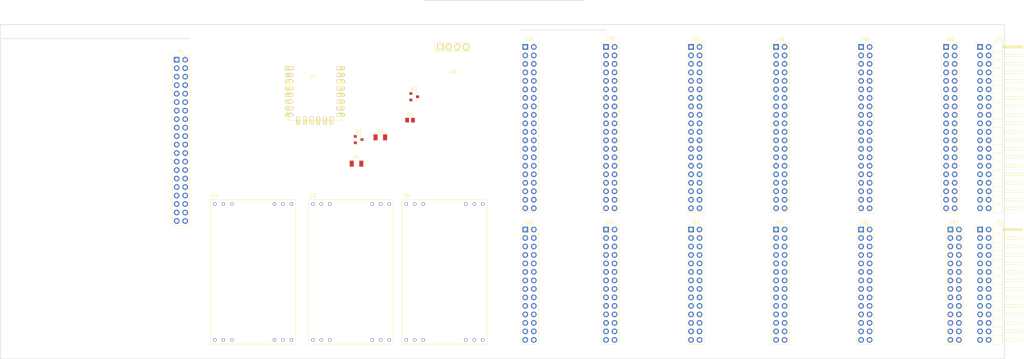
<source format=kicad_pcb>
(kicad_pcb (version 20171130) (host pcbnew "(5.0.0-rc2-dev-605-g458f9f5c9)")

  (general
    (thickness 1.6)
    (drawings 8)
    (tracks 0)
    (zones 0)
    (modules 25)
    (nets 67)
  )

  (page A3)
  (layers
    (0 F.Cu signal)
    (31 B.Cu signal)
    (32 B.Adhes user)
    (33 F.Adhes user)
    (34 B.Paste user)
    (35 F.Paste user)
    (36 B.SilkS user)
    (37 F.SilkS user)
    (38 B.Mask user hide)
    (39 F.Mask user hide)
    (40 Dwgs.User user)
    (41 Cmts.User user)
    (42 Eco1.User user)
    (43 Eco2.User user)
    (44 Edge.Cuts user)
    (45 Margin user)
    (46 B.CrtYd user)
    (47 F.CrtYd user)
    (48 B.Fab user)
    (49 F.Fab user)
  )

  (setup
    (last_trace_width 0.25)
    (trace_clearance 0.2)
    (zone_clearance 0.508)
    (zone_45_only yes)
    (trace_min 0.2)
    (segment_width 0.2)
    (edge_width 0.15)
    (via_size 0.6)
    (via_drill 0.4)
    (via_min_size 0.4)
    (via_min_drill 0.3)
    (uvia_size 0.3)
    (uvia_drill 0.1)
    (uvias_allowed no)
    (uvia_min_size 0.2)
    (uvia_min_drill 0.1)
    (pcb_text_width 0.3)
    (pcb_text_size 1.5 1.5)
    (mod_edge_width 0.15)
    (mod_text_size 1 1)
    (mod_text_width 0.15)
    (pad_size 1.524 1.524)
    (pad_drill 0.762)
    (pad_to_mask_clearance 0.2)
    (aux_axis_origin 0 0)
    (visible_elements 7FFFFFFF)
    (pcbplotparams
      (layerselection 0x00030_80000001)
      (usegerberextensions false)
      (usegerberattributes false)
      (usegerberadvancedattributes false)
      (creategerberjobfile false)
      (excludeedgelayer true)
      (linewidth 0.100000)
      (plotframeref false)
      (viasonmask false)
      (mode 1)
      (useauxorigin false)
      (hpglpennumber 1)
      (hpglpenspeed 20)
      (hpglpendiameter 15)
      (psnegative false)
      (psa4output false)
      (plotreference true)
      (plotvalue true)
      (plotinvisibletext false)
      (padsonsilk false)
      (subtractmaskfromsilk false)
      (outputformat 1)
      (mirror false)
      (drillshape 1)
      (scaleselection 1)
      (outputdirectory ""))
  )

  (net 0 "")
  (net 1 +24V)
  (net 2 GND24V)
  (net 3 +5V)
  (net 4 GND)
  (net 5 +3V3)
  (net 6 RST)
  (net 7 TXD)
  (net 8 RXD)
  (net 9 SCL1)
  (net 10 SDA1)
  (net 11 SDA)
  (net 12 SCL)
  (net 13 5VMCU)
  (net 14 "Net-(P1-Pad1)")
  (net 15 "Net-(P1-Pad7)")
  (net 16 "Net-(P1-Pad11)")
  (net 17 GPIO18)
  (net 18 "Net-(P1-Pad13)")
  (net 19 "Net-(P1-Pad15)")
  (net 20 GPIO23)
  (net 21 "Net-(P1-Pad17)")
  (net 22 GPIO24)
  (net 23 "Net-(P1-Pad19)")
  (net 24 "Net-(P1-Pad21)")
  (net 25 GPIO25)
  (net 26 "Net-(P1-Pad23)")
  (net 27 "Net-(P1-Pad24)")
  (net 28 "Net-(P1-Pad27)")
  (net 29 "Net-(P1-Pad28)")
  (net 30 "Net-(P1-Pad29)")
  (net 31 "Net-(P1-Pad31)")
  (net 32 GPIO12)
  (net 33 "Net-(P1-Pad33)")
  (net 34 "Net-(P1-Pad35)")
  (net 35 GPIO16)
  (net 36 GPIO26)
  (net 37 GPIO21)
  (net 38 "Net-(JP1-Pad2)")
  (net 39 "Net-(JP2-Pad2)")
  (net 40 "Net-(R1-Pad1)")
  (net 41 "Net-(R2-Pad1)")
  (net 42 "Net-(R5-Pad1)")
  (net 43 "Net-(U1-Pad2)")
  (net 44 "Net-(U1-Pad4)")
  (net 45 "Net-(U1-Pad5)")
  (net 46 "Net-(U1-Pad7)")
  (net 47 "Net-(R6-Pad1)")
  (net 48 "Net-(SW2-Pad1)")
  (net 49 "Net-(U1-Pad17)")
  (net 50 "Net-(U1-Pad18)")
  (net 51 "Net-(U1-Pad19)")
  (net 52 "Net-(U1-Pad20)")
  (net 53 "Net-(U1-Pad21)")
  (net 54 "Net-(U1-Pad22)")
  (net 55 "Net-(J10-Pad1)")
  (net 56 "Net-(J10-Pad3)")
  (net 57 "Net-(J10-Pad5)")
  (net 58 "Net-(J10-Pad7)")
  (net 59 "Net-(J10-Pad10)")
  (net 60 "Net-(J10-Pad11)")
  (net 61 "Net-(J10-Pad13)")
  (net 62 "Net-(J10-Pad15)")
  (net 63 "Net-(J70-Pad6)")
  (net 64 "Net-(J70-Pad16)")
  (net 65 "Net-(J31-Pad12)")
  (net 66 "Net-(J41-Pad28)")

  (net_class Default "This is the default net class."
    (clearance 0.2)
    (trace_width 0.25)
    (via_dia 0.6)
    (via_drill 0.4)
    (uvia_dia 0.3)
    (uvia_drill 0.1)
    (add_net +24V)
    (add_net +3V3)
    (add_net +5V)
    (add_net 5VMCU)
    (add_net GND)
    (add_net GND24V)
    (add_net GPIO12)
    (add_net GPIO16)
    (add_net GPIO18)
    (add_net GPIO21)
    (add_net GPIO23)
    (add_net GPIO24)
    (add_net GPIO25)
    (add_net GPIO26)
    (add_net "Net-(J10-Pad1)")
    (add_net "Net-(J10-Pad10)")
    (add_net "Net-(J10-Pad11)")
    (add_net "Net-(J10-Pad13)")
    (add_net "Net-(J10-Pad15)")
    (add_net "Net-(J10-Pad3)")
    (add_net "Net-(J10-Pad5)")
    (add_net "Net-(J10-Pad7)")
    (add_net "Net-(J31-Pad12)")
    (add_net "Net-(J41-Pad28)")
    (add_net "Net-(J70-Pad16)")
    (add_net "Net-(J70-Pad6)")
    (add_net "Net-(JP1-Pad2)")
    (add_net "Net-(JP2-Pad2)")
    (add_net "Net-(P1-Pad1)")
    (add_net "Net-(P1-Pad11)")
    (add_net "Net-(P1-Pad13)")
    (add_net "Net-(P1-Pad15)")
    (add_net "Net-(P1-Pad17)")
    (add_net "Net-(P1-Pad19)")
    (add_net "Net-(P1-Pad21)")
    (add_net "Net-(P1-Pad23)")
    (add_net "Net-(P1-Pad24)")
    (add_net "Net-(P1-Pad27)")
    (add_net "Net-(P1-Pad28)")
    (add_net "Net-(P1-Pad29)")
    (add_net "Net-(P1-Pad31)")
    (add_net "Net-(P1-Pad33)")
    (add_net "Net-(P1-Pad35)")
    (add_net "Net-(P1-Pad7)")
    (add_net "Net-(R1-Pad1)")
    (add_net "Net-(R2-Pad1)")
    (add_net "Net-(R5-Pad1)")
    (add_net "Net-(R6-Pad1)")
    (add_net "Net-(SW2-Pad1)")
    (add_net "Net-(U1-Pad17)")
    (add_net "Net-(U1-Pad18)")
    (add_net "Net-(U1-Pad19)")
    (add_net "Net-(U1-Pad2)")
    (add_net "Net-(U1-Pad20)")
    (add_net "Net-(U1-Pad21)")
    (add_net "Net-(U1-Pad22)")
    (add_net "Net-(U1-Pad4)")
    (add_net "Net-(U1-Pad5)")
    (add_net "Net-(U1-Pad7)")
    (add_net RST)
    (add_net RXD)
    (add_net SCL)
    (add_net SCL1)
    (add_net SDA)
    (add_net SDA1)
    (add_net TXD)
  )

  (net_class +24V ""
    (clearance 0.2)
    (trace_width 3.81)
    (via_dia 0.6)
    (via_drill 0.4)
    (uvia_dia 0.3)
    (uvia_drill 0.1)
  )

  (net_class +5V ""
    (clearance 0.6)
    (trace_width 0.781437)
    (via_dia 0.6)
    (via_drill 0.4)
    (uvia_dia 0.3)
    (uvia_drill 0.1)
  )

  (net_class GND24V ""
    (clearance 0.2)
    (trace_width 3.81)
    (via_dia 0.6)
    (via_drill 0.4)
    (uvia_dia 0.3)
    (uvia_drill 0.1)
  )

  (module Connector_PinHeader_2.54mm:PinHeader_2x14_P2.54mm_Horizontal (layer F.Cu) (tedit 59FED5CB) (tstamp 5AEB88DE)
    (at 350.52 146.05)
    (descr "Through hole angled pin header, 2x14, 2.54mm pitch, 6mm pin length, double rows")
    (tags "Through hole angled pin header THT 2x14 2.54mm double row")
    (path /598A975E/5AF646AE)
    (fp_text reference J71 (at 5.655 -2.27) (layer F.SilkS)
      (effects (font (size 1 1) (thickness 0.15)))
    )
    (fp_text value Conn_02x14 (at 5.655 35.29) (layer F.Fab)
      (effects (font (size 1 1) (thickness 0.15)))
    )
    (fp_line (start 4.675 -1.27) (end 6.58 -1.27) (layer F.Fab) (width 0.1))
    (fp_line (start 6.58 -1.27) (end 6.58 34.29) (layer F.Fab) (width 0.1))
    (fp_line (start 6.58 34.29) (end 4.04 34.29) (layer F.Fab) (width 0.1))
    (fp_line (start 4.04 34.29) (end 4.04 -0.635) (layer F.Fab) (width 0.1))
    (fp_line (start 4.04 -0.635) (end 4.675 -1.27) (layer F.Fab) (width 0.1))
    (fp_line (start -0.32 -0.32) (end 4.04 -0.32) (layer F.Fab) (width 0.1))
    (fp_line (start -0.32 -0.32) (end -0.32 0.32) (layer F.Fab) (width 0.1))
    (fp_line (start -0.32 0.32) (end 4.04 0.32) (layer F.Fab) (width 0.1))
    (fp_line (start 6.58 -0.32) (end 12.58 -0.32) (layer F.Fab) (width 0.1))
    (fp_line (start 12.58 -0.32) (end 12.58 0.32) (layer F.Fab) (width 0.1))
    (fp_line (start 6.58 0.32) (end 12.58 0.32) (layer F.Fab) (width 0.1))
    (fp_line (start -0.32 2.22) (end 4.04 2.22) (layer F.Fab) (width 0.1))
    (fp_line (start -0.32 2.22) (end -0.32 2.86) (layer F.Fab) (width 0.1))
    (fp_line (start -0.32 2.86) (end 4.04 2.86) (layer F.Fab) (width 0.1))
    (fp_line (start 6.58 2.22) (end 12.58 2.22) (layer F.Fab) (width 0.1))
    (fp_line (start 12.58 2.22) (end 12.58 2.86) (layer F.Fab) (width 0.1))
    (fp_line (start 6.58 2.86) (end 12.58 2.86) (layer F.Fab) (width 0.1))
    (fp_line (start -0.32 4.76) (end 4.04 4.76) (layer F.Fab) (width 0.1))
    (fp_line (start -0.32 4.76) (end -0.32 5.4) (layer F.Fab) (width 0.1))
    (fp_line (start -0.32 5.4) (end 4.04 5.4) (layer F.Fab) (width 0.1))
    (fp_line (start 6.58 4.76) (end 12.58 4.76) (layer F.Fab) (width 0.1))
    (fp_line (start 12.58 4.76) (end 12.58 5.4) (layer F.Fab) (width 0.1))
    (fp_line (start 6.58 5.4) (end 12.58 5.4) (layer F.Fab) (width 0.1))
    (fp_line (start -0.32 7.3) (end 4.04 7.3) (layer F.Fab) (width 0.1))
    (fp_line (start -0.32 7.3) (end -0.32 7.94) (layer F.Fab) (width 0.1))
    (fp_line (start -0.32 7.94) (end 4.04 7.94) (layer F.Fab) (width 0.1))
    (fp_line (start 6.58 7.3) (end 12.58 7.3) (layer F.Fab) (width 0.1))
    (fp_line (start 12.58 7.3) (end 12.58 7.94) (layer F.Fab) (width 0.1))
    (fp_line (start 6.58 7.94) (end 12.58 7.94) (layer F.Fab) (width 0.1))
    (fp_line (start -0.32 9.84) (end 4.04 9.84) (layer F.Fab) (width 0.1))
    (fp_line (start -0.32 9.84) (end -0.32 10.48) (layer F.Fab) (width 0.1))
    (fp_line (start -0.32 10.48) (end 4.04 10.48) (layer F.Fab) (width 0.1))
    (fp_line (start 6.58 9.84) (end 12.58 9.84) (layer F.Fab) (width 0.1))
    (fp_line (start 12.58 9.84) (end 12.58 10.48) (layer F.Fab) (width 0.1))
    (fp_line (start 6.58 10.48) (end 12.58 10.48) (layer F.Fab) (width 0.1))
    (fp_line (start -0.32 12.38) (end 4.04 12.38) (layer F.Fab) (width 0.1))
    (fp_line (start -0.32 12.38) (end -0.32 13.02) (layer F.Fab) (width 0.1))
    (fp_line (start -0.32 13.02) (end 4.04 13.02) (layer F.Fab) (width 0.1))
    (fp_line (start 6.58 12.38) (end 12.58 12.38) (layer F.Fab) (width 0.1))
    (fp_line (start 12.58 12.38) (end 12.58 13.02) (layer F.Fab) (width 0.1))
    (fp_line (start 6.58 13.02) (end 12.58 13.02) (layer F.Fab) (width 0.1))
    (fp_line (start -0.32 14.92) (end 4.04 14.92) (layer F.Fab) (width 0.1))
    (fp_line (start -0.32 14.92) (end -0.32 15.56) (layer F.Fab) (width 0.1))
    (fp_line (start -0.32 15.56) (end 4.04 15.56) (layer F.Fab) (width 0.1))
    (fp_line (start 6.58 14.92) (end 12.58 14.92) (layer F.Fab) (width 0.1))
    (fp_line (start 12.58 14.92) (end 12.58 15.56) (layer F.Fab) (width 0.1))
    (fp_line (start 6.58 15.56) (end 12.58 15.56) (layer F.Fab) (width 0.1))
    (fp_line (start -0.32 17.46) (end 4.04 17.46) (layer F.Fab) (width 0.1))
    (fp_line (start -0.32 17.46) (end -0.32 18.1) (layer F.Fab) (width 0.1))
    (fp_line (start -0.32 18.1) (end 4.04 18.1) (layer F.Fab) (width 0.1))
    (fp_line (start 6.58 17.46) (end 12.58 17.46) (layer F.Fab) (width 0.1))
    (fp_line (start 12.58 17.46) (end 12.58 18.1) (layer F.Fab) (width 0.1))
    (fp_line (start 6.58 18.1) (end 12.58 18.1) (layer F.Fab) (width 0.1))
    (fp_line (start -0.32 20) (end 4.04 20) (layer F.Fab) (width 0.1))
    (fp_line (start -0.32 20) (end -0.32 20.64) (layer F.Fab) (width 0.1))
    (fp_line (start -0.32 20.64) (end 4.04 20.64) (layer F.Fab) (width 0.1))
    (fp_line (start 6.58 20) (end 12.58 20) (layer F.Fab) (width 0.1))
    (fp_line (start 12.58 20) (end 12.58 20.64) (layer F.Fab) (width 0.1))
    (fp_line (start 6.58 20.64) (end 12.58 20.64) (layer F.Fab) (width 0.1))
    (fp_line (start -0.32 22.54) (end 4.04 22.54) (layer F.Fab) (width 0.1))
    (fp_line (start -0.32 22.54) (end -0.32 23.18) (layer F.Fab) (width 0.1))
    (fp_line (start -0.32 23.18) (end 4.04 23.18) (layer F.Fab) (width 0.1))
    (fp_line (start 6.58 22.54) (end 12.58 22.54) (layer F.Fab) (width 0.1))
    (fp_line (start 12.58 22.54) (end 12.58 23.18) (layer F.Fab) (width 0.1))
    (fp_line (start 6.58 23.18) (end 12.58 23.18) (layer F.Fab) (width 0.1))
    (fp_line (start -0.32 25.08) (end 4.04 25.08) (layer F.Fab) (width 0.1))
    (fp_line (start -0.32 25.08) (end -0.32 25.72) (layer F.Fab) (width 0.1))
    (fp_line (start -0.32 25.72) (end 4.04 25.72) (layer F.Fab) (width 0.1))
    (fp_line (start 6.58 25.08) (end 12.58 25.08) (layer F.Fab) (width 0.1))
    (fp_line (start 12.58 25.08) (end 12.58 25.72) (layer F.Fab) (width 0.1))
    (fp_line (start 6.58 25.72) (end 12.58 25.72) (layer F.Fab) (width 0.1))
    (fp_line (start -0.32 27.62) (end 4.04 27.62) (layer F.Fab) (width 0.1))
    (fp_line (start -0.32 27.62) (end -0.32 28.26) (layer F.Fab) (width 0.1))
    (fp_line (start -0.32 28.26) (end 4.04 28.26) (layer F.Fab) (width 0.1))
    (fp_line (start 6.58 27.62) (end 12.58 27.62) (layer F.Fab) (width 0.1))
    (fp_line (start 12.58 27.62) (end 12.58 28.26) (layer F.Fab) (width 0.1))
    (fp_line (start 6.58 28.26) (end 12.58 28.26) (layer F.Fab) (width 0.1))
    (fp_line (start -0.32 30.16) (end 4.04 30.16) (layer F.Fab) (width 0.1))
    (fp_line (start -0.32 30.16) (end -0.32 30.8) (layer F.Fab) (width 0.1))
    (fp_line (start -0.32 30.8) (end 4.04 30.8) (layer F.Fab) (width 0.1))
    (fp_line (start 6.58 30.16) (end 12.58 30.16) (layer F.Fab) (width 0.1))
    (fp_line (start 12.58 30.16) (end 12.58 30.8) (layer F.Fab) (width 0.1))
    (fp_line (start 6.58 30.8) (end 12.58 30.8) (layer F.Fab) (width 0.1))
    (fp_line (start -0.32 32.7) (end 4.04 32.7) (layer F.Fab) (width 0.1))
    (fp_line (start -0.32 32.7) (end -0.32 33.34) (layer F.Fab) (width 0.1))
    (fp_line (start -0.32 33.34) (end 4.04 33.34) (layer F.Fab) (width 0.1))
    (fp_line (start 6.58 32.7) (end 12.58 32.7) (layer F.Fab) (width 0.1))
    (fp_line (start 12.58 32.7) (end 12.58 33.34) (layer F.Fab) (width 0.1))
    (fp_line (start 6.58 33.34) (end 12.58 33.34) (layer F.Fab) (width 0.1))
    (fp_line (start 3.98 -1.33) (end 3.98 34.35) (layer F.SilkS) (width 0.12))
    (fp_line (start 3.98 34.35) (end 6.64 34.35) (layer F.SilkS) (width 0.12))
    (fp_line (start 6.64 34.35) (end 6.64 -1.33) (layer F.SilkS) (width 0.12))
    (fp_line (start 6.64 -1.33) (end 3.98 -1.33) (layer F.SilkS) (width 0.12))
    (fp_line (start 6.64 -0.38) (end 12.64 -0.38) (layer F.SilkS) (width 0.12))
    (fp_line (start 12.64 -0.38) (end 12.64 0.38) (layer F.SilkS) (width 0.12))
    (fp_line (start 12.64 0.38) (end 6.64 0.38) (layer F.SilkS) (width 0.12))
    (fp_line (start 6.64 -0.32) (end 12.64 -0.32) (layer F.SilkS) (width 0.12))
    (fp_line (start 6.64 -0.2) (end 12.64 -0.2) (layer F.SilkS) (width 0.12))
    (fp_line (start 6.64 -0.08) (end 12.64 -0.08) (layer F.SilkS) (width 0.12))
    (fp_line (start 6.64 0.04) (end 12.64 0.04) (layer F.SilkS) (width 0.12))
    (fp_line (start 6.64 0.16) (end 12.64 0.16) (layer F.SilkS) (width 0.12))
    (fp_line (start 6.64 0.28) (end 12.64 0.28) (layer F.SilkS) (width 0.12))
    (fp_line (start 3.582929 -0.38) (end 3.98 -0.38) (layer F.SilkS) (width 0.12))
    (fp_line (start 3.582929 0.38) (end 3.98 0.38) (layer F.SilkS) (width 0.12))
    (fp_line (start 1.11 -0.38) (end 1.497071 -0.38) (layer F.SilkS) (width 0.12))
    (fp_line (start 1.11 0.38) (end 1.497071 0.38) (layer F.SilkS) (width 0.12))
    (fp_line (start 3.98 1.27) (end 6.64 1.27) (layer F.SilkS) (width 0.12))
    (fp_line (start 6.64 2.16) (end 12.64 2.16) (layer F.SilkS) (width 0.12))
    (fp_line (start 12.64 2.16) (end 12.64 2.92) (layer F.SilkS) (width 0.12))
    (fp_line (start 12.64 2.92) (end 6.64 2.92) (layer F.SilkS) (width 0.12))
    (fp_line (start 3.582929 2.16) (end 3.98 2.16) (layer F.SilkS) (width 0.12))
    (fp_line (start 3.582929 2.92) (end 3.98 2.92) (layer F.SilkS) (width 0.12))
    (fp_line (start 1.042929 2.16) (end 1.497071 2.16) (layer F.SilkS) (width 0.12))
    (fp_line (start 1.042929 2.92) (end 1.497071 2.92) (layer F.SilkS) (width 0.12))
    (fp_line (start 3.98 3.81) (end 6.64 3.81) (layer F.SilkS) (width 0.12))
    (fp_line (start 6.64 4.7) (end 12.64 4.7) (layer F.SilkS) (width 0.12))
    (fp_line (start 12.64 4.7) (end 12.64 5.46) (layer F.SilkS) (width 0.12))
    (fp_line (start 12.64 5.46) (end 6.64 5.46) (layer F.SilkS) (width 0.12))
    (fp_line (start 3.582929 4.7) (end 3.98 4.7) (layer F.SilkS) (width 0.12))
    (fp_line (start 3.582929 5.46) (end 3.98 5.46) (layer F.SilkS) (width 0.12))
    (fp_line (start 1.042929 4.7) (end 1.497071 4.7) (layer F.SilkS) (width 0.12))
    (fp_line (start 1.042929 5.46) (end 1.497071 5.46) (layer F.SilkS) (width 0.12))
    (fp_line (start 3.98 6.35) (end 6.64 6.35) (layer F.SilkS) (width 0.12))
    (fp_line (start 6.64 7.24) (end 12.64 7.24) (layer F.SilkS) (width 0.12))
    (fp_line (start 12.64 7.24) (end 12.64 8) (layer F.SilkS) (width 0.12))
    (fp_line (start 12.64 8) (end 6.64 8) (layer F.SilkS) (width 0.12))
    (fp_line (start 3.582929 7.24) (end 3.98 7.24) (layer F.SilkS) (width 0.12))
    (fp_line (start 3.582929 8) (end 3.98 8) (layer F.SilkS) (width 0.12))
    (fp_line (start 1.042929 7.24) (end 1.497071 7.24) (layer F.SilkS) (width 0.12))
    (fp_line (start 1.042929 8) (end 1.497071 8) (layer F.SilkS) (width 0.12))
    (fp_line (start 3.98 8.89) (end 6.64 8.89) (layer F.SilkS) (width 0.12))
    (fp_line (start 6.64 9.78) (end 12.64 9.78) (layer F.SilkS) (width 0.12))
    (fp_line (start 12.64 9.78) (end 12.64 10.54) (layer F.SilkS) (width 0.12))
    (fp_line (start 12.64 10.54) (end 6.64 10.54) (layer F.SilkS) (width 0.12))
    (fp_line (start 3.582929 9.78) (end 3.98 9.78) (layer F.SilkS) (width 0.12))
    (fp_line (start 3.582929 10.54) (end 3.98 10.54) (layer F.SilkS) (width 0.12))
    (fp_line (start 1.042929 9.78) (end 1.497071 9.78) (layer F.SilkS) (width 0.12))
    (fp_line (start 1.042929 10.54) (end 1.497071 10.54) (layer F.SilkS) (width 0.12))
    (fp_line (start 3.98 11.43) (end 6.64 11.43) (layer F.SilkS) (width 0.12))
    (fp_line (start 6.64 12.32) (end 12.64 12.32) (layer F.SilkS) (width 0.12))
    (fp_line (start 12.64 12.32) (end 12.64 13.08) (layer F.SilkS) (width 0.12))
    (fp_line (start 12.64 13.08) (end 6.64 13.08) (layer F.SilkS) (width 0.12))
    (fp_line (start 3.582929 12.32) (end 3.98 12.32) (layer F.SilkS) (width 0.12))
    (fp_line (start 3.582929 13.08) (end 3.98 13.08) (layer F.SilkS) (width 0.12))
    (fp_line (start 1.042929 12.32) (end 1.497071 12.32) (layer F.SilkS) (width 0.12))
    (fp_line (start 1.042929 13.08) (end 1.497071 13.08) (layer F.SilkS) (width 0.12))
    (fp_line (start 3.98 13.97) (end 6.64 13.97) (layer F.SilkS) (width 0.12))
    (fp_line (start 6.64 14.86) (end 12.64 14.86) (layer F.SilkS) (width 0.12))
    (fp_line (start 12.64 14.86) (end 12.64 15.62) (layer F.SilkS) (width 0.12))
    (fp_line (start 12.64 15.62) (end 6.64 15.62) (layer F.SilkS) (width 0.12))
    (fp_line (start 3.582929 14.86) (end 3.98 14.86) (layer F.SilkS) (width 0.12))
    (fp_line (start 3.582929 15.62) (end 3.98 15.62) (layer F.SilkS) (width 0.12))
    (fp_line (start 1.042929 14.86) (end 1.497071 14.86) (layer F.SilkS) (width 0.12))
    (fp_line (start 1.042929 15.62) (end 1.497071 15.62) (layer F.SilkS) (width 0.12))
    (fp_line (start 3.98 16.51) (end 6.64 16.51) (layer F.SilkS) (width 0.12))
    (fp_line (start 6.64 17.4) (end 12.64 17.4) (layer F.SilkS) (width 0.12))
    (fp_line (start 12.64 17.4) (end 12.64 18.16) (layer F.SilkS) (width 0.12))
    (fp_line (start 12.64 18.16) (end 6.64 18.16) (layer F.SilkS) (width 0.12))
    (fp_line (start 3.582929 17.4) (end 3.98 17.4) (layer F.SilkS) (width 0.12))
    (fp_line (start 3.582929 18.16) (end 3.98 18.16) (layer F.SilkS) (width 0.12))
    (fp_line (start 1.042929 17.4) (end 1.497071 17.4) (layer F.SilkS) (width 0.12))
    (fp_line (start 1.042929 18.16) (end 1.497071 18.16) (layer F.SilkS) (width 0.12))
    (fp_line (start 3.98 19.05) (end 6.64 19.05) (layer F.SilkS) (width 0.12))
    (fp_line (start 6.64 19.94) (end 12.64 19.94) (layer F.SilkS) (width 0.12))
    (fp_line (start 12.64 19.94) (end 12.64 20.7) (layer F.SilkS) (width 0.12))
    (fp_line (start 12.64 20.7) (end 6.64 20.7) (layer F.SilkS) (width 0.12))
    (fp_line (start 3.582929 19.94) (end 3.98 19.94) (layer F.SilkS) (width 0.12))
    (fp_line (start 3.582929 20.7) (end 3.98 20.7) (layer F.SilkS) (width 0.12))
    (fp_line (start 1.042929 19.94) (end 1.497071 19.94) (layer F.SilkS) (width 0.12))
    (fp_line (start 1.042929 20.7) (end 1.497071 20.7) (layer F.SilkS) (width 0.12))
    (fp_line (start 3.98 21.59) (end 6.64 21.59) (layer F.SilkS) (width 0.12))
    (fp_line (start 6.64 22.48) (end 12.64 22.48) (layer F.SilkS) (width 0.12))
    (fp_line (start 12.64 22.48) (end 12.64 23.24) (layer F.SilkS) (width 0.12))
    (fp_line (start 12.64 23.24) (end 6.64 23.24) (layer F.SilkS) (width 0.12))
    (fp_line (start 3.582929 22.48) (end 3.98 22.48) (layer F.SilkS) (width 0.12))
    (fp_line (start 3.582929 23.24) (end 3.98 23.24) (layer F.SilkS) (width 0.12))
    (fp_line (start 1.042929 22.48) (end 1.497071 22.48) (layer F.SilkS) (width 0.12))
    (fp_line (start 1.042929 23.24) (end 1.497071 23.24) (layer F.SilkS) (width 0.12))
    (fp_line (start 3.98 24.13) (end 6.64 24.13) (layer F.SilkS) (width 0.12))
    (fp_line (start 6.64 25.02) (end 12.64 25.02) (layer F.SilkS) (width 0.12))
    (fp_line (start 12.64 25.02) (end 12.64 25.78) (layer F.SilkS) (width 0.12))
    (fp_line (start 12.64 25.78) (end 6.64 25.78) (layer F.SilkS) (width 0.12))
    (fp_line (start 3.582929 25.02) (end 3.98 25.02) (layer F.SilkS) (width 0.12))
    (fp_line (start 3.582929 25.78) (end 3.98 25.78) (layer F.SilkS) (width 0.12))
    (fp_line (start 1.042929 25.02) (end 1.497071 25.02) (layer F.SilkS) (width 0.12))
    (fp_line (start 1.042929 25.78) (end 1.497071 25.78) (layer F.SilkS) (width 0.12))
    (fp_line (start 3.98 26.67) (end 6.64 26.67) (layer F.SilkS) (width 0.12))
    (fp_line (start 6.64 27.56) (end 12.64 27.56) (layer F.SilkS) (width 0.12))
    (fp_line (start 12.64 27.56) (end 12.64 28.32) (layer F.SilkS) (width 0.12))
    (fp_line (start 12.64 28.32) (end 6.64 28.32) (layer F.SilkS) (width 0.12))
    (fp_line (start 3.582929 27.56) (end 3.98 27.56) (layer F.SilkS) (width 0.12))
    (fp_line (start 3.582929 28.32) (end 3.98 28.32) (layer F.SilkS) (width 0.12))
    (fp_line (start 1.042929 27.56) (end 1.497071 27.56) (layer F.SilkS) (width 0.12))
    (fp_line (start 1.042929 28.32) (end 1.497071 28.32) (layer F.SilkS) (width 0.12))
    (fp_line (start 3.98 29.21) (end 6.64 29.21) (layer F.SilkS) (width 0.12))
    (fp_line (start 6.64 30.1) (end 12.64 30.1) (layer F.SilkS) (width 0.12))
    (fp_line (start 12.64 30.1) (end 12.64 30.86) (layer F.SilkS) (width 0.12))
    (fp_line (start 12.64 30.86) (end 6.64 30.86) (layer F.SilkS) (width 0.12))
    (fp_line (start 3.582929 30.1) (end 3.98 30.1) (layer F.SilkS) (width 0.12))
    (fp_line (start 3.582929 30.86) (end 3.98 30.86) (layer F.SilkS) (width 0.12))
    (fp_line (start 1.042929 30.1) (end 1.497071 30.1) (layer F.SilkS) (width 0.12))
    (fp_line (start 1.042929 30.86) (end 1.497071 30.86) (layer F.SilkS) (width 0.12))
    (fp_line (start 3.98 31.75) (end 6.64 31.75) (layer F.SilkS) (width 0.12))
    (fp_line (start 6.64 32.64) (end 12.64 32.64) (layer F.SilkS) (width 0.12))
    (fp_line (start 12.64 32.64) (end 12.64 33.4) (layer F.SilkS) (width 0.12))
    (fp_line (start 12.64 33.4) (end 6.64 33.4) (layer F.SilkS) (width 0.12))
    (fp_line (start 3.582929 32.64) (end 3.98 32.64) (layer F.SilkS) (width 0.12))
    (fp_line (start 3.582929 33.4) (end 3.98 33.4) (layer F.SilkS) (width 0.12))
    (fp_line (start 1.042929 32.64) (end 1.497071 32.64) (layer F.SilkS) (width 0.12))
    (fp_line (start 1.042929 33.4) (end 1.497071 33.4) (layer F.SilkS) (width 0.12))
    (fp_line (start -1.27 0) (end -1.27 -1.27) (layer F.SilkS) (width 0.12))
    (fp_line (start -1.27 -1.27) (end 0 -1.27) (layer F.SilkS) (width 0.12))
    (fp_line (start -1.8 -1.8) (end -1.8 34.8) (layer F.CrtYd) (width 0.05))
    (fp_line (start -1.8 34.8) (end 13.1 34.8) (layer F.CrtYd) (width 0.05))
    (fp_line (start 13.1 34.8) (end 13.1 -1.8) (layer F.CrtYd) (width 0.05))
    (fp_line (start 13.1 -1.8) (end -1.8 -1.8) (layer F.CrtYd) (width 0.05))
    (fp_text user %R (at 5.31 16.51 90) (layer F.Fab)
      (effects (font (size 1 1) (thickness 0.15)))
    )
    (pad 1 thru_hole rect (at 0 0) (size 1.7 1.7) (drill 1) (layers *.Cu *.Mask)
      (net 1 +24V))
    (pad 2 thru_hole oval (at 2.54 0) (size 1.7 1.7) (drill 1) (layers *.Cu *.Mask)
      (net 1 +24V))
    (pad 3 thru_hole oval (at 0 2.54) (size 1.7 1.7) (drill 1) (layers *.Cu *.Mask)
      (net 1 +24V))
    (pad 4 thru_hole oval (at 2.54 2.54) (size 1.7 1.7) (drill 1) (layers *.Cu *.Mask)
      (net 1 +24V))
    (pad 5 thru_hole oval (at 0 5.08) (size 1.7 1.7) (drill 1) (layers *.Cu *.Mask)
      (net 1 +24V))
    (pad 6 thru_hole oval (at 2.54 5.08) (size 1.7 1.7) (drill 1) (layers *.Cu *.Mask)
      (net 1 +24V))
    (pad 7 thru_hole oval (at 0 7.62) (size 1.7 1.7) (drill 1) (layers *.Cu *.Mask)
      (net 2 GND24V))
    (pad 8 thru_hole oval (at 2.54 7.62) (size 1.7 1.7) (drill 1) (layers *.Cu *.Mask)
      (net 2 GND24V))
    (pad 9 thru_hole oval (at 0 10.16) (size 1.7 1.7) (drill 1) (layers *.Cu *.Mask)
      (net 2 GND24V))
    (pad 10 thru_hole oval (at 2.54 10.16) (size 1.7 1.7) (drill 1) (layers *.Cu *.Mask)
      (net 2 GND24V))
    (pad 11 thru_hole oval (at 0 12.7) (size 1.7 1.7) (drill 1) (layers *.Cu *.Mask)
      (net 65 "Net-(J31-Pad12)"))
    (pad 12 thru_hole oval (at 2.54 12.7) (size 1.7 1.7) (drill 1) (layers *.Cu *.Mask)
      (net 65 "Net-(J31-Pad12)"))
    (pad 13 thru_hole oval (at 0 15.24) (size 1.7 1.7) (drill 1) (layers *.Cu *.Mask)
      (net 3 +5V))
    (pad 14 thru_hole oval (at 2.54 15.24) (size 1.7 1.7) (drill 1) (layers *.Cu *.Mask)
      (net 3 +5V))
    (pad 15 thru_hole oval (at 0 17.78) (size 1.7 1.7) (drill 1) (layers *.Cu *.Mask)
      (net 3 +5V))
    (pad 16 thru_hole oval (at 2.54 17.78) (size 1.7 1.7) (drill 1) (layers *.Cu *.Mask)
      (net 3 +5V))
    (pad 17 thru_hole oval (at 0 20.32) (size 1.7 1.7) (drill 1) (layers *.Cu *.Mask)
      (net 3 +5V))
    (pad 18 thru_hole oval (at 2.54 20.32) (size 1.7 1.7) (drill 1) (layers *.Cu *.Mask)
      (net 3 +5V))
    (pad 19 thru_hole oval (at 0 22.86) (size 1.7 1.7) (drill 1) (layers *.Cu *.Mask)
      (net 4 GND))
    (pad 20 thru_hole oval (at 2.54 22.86) (size 1.7 1.7) (drill 1) (layers *.Cu *.Mask)
      (net 4 GND))
    (pad 21 thru_hole oval (at 0 25.4) (size 1.7 1.7) (drill 1) (layers *.Cu *.Mask)
      (net 5 +3V3))
    (pad 22 thru_hole oval (at 2.54 25.4) (size 1.7 1.7) (drill 1) (layers *.Cu *.Mask)
      (net 5 +3V3))
    (pad 23 thru_hole oval (at 0 27.94) (size 1.7 1.7) (drill 1) (layers *.Cu *.Mask)
      (net 5 +3V3))
    (pad 24 thru_hole oval (at 2.54 27.94) (size 1.7 1.7) (drill 1) (layers *.Cu *.Mask)
      (net 5 +3V3))
    (pad 25 thru_hole oval (at 0 30.48) (size 1.7 1.7) (drill 1) (layers *.Cu *.Mask)
      (net 4 GND))
    (pad 26 thru_hole oval (at 2.54 30.48) (size 1.7 1.7) (drill 1) (layers *.Cu *.Mask)
      (net 4 GND))
    (pad 27 thru_hole oval (at 0 33.02) (size 1.7 1.7) (drill 1) (layers *.Cu *.Mask)
      (net 66 "Net-(J41-Pad28)"))
    (pad 28 thru_hole oval (at 2.54 33.02) (size 1.7 1.7) (drill 1) (layers *.Cu *.Mask)
      (net 66 "Net-(J41-Pad28)"))
    (model ${KISYS3DMOD}/Connector_PinHeader_2.54mm.3dshapes/PinHeader_2x14_P2.54mm_Horizontal.wrl
      (at (xyz 0 0 0))
      (scale (xyz 1 1 1))
      (rotate (xyz 0 0 0))
    )
  )

  (module Connector_PinHeader_2.54mm:PinHeader_2x14_P2.54mm_Vertical (layer F.Cu) (tedit 59FED5CC) (tstamp 5AEB87B5)
    (at 238.76 146.05)
    (descr "Through hole straight pin header, 2x14, 2.54mm pitch, double rows")
    (tags "Through hole pin header THT 2x14 2.54mm double row")
    (path /598A975E/5AF461E9)
    (fp_text reference J21 (at 1.27 -2.33) (layer F.SilkS)
      (effects (font (size 1 1) (thickness 0.15)))
    )
    (fp_text value Conn_02x14 (at 1.27 35.35) (layer F.Fab)
      (effects (font (size 1 1) (thickness 0.15)))
    )
    (fp_text user %R (at 1.27 16.51 90) (layer F.Fab)
      (effects (font (size 1 1) (thickness 0.15)))
    )
    (fp_line (start 4.35 -1.8) (end -1.8 -1.8) (layer F.CrtYd) (width 0.05))
    (fp_line (start 4.35 34.8) (end 4.35 -1.8) (layer F.CrtYd) (width 0.05))
    (fp_line (start -1.8 34.8) (end 4.35 34.8) (layer F.CrtYd) (width 0.05))
    (fp_line (start -1.8 -1.8) (end -1.8 34.8) (layer F.CrtYd) (width 0.05))
    (fp_line (start -1.33 -1.33) (end 0 -1.33) (layer F.SilkS) (width 0.12))
    (fp_line (start -1.33 0) (end -1.33 -1.33) (layer F.SilkS) (width 0.12))
    (fp_line (start 1.27 -1.33) (end 3.87 -1.33) (layer F.SilkS) (width 0.12))
    (fp_line (start 1.27 1.27) (end 1.27 -1.33) (layer F.SilkS) (width 0.12))
    (fp_line (start -1.33 1.27) (end 1.27 1.27) (layer F.SilkS) (width 0.12))
    (fp_line (start 3.87 -1.33) (end 3.87 34.35) (layer F.SilkS) (width 0.12))
    (fp_line (start -1.33 1.27) (end -1.33 34.35) (layer F.SilkS) (width 0.12))
    (fp_line (start -1.33 34.35) (end 3.87 34.35) (layer F.SilkS) (width 0.12))
    (fp_line (start -1.27 0) (end 0 -1.27) (layer F.Fab) (width 0.1))
    (fp_line (start -1.27 34.29) (end -1.27 0) (layer F.Fab) (width 0.1))
    (fp_line (start 3.81 34.29) (end -1.27 34.29) (layer F.Fab) (width 0.1))
    (fp_line (start 3.81 -1.27) (end 3.81 34.29) (layer F.Fab) (width 0.1))
    (fp_line (start 0 -1.27) (end 3.81 -1.27) (layer F.Fab) (width 0.1))
    (pad 28 thru_hole oval (at 2.54 33.02) (size 1.7 1.7) (drill 1) (layers *.Cu *.Mask)
      (net 4 GND))
    (pad 27 thru_hole oval (at 0 33.02) (size 1.7 1.7) (drill 1) (layers *.Cu *.Mask)
      (net 4 GND))
    (pad 26 thru_hole oval (at 2.54 30.48) (size 1.7 1.7) (drill 1) (layers *.Cu *.Mask)
      (net 4 GND))
    (pad 25 thru_hole oval (at 0 30.48) (size 1.7 1.7) (drill 1) (layers *.Cu *.Mask)
      (net 4 GND))
    (pad 24 thru_hole oval (at 2.54 27.94) (size 1.7 1.7) (drill 1) (layers *.Cu *.Mask)
      (net 5 +3V3))
    (pad 23 thru_hole oval (at 0 27.94) (size 1.7 1.7) (drill 1) (layers *.Cu *.Mask)
      (net 5 +3V3))
    (pad 22 thru_hole oval (at 2.54 25.4) (size 1.7 1.7) (drill 1) (layers *.Cu *.Mask)
      (net 5 +3V3))
    (pad 21 thru_hole oval (at 0 25.4) (size 1.7 1.7) (drill 1) (layers *.Cu *.Mask)
      (net 5 +3V3))
    (pad 20 thru_hole oval (at 2.54 22.86) (size 1.7 1.7) (drill 1) (layers *.Cu *.Mask)
      (net 4 GND))
    (pad 19 thru_hole oval (at 0 22.86) (size 1.7 1.7) (drill 1) (layers *.Cu *.Mask)
      (net 4 GND))
    (pad 18 thru_hole oval (at 2.54 20.32) (size 1.7 1.7) (drill 1) (layers *.Cu *.Mask)
      (net 3 +5V))
    (pad 17 thru_hole oval (at 0 20.32) (size 1.7 1.7) (drill 1) (layers *.Cu *.Mask)
      (net 3 +5V))
    (pad 16 thru_hole oval (at 2.54 17.78) (size 1.7 1.7) (drill 1) (layers *.Cu *.Mask)
      (net 3 +5V))
    (pad 15 thru_hole oval (at 0 17.78) (size 1.7 1.7) (drill 1) (layers *.Cu *.Mask)
      (net 3 +5V))
    (pad 14 thru_hole oval (at 2.54 15.24) (size 1.7 1.7) (drill 1) (layers *.Cu *.Mask)
      (net 3 +5V))
    (pad 13 thru_hole oval (at 0 15.24) (size 1.7 1.7) (drill 1) (layers *.Cu *.Mask)
      (net 3 +5V))
    (pad 12 thru_hole oval (at 2.54 12.7) (size 1.7 1.7) (drill 1) (layers *.Cu *.Mask)
      (net 2 GND24V))
    (pad 11 thru_hole oval (at 0 12.7) (size 1.7 1.7) (drill 1) (layers *.Cu *.Mask)
      (net 2 GND24V))
    (pad 10 thru_hole oval (at 2.54 10.16) (size 1.7 1.7) (drill 1) (layers *.Cu *.Mask)
      (net 2 GND24V))
    (pad 9 thru_hole oval (at 0 10.16) (size 1.7 1.7) (drill 1) (layers *.Cu *.Mask)
      (net 2 GND24V))
    (pad 8 thru_hole oval (at 2.54 7.62) (size 1.7 1.7) (drill 1) (layers *.Cu *.Mask)
      (net 2 GND24V))
    (pad 7 thru_hole oval (at 0 7.62) (size 1.7 1.7) (drill 1) (layers *.Cu *.Mask)
      (net 2 GND24V))
    (pad 6 thru_hole oval (at 2.54 5.08) (size 1.7 1.7) (drill 1) (layers *.Cu *.Mask)
      (net 1 +24V))
    (pad 5 thru_hole oval (at 0 5.08) (size 1.7 1.7) (drill 1) (layers *.Cu *.Mask)
      (net 1 +24V))
    (pad 4 thru_hole oval (at 2.54 2.54) (size 1.7 1.7) (drill 1) (layers *.Cu *.Mask)
      (net 1 +24V))
    (pad 3 thru_hole oval (at 0 2.54) (size 1.7 1.7) (drill 1) (layers *.Cu *.Mask)
      (net 1 +24V))
    (pad 2 thru_hole oval (at 2.54 0) (size 1.7 1.7) (drill 1) (layers *.Cu *.Mask)
      (net 1 +24V))
    (pad 1 thru_hole rect (at 0 0) (size 1.7 1.7) (drill 1) (layers *.Cu *.Mask)
      (net 1 +24V))
    (model ${KISYS3DMOD}/Connector_PinHeader_2.54mm.3dshapes/PinHeader_2x14_P2.54mm_Vertical.wrl
      (at (xyz 0 0 0))
      (scale (xyz 1 1 1))
      (rotate (xyz 0 0 0))
    )
  )

  (module Connector_PinHeader_2.54mm:PinHeader_2x14_P2.54mm_Vertical (layer F.Cu) (tedit 59FED5CC) (tstamp 5AEB8784)
    (at 341.63 146.05)
    (descr "Through hole straight pin header, 2x14, 2.54mm pitch, double rows")
    (tags "Through hole pin header THT 2x14 2.54mm double row")
    (path /598A975E/5AF463E3)
    (fp_text reference J61 (at 1.27 -2.33) (layer F.SilkS)
      (effects (font (size 1 1) (thickness 0.15)))
    )
    (fp_text value Conn_02x14 (at 1.27 35.35) (layer F.Fab)
      (effects (font (size 1 1) (thickness 0.15)))
    )
    (fp_line (start 0 -1.27) (end 3.81 -1.27) (layer F.Fab) (width 0.1))
    (fp_line (start 3.81 -1.27) (end 3.81 34.29) (layer F.Fab) (width 0.1))
    (fp_line (start 3.81 34.29) (end -1.27 34.29) (layer F.Fab) (width 0.1))
    (fp_line (start -1.27 34.29) (end -1.27 0) (layer F.Fab) (width 0.1))
    (fp_line (start -1.27 0) (end 0 -1.27) (layer F.Fab) (width 0.1))
    (fp_line (start -1.33 34.35) (end 3.87 34.35) (layer F.SilkS) (width 0.12))
    (fp_line (start -1.33 1.27) (end -1.33 34.35) (layer F.SilkS) (width 0.12))
    (fp_line (start 3.87 -1.33) (end 3.87 34.35) (layer F.SilkS) (width 0.12))
    (fp_line (start -1.33 1.27) (end 1.27 1.27) (layer F.SilkS) (width 0.12))
    (fp_line (start 1.27 1.27) (end 1.27 -1.33) (layer F.SilkS) (width 0.12))
    (fp_line (start 1.27 -1.33) (end 3.87 -1.33) (layer F.SilkS) (width 0.12))
    (fp_line (start -1.33 0) (end -1.33 -1.33) (layer F.SilkS) (width 0.12))
    (fp_line (start -1.33 -1.33) (end 0 -1.33) (layer F.SilkS) (width 0.12))
    (fp_line (start -1.8 -1.8) (end -1.8 34.8) (layer F.CrtYd) (width 0.05))
    (fp_line (start -1.8 34.8) (end 4.35 34.8) (layer F.CrtYd) (width 0.05))
    (fp_line (start 4.35 34.8) (end 4.35 -1.8) (layer F.CrtYd) (width 0.05))
    (fp_line (start 4.35 -1.8) (end -1.8 -1.8) (layer F.CrtYd) (width 0.05))
    (fp_text user %R (at 1.27 16.51 90) (layer F.Fab)
      (effects (font (size 1 1) (thickness 0.15)))
    )
    (pad 1 thru_hole rect (at 0 0) (size 1.7 1.7) (drill 1) (layers *.Cu *.Mask)
      (net 1 +24V))
    (pad 2 thru_hole oval (at 2.54 0) (size 1.7 1.7) (drill 1) (layers *.Cu *.Mask)
      (net 1 +24V))
    (pad 3 thru_hole oval (at 0 2.54) (size 1.7 1.7) (drill 1) (layers *.Cu *.Mask)
      (net 1 +24V))
    (pad 4 thru_hole oval (at 2.54 2.54) (size 1.7 1.7) (drill 1) (layers *.Cu *.Mask)
      (net 1 +24V))
    (pad 5 thru_hole oval (at 0 5.08) (size 1.7 1.7) (drill 1) (layers *.Cu *.Mask)
      (net 1 +24V))
    (pad 6 thru_hole oval (at 2.54 5.08) (size 1.7 1.7) (drill 1) (layers *.Cu *.Mask)
      (net 1 +24V))
    (pad 7 thru_hole oval (at 0 7.62) (size 1.7 1.7) (drill 1) (layers *.Cu *.Mask)
      (net 2 GND24V))
    (pad 8 thru_hole oval (at 2.54 7.62) (size 1.7 1.7) (drill 1) (layers *.Cu *.Mask)
      (net 2 GND24V))
    (pad 9 thru_hole oval (at 0 10.16) (size 1.7 1.7) (drill 1) (layers *.Cu *.Mask)
      (net 2 GND24V))
    (pad 10 thru_hole oval (at 2.54 10.16) (size 1.7 1.7) (drill 1) (layers *.Cu *.Mask)
      (net 2 GND24V))
    (pad 11 thru_hole oval (at 0 12.7) (size 1.7 1.7) (drill 1) (layers *.Cu *.Mask)
      (net 65 "Net-(J31-Pad12)"))
    (pad 12 thru_hole oval (at 2.54 12.7) (size 1.7 1.7) (drill 1) (layers *.Cu *.Mask)
      (net 65 "Net-(J31-Pad12)"))
    (pad 13 thru_hole oval (at 0 15.24) (size 1.7 1.7) (drill 1) (layers *.Cu *.Mask)
      (net 3 +5V))
    (pad 14 thru_hole oval (at 2.54 15.24) (size 1.7 1.7) (drill 1) (layers *.Cu *.Mask)
      (net 3 +5V))
    (pad 15 thru_hole oval (at 0 17.78) (size 1.7 1.7) (drill 1) (layers *.Cu *.Mask)
      (net 3 +5V))
    (pad 16 thru_hole oval (at 2.54 17.78) (size 1.7 1.7) (drill 1) (layers *.Cu *.Mask)
      (net 3 +5V))
    (pad 17 thru_hole oval (at 0 20.32) (size 1.7 1.7) (drill 1) (layers *.Cu *.Mask)
      (net 3 +5V))
    (pad 18 thru_hole oval (at 2.54 20.32) (size 1.7 1.7) (drill 1) (layers *.Cu *.Mask)
      (net 3 +5V))
    (pad 19 thru_hole oval (at 0 22.86) (size 1.7 1.7) (drill 1) (layers *.Cu *.Mask)
      (net 4 GND))
    (pad 20 thru_hole oval (at 2.54 22.86) (size 1.7 1.7) (drill 1) (layers *.Cu *.Mask)
      (net 4 GND))
    (pad 21 thru_hole oval (at 0 25.4) (size 1.7 1.7) (drill 1) (layers *.Cu *.Mask)
      (net 5 +3V3))
    (pad 22 thru_hole oval (at 2.54 25.4) (size 1.7 1.7) (drill 1) (layers *.Cu *.Mask)
      (net 5 +3V3))
    (pad 23 thru_hole oval (at 0 27.94) (size 1.7 1.7) (drill 1) (layers *.Cu *.Mask)
      (net 5 +3V3))
    (pad 24 thru_hole oval (at 2.54 27.94) (size 1.7 1.7) (drill 1) (layers *.Cu *.Mask)
      (net 5 +3V3))
    (pad 25 thru_hole oval (at 0 30.48) (size 1.7 1.7) (drill 1) (layers *.Cu *.Mask)
      (net 4 GND))
    (pad 26 thru_hole oval (at 2.54 30.48) (size 1.7 1.7) (drill 1) (layers *.Cu *.Mask)
      (net 4 GND))
    (pad 27 thru_hole oval (at 0 33.02) (size 1.7 1.7) (drill 1) (layers *.Cu *.Mask)
      (net 66 "Net-(J41-Pad28)"))
    (pad 28 thru_hole oval (at 2.54 33.02) (size 1.7 1.7) (drill 1) (layers *.Cu *.Mask)
      (net 66 "Net-(J41-Pad28)"))
    (model ${KISYS3DMOD}/Connector_PinHeader_2.54mm.3dshapes/PinHeader_2x14_P2.54mm_Vertical.wrl
      (at (xyz 0 0 0))
      (scale (xyz 1 1 1))
      (rotate (xyz 0 0 0))
    )
  )

  (module Connector_PinHeader_2.54mm:PinHeader_2x14_P2.54mm_Vertical (layer F.Cu) (tedit 59FED5CC) (tstamp 5AEB8753)
    (at 214.63 146.05)
    (descr "Through hole straight pin header, 2x14, 2.54mm pitch, double rows")
    (tags "Through hole pin header THT 2x14 2.54mm double row")
    (path /598A975E/5AF45CE6)
    (fp_text reference J11 (at 1.27 -2.33) (layer F.SilkS)
      (effects (font (size 1 1) (thickness 0.15)))
    )
    (fp_text value Conn_02x14 (at 1.27 35.35) (layer F.Fab)
      (effects (font (size 1 1) (thickness 0.15)))
    )
    (fp_text user %R (at 1.27 16.51 90) (layer F.Fab)
      (effects (font (size 1 1) (thickness 0.15)))
    )
    (fp_line (start 4.35 -1.8) (end -1.8 -1.8) (layer F.CrtYd) (width 0.05))
    (fp_line (start 4.35 34.8) (end 4.35 -1.8) (layer F.CrtYd) (width 0.05))
    (fp_line (start -1.8 34.8) (end 4.35 34.8) (layer F.CrtYd) (width 0.05))
    (fp_line (start -1.8 -1.8) (end -1.8 34.8) (layer F.CrtYd) (width 0.05))
    (fp_line (start -1.33 -1.33) (end 0 -1.33) (layer F.SilkS) (width 0.12))
    (fp_line (start -1.33 0) (end -1.33 -1.33) (layer F.SilkS) (width 0.12))
    (fp_line (start 1.27 -1.33) (end 3.87 -1.33) (layer F.SilkS) (width 0.12))
    (fp_line (start 1.27 1.27) (end 1.27 -1.33) (layer F.SilkS) (width 0.12))
    (fp_line (start -1.33 1.27) (end 1.27 1.27) (layer F.SilkS) (width 0.12))
    (fp_line (start 3.87 -1.33) (end 3.87 34.35) (layer F.SilkS) (width 0.12))
    (fp_line (start -1.33 1.27) (end -1.33 34.35) (layer F.SilkS) (width 0.12))
    (fp_line (start -1.33 34.35) (end 3.87 34.35) (layer F.SilkS) (width 0.12))
    (fp_line (start -1.27 0) (end 0 -1.27) (layer F.Fab) (width 0.1))
    (fp_line (start -1.27 34.29) (end -1.27 0) (layer F.Fab) (width 0.1))
    (fp_line (start 3.81 34.29) (end -1.27 34.29) (layer F.Fab) (width 0.1))
    (fp_line (start 3.81 -1.27) (end 3.81 34.29) (layer F.Fab) (width 0.1))
    (fp_line (start 0 -1.27) (end 3.81 -1.27) (layer F.Fab) (width 0.1))
    (pad 28 thru_hole oval (at 2.54 33.02) (size 1.7 1.7) (drill 1) (layers *.Cu *.Mask)
      (net 4 GND))
    (pad 27 thru_hole oval (at 0 33.02) (size 1.7 1.7) (drill 1) (layers *.Cu *.Mask)
      (net 4 GND))
    (pad 26 thru_hole oval (at 2.54 30.48) (size 1.7 1.7) (drill 1) (layers *.Cu *.Mask)
      (net 4 GND))
    (pad 25 thru_hole oval (at 0 30.48) (size 1.7 1.7) (drill 1) (layers *.Cu *.Mask)
      (net 4 GND))
    (pad 24 thru_hole oval (at 2.54 27.94) (size 1.7 1.7) (drill 1) (layers *.Cu *.Mask)
      (net 5 +3V3))
    (pad 23 thru_hole oval (at 0 27.94) (size 1.7 1.7) (drill 1) (layers *.Cu *.Mask)
      (net 5 +3V3))
    (pad 22 thru_hole oval (at 2.54 25.4) (size 1.7 1.7) (drill 1) (layers *.Cu *.Mask)
      (net 5 +3V3))
    (pad 21 thru_hole oval (at 0 25.4) (size 1.7 1.7) (drill 1) (layers *.Cu *.Mask)
      (net 5 +3V3))
    (pad 20 thru_hole oval (at 2.54 22.86) (size 1.7 1.7) (drill 1) (layers *.Cu *.Mask)
      (net 4 GND))
    (pad 19 thru_hole oval (at 0 22.86) (size 1.7 1.7) (drill 1) (layers *.Cu *.Mask)
      (net 4 GND))
    (pad 18 thru_hole oval (at 2.54 20.32) (size 1.7 1.7) (drill 1) (layers *.Cu *.Mask)
      (net 3 +5V))
    (pad 17 thru_hole oval (at 0 20.32) (size 1.7 1.7) (drill 1) (layers *.Cu *.Mask)
      (net 3 +5V))
    (pad 16 thru_hole oval (at 2.54 17.78) (size 1.7 1.7) (drill 1) (layers *.Cu *.Mask)
      (net 3 +5V))
    (pad 15 thru_hole oval (at 0 17.78) (size 1.7 1.7) (drill 1) (layers *.Cu *.Mask)
      (net 3 +5V))
    (pad 14 thru_hole oval (at 2.54 15.24) (size 1.7 1.7) (drill 1) (layers *.Cu *.Mask)
      (net 3 +5V))
    (pad 13 thru_hole oval (at 0 15.24) (size 1.7 1.7) (drill 1) (layers *.Cu *.Mask)
      (net 3 +5V))
    (pad 12 thru_hole oval (at 2.54 12.7) (size 1.7 1.7) (drill 1) (layers *.Cu *.Mask)
      (net 2 GND24V))
    (pad 11 thru_hole oval (at 0 12.7) (size 1.7 1.7) (drill 1) (layers *.Cu *.Mask)
      (net 2 GND24V))
    (pad 10 thru_hole oval (at 2.54 10.16) (size 1.7 1.7) (drill 1) (layers *.Cu *.Mask)
      (net 2 GND24V))
    (pad 9 thru_hole oval (at 0 10.16) (size 1.7 1.7) (drill 1) (layers *.Cu *.Mask)
      (net 2 GND24V))
    (pad 8 thru_hole oval (at 2.54 7.62) (size 1.7 1.7) (drill 1) (layers *.Cu *.Mask)
      (net 2 GND24V))
    (pad 7 thru_hole oval (at 0 7.62) (size 1.7 1.7) (drill 1) (layers *.Cu *.Mask)
      (net 2 GND24V))
    (pad 6 thru_hole oval (at 2.54 5.08) (size 1.7 1.7) (drill 1) (layers *.Cu *.Mask)
      (net 1 +24V))
    (pad 5 thru_hole oval (at 0 5.08) (size 1.7 1.7) (drill 1) (layers *.Cu *.Mask)
      (net 1 +24V))
    (pad 4 thru_hole oval (at 2.54 2.54) (size 1.7 1.7) (drill 1) (layers *.Cu *.Mask)
      (net 1 +24V))
    (pad 3 thru_hole oval (at 0 2.54) (size 1.7 1.7) (drill 1) (layers *.Cu *.Mask)
      (net 1 +24V))
    (pad 2 thru_hole oval (at 2.54 0) (size 1.7 1.7) (drill 1) (layers *.Cu *.Mask)
      (net 1 +24V))
    (pad 1 thru_hole rect (at 0 0) (size 1.7 1.7) (drill 1) (layers *.Cu *.Mask)
      (net 1 +24V))
    (model ${KISYS3DMOD}/Connector_PinHeader_2.54mm.3dshapes/PinHeader_2x14_P2.54mm_Vertical.wrl
      (at (xyz 0 0 0))
      (scale (xyz 1 1 1))
      (rotate (xyz 0 0 0))
    )
  )

  (module Connector_PinHeader_2.54mm:PinHeader_2x14_P2.54mm_Vertical (layer F.Cu) (tedit 59FED5CC) (tstamp 5AEB8722)
    (at 314.96 146.05)
    (descr "Through hole straight pin header, 2x14, 2.54mm pitch, double rows")
    (tags "Through hole pin header THT 2x14 2.54mm double row")
    (path /598A975E/5AF46365)
    (fp_text reference J51 (at 1.27 -2.33) (layer F.SilkS)
      (effects (font (size 1 1) (thickness 0.15)))
    )
    (fp_text value Conn_02x14 (at 1.27 35.35) (layer F.Fab)
      (effects (font (size 1 1) (thickness 0.15)))
    )
    (fp_line (start 0 -1.27) (end 3.81 -1.27) (layer F.Fab) (width 0.1))
    (fp_line (start 3.81 -1.27) (end 3.81 34.29) (layer F.Fab) (width 0.1))
    (fp_line (start 3.81 34.29) (end -1.27 34.29) (layer F.Fab) (width 0.1))
    (fp_line (start -1.27 34.29) (end -1.27 0) (layer F.Fab) (width 0.1))
    (fp_line (start -1.27 0) (end 0 -1.27) (layer F.Fab) (width 0.1))
    (fp_line (start -1.33 34.35) (end 3.87 34.35) (layer F.SilkS) (width 0.12))
    (fp_line (start -1.33 1.27) (end -1.33 34.35) (layer F.SilkS) (width 0.12))
    (fp_line (start 3.87 -1.33) (end 3.87 34.35) (layer F.SilkS) (width 0.12))
    (fp_line (start -1.33 1.27) (end 1.27 1.27) (layer F.SilkS) (width 0.12))
    (fp_line (start 1.27 1.27) (end 1.27 -1.33) (layer F.SilkS) (width 0.12))
    (fp_line (start 1.27 -1.33) (end 3.87 -1.33) (layer F.SilkS) (width 0.12))
    (fp_line (start -1.33 0) (end -1.33 -1.33) (layer F.SilkS) (width 0.12))
    (fp_line (start -1.33 -1.33) (end 0 -1.33) (layer F.SilkS) (width 0.12))
    (fp_line (start -1.8 -1.8) (end -1.8 34.8) (layer F.CrtYd) (width 0.05))
    (fp_line (start -1.8 34.8) (end 4.35 34.8) (layer F.CrtYd) (width 0.05))
    (fp_line (start 4.35 34.8) (end 4.35 -1.8) (layer F.CrtYd) (width 0.05))
    (fp_line (start 4.35 -1.8) (end -1.8 -1.8) (layer F.CrtYd) (width 0.05))
    (fp_text user %R (at 1.27 16.51 90) (layer F.Fab)
      (effects (font (size 1 1) (thickness 0.15)))
    )
    (pad 1 thru_hole rect (at 0 0) (size 1.7 1.7) (drill 1) (layers *.Cu *.Mask)
      (net 1 +24V))
    (pad 2 thru_hole oval (at 2.54 0) (size 1.7 1.7) (drill 1) (layers *.Cu *.Mask)
      (net 1 +24V))
    (pad 3 thru_hole oval (at 0 2.54) (size 1.7 1.7) (drill 1) (layers *.Cu *.Mask)
      (net 1 +24V))
    (pad 4 thru_hole oval (at 2.54 2.54) (size 1.7 1.7) (drill 1) (layers *.Cu *.Mask)
      (net 1 +24V))
    (pad 5 thru_hole oval (at 0 5.08) (size 1.7 1.7) (drill 1) (layers *.Cu *.Mask)
      (net 1 +24V))
    (pad 6 thru_hole oval (at 2.54 5.08) (size 1.7 1.7) (drill 1) (layers *.Cu *.Mask)
      (net 1 +24V))
    (pad 7 thru_hole oval (at 0 7.62) (size 1.7 1.7) (drill 1) (layers *.Cu *.Mask)
      (net 2 GND24V))
    (pad 8 thru_hole oval (at 2.54 7.62) (size 1.7 1.7) (drill 1) (layers *.Cu *.Mask)
      (net 2 GND24V))
    (pad 9 thru_hole oval (at 0 10.16) (size 1.7 1.7) (drill 1) (layers *.Cu *.Mask)
      (net 2 GND24V))
    (pad 10 thru_hole oval (at 2.54 10.16) (size 1.7 1.7) (drill 1) (layers *.Cu *.Mask)
      (net 2 GND24V))
    (pad 11 thru_hole oval (at 0 12.7) (size 1.7 1.7) (drill 1) (layers *.Cu *.Mask)
      (net 65 "Net-(J31-Pad12)"))
    (pad 12 thru_hole oval (at 2.54 12.7) (size 1.7 1.7) (drill 1) (layers *.Cu *.Mask)
      (net 65 "Net-(J31-Pad12)"))
    (pad 13 thru_hole oval (at 0 15.24) (size 1.7 1.7) (drill 1) (layers *.Cu *.Mask)
      (net 3 +5V))
    (pad 14 thru_hole oval (at 2.54 15.24) (size 1.7 1.7) (drill 1) (layers *.Cu *.Mask)
      (net 3 +5V))
    (pad 15 thru_hole oval (at 0 17.78) (size 1.7 1.7) (drill 1) (layers *.Cu *.Mask)
      (net 3 +5V))
    (pad 16 thru_hole oval (at 2.54 17.78) (size 1.7 1.7) (drill 1) (layers *.Cu *.Mask)
      (net 3 +5V))
    (pad 17 thru_hole oval (at 0 20.32) (size 1.7 1.7) (drill 1) (layers *.Cu *.Mask)
      (net 3 +5V))
    (pad 18 thru_hole oval (at 2.54 20.32) (size 1.7 1.7) (drill 1) (layers *.Cu *.Mask)
      (net 3 +5V))
    (pad 19 thru_hole oval (at 0 22.86) (size 1.7 1.7) (drill 1) (layers *.Cu *.Mask)
      (net 4 GND))
    (pad 20 thru_hole oval (at 2.54 22.86) (size 1.7 1.7) (drill 1) (layers *.Cu *.Mask)
      (net 4 GND))
    (pad 21 thru_hole oval (at 0 25.4) (size 1.7 1.7) (drill 1) (layers *.Cu *.Mask)
      (net 5 +3V3))
    (pad 22 thru_hole oval (at 2.54 25.4) (size 1.7 1.7) (drill 1) (layers *.Cu *.Mask)
      (net 5 +3V3))
    (pad 23 thru_hole oval (at 0 27.94) (size 1.7 1.7) (drill 1) (layers *.Cu *.Mask)
      (net 5 +3V3))
    (pad 24 thru_hole oval (at 2.54 27.94) (size 1.7 1.7) (drill 1) (layers *.Cu *.Mask)
      (net 5 +3V3))
    (pad 25 thru_hole oval (at 0 30.48) (size 1.7 1.7) (drill 1) (layers *.Cu *.Mask)
      (net 4 GND))
    (pad 26 thru_hole oval (at 2.54 30.48) (size 1.7 1.7) (drill 1) (layers *.Cu *.Mask)
      (net 4 GND))
    (pad 27 thru_hole oval (at 0 33.02) (size 1.7 1.7) (drill 1) (layers *.Cu *.Mask)
      (net 66 "Net-(J41-Pad28)"))
    (pad 28 thru_hole oval (at 2.54 33.02) (size 1.7 1.7) (drill 1) (layers *.Cu *.Mask)
      (net 66 "Net-(J41-Pad28)"))
    (model ${KISYS3DMOD}/Connector_PinHeader_2.54mm.3dshapes/PinHeader_2x14_P2.54mm_Vertical.wrl
      (at (xyz 0 0 0))
      (scale (xyz 1 1 1))
      (rotate (xyz 0 0 0))
    )
  )

  (module Connector_PinHeader_2.54mm:PinHeader_2x14_P2.54mm_Vertical (layer F.Cu) (tedit 59FED5CC) (tstamp 5AEB974D)
    (at 289.56 146.05)
    (descr "Through hole straight pin header, 2x14, 2.54mm pitch, double rows")
    (tags "Through hole pin header THT 2x14 2.54mm double row")
    (path /598A975E/5AF462E5)
    (fp_text reference J41 (at 1.27 -2.33) (layer F.SilkS)
      (effects (font (size 1 1) (thickness 0.15)))
    )
    (fp_text value Conn_02x14 (at 1.27 35.35) (layer F.Fab)
      (effects (font (size 1 1) (thickness 0.15)))
    )
    (fp_text user %R (at 1.27 16.51 90) (layer F.Fab)
      (effects (font (size 1 1) (thickness 0.15)))
    )
    (fp_line (start 4.35 -1.8) (end -1.8 -1.8) (layer F.CrtYd) (width 0.05))
    (fp_line (start 4.35 34.8) (end 4.35 -1.8) (layer F.CrtYd) (width 0.05))
    (fp_line (start -1.8 34.8) (end 4.35 34.8) (layer F.CrtYd) (width 0.05))
    (fp_line (start -1.8 -1.8) (end -1.8 34.8) (layer F.CrtYd) (width 0.05))
    (fp_line (start -1.33 -1.33) (end 0 -1.33) (layer F.SilkS) (width 0.12))
    (fp_line (start -1.33 0) (end -1.33 -1.33) (layer F.SilkS) (width 0.12))
    (fp_line (start 1.27 -1.33) (end 3.87 -1.33) (layer F.SilkS) (width 0.12))
    (fp_line (start 1.27 1.27) (end 1.27 -1.33) (layer F.SilkS) (width 0.12))
    (fp_line (start -1.33 1.27) (end 1.27 1.27) (layer F.SilkS) (width 0.12))
    (fp_line (start 3.87 -1.33) (end 3.87 34.35) (layer F.SilkS) (width 0.12))
    (fp_line (start -1.33 1.27) (end -1.33 34.35) (layer F.SilkS) (width 0.12))
    (fp_line (start -1.33 34.35) (end 3.87 34.35) (layer F.SilkS) (width 0.12))
    (fp_line (start -1.27 0) (end 0 -1.27) (layer F.Fab) (width 0.1))
    (fp_line (start -1.27 34.29) (end -1.27 0) (layer F.Fab) (width 0.1))
    (fp_line (start 3.81 34.29) (end -1.27 34.29) (layer F.Fab) (width 0.1))
    (fp_line (start 3.81 -1.27) (end 3.81 34.29) (layer F.Fab) (width 0.1))
    (fp_line (start 0 -1.27) (end 3.81 -1.27) (layer F.Fab) (width 0.1))
    (pad 28 thru_hole oval (at 2.54 33.02) (size 1.7 1.7) (drill 1) (layers *.Cu *.Mask)
      (net 66 "Net-(J41-Pad28)"))
    (pad 27 thru_hole oval (at 0 33.02) (size 1.7 1.7) (drill 1) (layers *.Cu *.Mask)
      (net 4 GND))
    (pad 26 thru_hole oval (at 2.54 30.48) (size 1.7 1.7) (drill 1) (layers *.Cu *.Mask)
      (net 4 GND))
    (pad 25 thru_hole oval (at 0 30.48) (size 1.7 1.7) (drill 1) (layers *.Cu *.Mask)
      (net 4 GND))
    (pad 24 thru_hole oval (at 2.54 27.94) (size 1.7 1.7) (drill 1) (layers *.Cu *.Mask)
      (net 5 +3V3))
    (pad 23 thru_hole oval (at 0 27.94) (size 1.7 1.7) (drill 1) (layers *.Cu *.Mask)
      (net 5 +3V3))
    (pad 22 thru_hole oval (at 2.54 25.4) (size 1.7 1.7) (drill 1) (layers *.Cu *.Mask)
      (net 5 +3V3))
    (pad 21 thru_hole oval (at 0 25.4) (size 1.7 1.7) (drill 1) (layers *.Cu *.Mask)
      (net 5 +3V3))
    (pad 20 thru_hole oval (at 2.54 22.86) (size 1.7 1.7) (drill 1) (layers *.Cu *.Mask)
      (net 4 GND))
    (pad 19 thru_hole oval (at 0 22.86) (size 1.7 1.7) (drill 1) (layers *.Cu *.Mask)
      (net 4 GND))
    (pad 18 thru_hole oval (at 2.54 20.32) (size 1.7 1.7) (drill 1) (layers *.Cu *.Mask)
      (net 3 +5V))
    (pad 17 thru_hole oval (at 0 20.32) (size 1.7 1.7) (drill 1) (layers *.Cu *.Mask)
      (net 3 +5V))
    (pad 16 thru_hole oval (at 2.54 17.78) (size 1.7 1.7) (drill 1) (layers *.Cu *.Mask)
      (net 3 +5V))
    (pad 15 thru_hole oval (at 0 17.78) (size 1.7 1.7) (drill 1) (layers *.Cu *.Mask)
      (net 3 +5V))
    (pad 14 thru_hole oval (at 2.54 15.24) (size 1.7 1.7) (drill 1) (layers *.Cu *.Mask)
      (net 3 +5V))
    (pad 13 thru_hole oval (at 0 15.24) (size 1.7 1.7) (drill 1) (layers *.Cu *.Mask)
      (net 3 +5V))
    (pad 12 thru_hole oval (at 2.54 12.7) (size 1.7 1.7) (drill 1) (layers *.Cu *.Mask)
      (net 65 "Net-(J31-Pad12)"))
    (pad 11 thru_hole oval (at 0 12.7) (size 1.7 1.7) (drill 1) (layers *.Cu *.Mask)
      (net 65 "Net-(J31-Pad12)"))
    (pad 10 thru_hole oval (at 2.54 10.16) (size 1.7 1.7) (drill 1) (layers *.Cu *.Mask)
      (net 2 GND24V))
    (pad 9 thru_hole oval (at 0 10.16) (size 1.7 1.7) (drill 1) (layers *.Cu *.Mask)
      (net 2 GND24V))
    (pad 8 thru_hole oval (at 2.54 7.62) (size 1.7 1.7) (drill 1) (layers *.Cu *.Mask)
      (net 2 GND24V))
    (pad 7 thru_hole oval (at 0 7.62) (size 1.7 1.7) (drill 1) (layers *.Cu *.Mask)
      (net 2 GND24V))
    (pad 6 thru_hole oval (at 2.54 5.08) (size 1.7 1.7) (drill 1) (layers *.Cu *.Mask)
      (net 1 +24V))
    (pad 5 thru_hole oval (at 0 5.08) (size 1.7 1.7) (drill 1) (layers *.Cu *.Mask)
      (net 1 +24V))
    (pad 4 thru_hole oval (at 2.54 2.54) (size 1.7 1.7) (drill 1) (layers *.Cu *.Mask)
      (net 1 +24V))
    (pad 3 thru_hole oval (at 0 2.54) (size 1.7 1.7) (drill 1) (layers *.Cu *.Mask)
      (net 1 +24V))
    (pad 2 thru_hole oval (at 2.54 0) (size 1.7 1.7) (drill 1) (layers *.Cu *.Mask)
      (net 1 +24V))
    (pad 1 thru_hole rect (at 0 0) (size 1.7 1.7) (drill 1) (layers *.Cu *.Mask)
      (net 1 +24V))
    (model ${KISYS3DMOD}/Connector_PinHeader_2.54mm.3dshapes/PinHeader_2x14_P2.54mm_Vertical.wrl
      (at (xyz 0 0 0))
      (scale (xyz 1 1 1))
      (rotate (xyz 0 0 0))
    )
  )

  (module Connector_PinHeader_2.54mm:PinHeader_2x14_P2.54mm_Vertical (layer F.Cu) (tedit 59FED5CC) (tstamp 5AEB86C0)
    (at 264.16 146.05)
    (descr "Through hole straight pin header, 2x14, 2.54mm pitch, double rows")
    (tags "Through hole pin header THT 2x14 2.54mm double row")
    (path /598A975E/5AF46269)
    (fp_text reference J31 (at 1.27 -2.33) (layer F.SilkS)
      (effects (font (size 1 1) (thickness 0.15)))
    )
    (fp_text value Conn_02x14 (at 1.27 35.35) (layer F.Fab)
      (effects (font (size 1 1) (thickness 0.15)))
    )
    (fp_line (start 0 -1.27) (end 3.81 -1.27) (layer F.Fab) (width 0.1))
    (fp_line (start 3.81 -1.27) (end 3.81 34.29) (layer F.Fab) (width 0.1))
    (fp_line (start 3.81 34.29) (end -1.27 34.29) (layer F.Fab) (width 0.1))
    (fp_line (start -1.27 34.29) (end -1.27 0) (layer F.Fab) (width 0.1))
    (fp_line (start -1.27 0) (end 0 -1.27) (layer F.Fab) (width 0.1))
    (fp_line (start -1.33 34.35) (end 3.87 34.35) (layer F.SilkS) (width 0.12))
    (fp_line (start -1.33 1.27) (end -1.33 34.35) (layer F.SilkS) (width 0.12))
    (fp_line (start 3.87 -1.33) (end 3.87 34.35) (layer F.SilkS) (width 0.12))
    (fp_line (start -1.33 1.27) (end 1.27 1.27) (layer F.SilkS) (width 0.12))
    (fp_line (start 1.27 1.27) (end 1.27 -1.33) (layer F.SilkS) (width 0.12))
    (fp_line (start 1.27 -1.33) (end 3.87 -1.33) (layer F.SilkS) (width 0.12))
    (fp_line (start -1.33 0) (end -1.33 -1.33) (layer F.SilkS) (width 0.12))
    (fp_line (start -1.33 -1.33) (end 0 -1.33) (layer F.SilkS) (width 0.12))
    (fp_line (start -1.8 -1.8) (end -1.8 34.8) (layer F.CrtYd) (width 0.05))
    (fp_line (start -1.8 34.8) (end 4.35 34.8) (layer F.CrtYd) (width 0.05))
    (fp_line (start 4.35 34.8) (end 4.35 -1.8) (layer F.CrtYd) (width 0.05))
    (fp_line (start 4.35 -1.8) (end -1.8 -1.8) (layer F.CrtYd) (width 0.05))
    (fp_text user %R (at 1.27 16.51 90) (layer F.Fab)
      (effects (font (size 1 1) (thickness 0.15)))
    )
    (pad 1 thru_hole rect (at 0 0) (size 1.7 1.7) (drill 1) (layers *.Cu *.Mask)
      (net 1 +24V))
    (pad 2 thru_hole oval (at 2.54 0) (size 1.7 1.7) (drill 1) (layers *.Cu *.Mask)
      (net 1 +24V))
    (pad 3 thru_hole oval (at 0 2.54) (size 1.7 1.7) (drill 1) (layers *.Cu *.Mask)
      (net 1 +24V))
    (pad 4 thru_hole oval (at 2.54 2.54) (size 1.7 1.7) (drill 1) (layers *.Cu *.Mask)
      (net 1 +24V))
    (pad 5 thru_hole oval (at 0 5.08) (size 1.7 1.7) (drill 1) (layers *.Cu *.Mask)
      (net 1 +24V))
    (pad 6 thru_hole oval (at 2.54 5.08) (size 1.7 1.7) (drill 1) (layers *.Cu *.Mask)
      (net 1 +24V))
    (pad 7 thru_hole oval (at 0 7.62) (size 1.7 1.7) (drill 1) (layers *.Cu *.Mask)
      (net 2 GND24V))
    (pad 8 thru_hole oval (at 2.54 7.62) (size 1.7 1.7) (drill 1) (layers *.Cu *.Mask)
      (net 2 GND24V))
    (pad 9 thru_hole oval (at 0 10.16) (size 1.7 1.7) (drill 1) (layers *.Cu *.Mask)
      (net 2 GND24V))
    (pad 10 thru_hole oval (at 2.54 10.16) (size 1.7 1.7) (drill 1) (layers *.Cu *.Mask)
      (net 2 GND24V))
    (pad 11 thru_hole oval (at 0 12.7) (size 1.7 1.7) (drill 1) (layers *.Cu *.Mask)
      (net 2 GND24V))
    (pad 12 thru_hole oval (at 2.54 12.7) (size 1.7 1.7) (drill 1) (layers *.Cu *.Mask)
      (net 65 "Net-(J31-Pad12)"))
    (pad 13 thru_hole oval (at 0 15.24) (size 1.7 1.7) (drill 1) (layers *.Cu *.Mask)
      (net 3 +5V))
    (pad 14 thru_hole oval (at 2.54 15.24) (size 1.7 1.7) (drill 1) (layers *.Cu *.Mask)
      (net 3 +5V))
    (pad 15 thru_hole oval (at 0 17.78) (size 1.7 1.7) (drill 1) (layers *.Cu *.Mask)
      (net 3 +5V))
    (pad 16 thru_hole oval (at 2.54 17.78) (size 1.7 1.7) (drill 1) (layers *.Cu *.Mask)
      (net 3 +5V))
    (pad 17 thru_hole oval (at 0 20.32) (size 1.7 1.7) (drill 1) (layers *.Cu *.Mask)
      (net 3 +5V))
    (pad 18 thru_hole oval (at 2.54 20.32) (size 1.7 1.7) (drill 1) (layers *.Cu *.Mask)
      (net 3 +5V))
    (pad 19 thru_hole oval (at 0 22.86) (size 1.7 1.7) (drill 1) (layers *.Cu *.Mask)
      (net 4 GND))
    (pad 20 thru_hole oval (at 2.54 22.86) (size 1.7 1.7) (drill 1) (layers *.Cu *.Mask)
      (net 4 GND))
    (pad 21 thru_hole oval (at 0 25.4) (size 1.7 1.7) (drill 1) (layers *.Cu *.Mask)
      (net 5 +3V3))
    (pad 22 thru_hole oval (at 2.54 25.4) (size 1.7 1.7) (drill 1) (layers *.Cu *.Mask)
      (net 5 +3V3))
    (pad 23 thru_hole oval (at 0 27.94) (size 1.7 1.7) (drill 1) (layers *.Cu *.Mask)
      (net 5 +3V3))
    (pad 24 thru_hole oval (at 2.54 27.94) (size 1.7 1.7) (drill 1) (layers *.Cu *.Mask)
      (net 5 +3V3))
    (pad 25 thru_hole oval (at 0 30.48) (size 1.7 1.7) (drill 1) (layers *.Cu *.Mask)
      (net 4 GND))
    (pad 26 thru_hole oval (at 2.54 30.48) (size 1.7 1.7) (drill 1) (layers *.Cu *.Mask)
      (net 4 GND))
    (pad 27 thru_hole oval (at 0 33.02) (size 1.7 1.7) (drill 1) (layers *.Cu *.Mask)
      (net 4 GND))
    (pad 28 thru_hole oval (at 2.54 33.02) (size 1.7 1.7) (drill 1) (layers *.Cu *.Mask)
      (net 4 GND))
    (model ${KISYS3DMOD}/Connector_PinHeader_2.54mm.3dshapes/PinHeader_2x14_P2.54mm_Vertical.wrl
      (at (xyz 0 0 0))
      (scale (xyz 1 1 1))
      (rotate (xyz 0 0 0))
    )
  )

  (module Connector_PinHeader_2.54mm:PinHeader_2x20_P2.54mm_Horizontal (layer F.Cu) (tedit 59FED5CB) (tstamp 5AEB86BF)
    (at 350.52 91.44)
    (descr "Through hole angled pin header, 2x20, 2.54mm pitch, 6mm pin length, double rows")
    (tags "Through hole angled pin header THT 2x20 2.54mm double row")
    (path /598A975E/5AF646C8)
    (fp_text reference J70 (at 5.655 -2.27) (layer F.SilkS)
      (effects (font (size 1 1) (thickness 0.15)))
    )
    (fp_text value Conn_02x20 (at 5.655 50.53) (layer F.Fab)
      (effects (font (size 1 1) (thickness 0.15)))
    )
    (fp_line (start 4.675 -1.27) (end 6.58 -1.27) (layer F.Fab) (width 0.1))
    (fp_line (start 6.58 -1.27) (end 6.58 49.53) (layer F.Fab) (width 0.1))
    (fp_line (start 6.58 49.53) (end 4.04 49.53) (layer F.Fab) (width 0.1))
    (fp_line (start 4.04 49.53) (end 4.04 -0.635) (layer F.Fab) (width 0.1))
    (fp_line (start 4.04 -0.635) (end 4.675 -1.27) (layer F.Fab) (width 0.1))
    (fp_line (start -0.32 -0.32) (end 4.04 -0.32) (layer F.Fab) (width 0.1))
    (fp_line (start -0.32 -0.32) (end -0.32 0.32) (layer F.Fab) (width 0.1))
    (fp_line (start -0.32 0.32) (end 4.04 0.32) (layer F.Fab) (width 0.1))
    (fp_line (start 6.58 -0.32) (end 12.58 -0.32) (layer F.Fab) (width 0.1))
    (fp_line (start 12.58 -0.32) (end 12.58 0.32) (layer F.Fab) (width 0.1))
    (fp_line (start 6.58 0.32) (end 12.58 0.32) (layer F.Fab) (width 0.1))
    (fp_line (start -0.32 2.22) (end 4.04 2.22) (layer F.Fab) (width 0.1))
    (fp_line (start -0.32 2.22) (end -0.32 2.86) (layer F.Fab) (width 0.1))
    (fp_line (start -0.32 2.86) (end 4.04 2.86) (layer F.Fab) (width 0.1))
    (fp_line (start 6.58 2.22) (end 12.58 2.22) (layer F.Fab) (width 0.1))
    (fp_line (start 12.58 2.22) (end 12.58 2.86) (layer F.Fab) (width 0.1))
    (fp_line (start 6.58 2.86) (end 12.58 2.86) (layer F.Fab) (width 0.1))
    (fp_line (start -0.32 4.76) (end 4.04 4.76) (layer F.Fab) (width 0.1))
    (fp_line (start -0.32 4.76) (end -0.32 5.4) (layer F.Fab) (width 0.1))
    (fp_line (start -0.32 5.4) (end 4.04 5.4) (layer F.Fab) (width 0.1))
    (fp_line (start 6.58 4.76) (end 12.58 4.76) (layer F.Fab) (width 0.1))
    (fp_line (start 12.58 4.76) (end 12.58 5.4) (layer F.Fab) (width 0.1))
    (fp_line (start 6.58 5.4) (end 12.58 5.4) (layer F.Fab) (width 0.1))
    (fp_line (start -0.32 7.3) (end 4.04 7.3) (layer F.Fab) (width 0.1))
    (fp_line (start -0.32 7.3) (end -0.32 7.94) (layer F.Fab) (width 0.1))
    (fp_line (start -0.32 7.94) (end 4.04 7.94) (layer F.Fab) (width 0.1))
    (fp_line (start 6.58 7.3) (end 12.58 7.3) (layer F.Fab) (width 0.1))
    (fp_line (start 12.58 7.3) (end 12.58 7.94) (layer F.Fab) (width 0.1))
    (fp_line (start 6.58 7.94) (end 12.58 7.94) (layer F.Fab) (width 0.1))
    (fp_line (start -0.32 9.84) (end 4.04 9.84) (layer F.Fab) (width 0.1))
    (fp_line (start -0.32 9.84) (end -0.32 10.48) (layer F.Fab) (width 0.1))
    (fp_line (start -0.32 10.48) (end 4.04 10.48) (layer F.Fab) (width 0.1))
    (fp_line (start 6.58 9.84) (end 12.58 9.84) (layer F.Fab) (width 0.1))
    (fp_line (start 12.58 9.84) (end 12.58 10.48) (layer F.Fab) (width 0.1))
    (fp_line (start 6.58 10.48) (end 12.58 10.48) (layer F.Fab) (width 0.1))
    (fp_line (start -0.32 12.38) (end 4.04 12.38) (layer F.Fab) (width 0.1))
    (fp_line (start -0.32 12.38) (end -0.32 13.02) (layer F.Fab) (width 0.1))
    (fp_line (start -0.32 13.02) (end 4.04 13.02) (layer F.Fab) (width 0.1))
    (fp_line (start 6.58 12.38) (end 12.58 12.38) (layer F.Fab) (width 0.1))
    (fp_line (start 12.58 12.38) (end 12.58 13.02) (layer F.Fab) (width 0.1))
    (fp_line (start 6.58 13.02) (end 12.58 13.02) (layer F.Fab) (width 0.1))
    (fp_line (start -0.32 14.92) (end 4.04 14.92) (layer F.Fab) (width 0.1))
    (fp_line (start -0.32 14.92) (end -0.32 15.56) (layer F.Fab) (width 0.1))
    (fp_line (start -0.32 15.56) (end 4.04 15.56) (layer F.Fab) (width 0.1))
    (fp_line (start 6.58 14.92) (end 12.58 14.92) (layer F.Fab) (width 0.1))
    (fp_line (start 12.58 14.92) (end 12.58 15.56) (layer F.Fab) (width 0.1))
    (fp_line (start 6.58 15.56) (end 12.58 15.56) (layer F.Fab) (width 0.1))
    (fp_line (start -0.32 17.46) (end 4.04 17.46) (layer F.Fab) (width 0.1))
    (fp_line (start -0.32 17.46) (end -0.32 18.1) (layer F.Fab) (width 0.1))
    (fp_line (start -0.32 18.1) (end 4.04 18.1) (layer F.Fab) (width 0.1))
    (fp_line (start 6.58 17.46) (end 12.58 17.46) (layer F.Fab) (width 0.1))
    (fp_line (start 12.58 17.46) (end 12.58 18.1) (layer F.Fab) (width 0.1))
    (fp_line (start 6.58 18.1) (end 12.58 18.1) (layer F.Fab) (width 0.1))
    (fp_line (start -0.32 20) (end 4.04 20) (layer F.Fab) (width 0.1))
    (fp_line (start -0.32 20) (end -0.32 20.64) (layer F.Fab) (width 0.1))
    (fp_line (start -0.32 20.64) (end 4.04 20.64) (layer F.Fab) (width 0.1))
    (fp_line (start 6.58 20) (end 12.58 20) (layer F.Fab) (width 0.1))
    (fp_line (start 12.58 20) (end 12.58 20.64) (layer F.Fab) (width 0.1))
    (fp_line (start 6.58 20.64) (end 12.58 20.64) (layer F.Fab) (width 0.1))
    (fp_line (start -0.32 22.54) (end 4.04 22.54) (layer F.Fab) (width 0.1))
    (fp_line (start -0.32 22.54) (end -0.32 23.18) (layer F.Fab) (width 0.1))
    (fp_line (start -0.32 23.18) (end 4.04 23.18) (layer F.Fab) (width 0.1))
    (fp_line (start 6.58 22.54) (end 12.58 22.54) (layer F.Fab) (width 0.1))
    (fp_line (start 12.58 22.54) (end 12.58 23.18) (layer F.Fab) (width 0.1))
    (fp_line (start 6.58 23.18) (end 12.58 23.18) (layer F.Fab) (width 0.1))
    (fp_line (start -0.32 25.08) (end 4.04 25.08) (layer F.Fab) (width 0.1))
    (fp_line (start -0.32 25.08) (end -0.32 25.72) (layer F.Fab) (width 0.1))
    (fp_line (start -0.32 25.72) (end 4.04 25.72) (layer F.Fab) (width 0.1))
    (fp_line (start 6.58 25.08) (end 12.58 25.08) (layer F.Fab) (width 0.1))
    (fp_line (start 12.58 25.08) (end 12.58 25.72) (layer F.Fab) (width 0.1))
    (fp_line (start 6.58 25.72) (end 12.58 25.72) (layer F.Fab) (width 0.1))
    (fp_line (start -0.32 27.62) (end 4.04 27.62) (layer F.Fab) (width 0.1))
    (fp_line (start -0.32 27.62) (end -0.32 28.26) (layer F.Fab) (width 0.1))
    (fp_line (start -0.32 28.26) (end 4.04 28.26) (layer F.Fab) (width 0.1))
    (fp_line (start 6.58 27.62) (end 12.58 27.62) (layer F.Fab) (width 0.1))
    (fp_line (start 12.58 27.62) (end 12.58 28.26) (layer F.Fab) (width 0.1))
    (fp_line (start 6.58 28.26) (end 12.58 28.26) (layer F.Fab) (width 0.1))
    (fp_line (start -0.32 30.16) (end 4.04 30.16) (layer F.Fab) (width 0.1))
    (fp_line (start -0.32 30.16) (end -0.32 30.8) (layer F.Fab) (width 0.1))
    (fp_line (start -0.32 30.8) (end 4.04 30.8) (layer F.Fab) (width 0.1))
    (fp_line (start 6.58 30.16) (end 12.58 30.16) (layer F.Fab) (width 0.1))
    (fp_line (start 12.58 30.16) (end 12.58 30.8) (layer F.Fab) (width 0.1))
    (fp_line (start 6.58 30.8) (end 12.58 30.8) (layer F.Fab) (width 0.1))
    (fp_line (start -0.32 32.7) (end 4.04 32.7) (layer F.Fab) (width 0.1))
    (fp_line (start -0.32 32.7) (end -0.32 33.34) (layer F.Fab) (width 0.1))
    (fp_line (start -0.32 33.34) (end 4.04 33.34) (layer F.Fab) (width 0.1))
    (fp_line (start 6.58 32.7) (end 12.58 32.7) (layer F.Fab) (width 0.1))
    (fp_line (start 12.58 32.7) (end 12.58 33.34) (layer F.Fab) (width 0.1))
    (fp_line (start 6.58 33.34) (end 12.58 33.34) (layer F.Fab) (width 0.1))
    (fp_line (start -0.32 35.24) (end 4.04 35.24) (layer F.Fab) (width 0.1))
    (fp_line (start -0.32 35.24) (end -0.32 35.88) (layer F.Fab) (width 0.1))
    (fp_line (start -0.32 35.88) (end 4.04 35.88) (layer F.Fab) (width 0.1))
    (fp_line (start 6.58 35.24) (end 12.58 35.24) (layer F.Fab) (width 0.1))
    (fp_line (start 12.58 35.24) (end 12.58 35.88) (layer F.Fab) (width 0.1))
    (fp_line (start 6.58 35.88) (end 12.58 35.88) (layer F.Fab) (width 0.1))
    (fp_line (start -0.32 37.78) (end 4.04 37.78) (layer F.Fab) (width 0.1))
    (fp_line (start -0.32 37.78) (end -0.32 38.42) (layer F.Fab) (width 0.1))
    (fp_line (start -0.32 38.42) (end 4.04 38.42) (layer F.Fab) (width 0.1))
    (fp_line (start 6.58 37.78) (end 12.58 37.78) (layer F.Fab) (width 0.1))
    (fp_line (start 12.58 37.78) (end 12.58 38.42) (layer F.Fab) (width 0.1))
    (fp_line (start 6.58 38.42) (end 12.58 38.42) (layer F.Fab) (width 0.1))
    (fp_line (start -0.32 40.32) (end 4.04 40.32) (layer F.Fab) (width 0.1))
    (fp_line (start -0.32 40.32) (end -0.32 40.96) (layer F.Fab) (width 0.1))
    (fp_line (start -0.32 40.96) (end 4.04 40.96) (layer F.Fab) (width 0.1))
    (fp_line (start 6.58 40.32) (end 12.58 40.32) (layer F.Fab) (width 0.1))
    (fp_line (start 12.58 40.32) (end 12.58 40.96) (layer F.Fab) (width 0.1))
    (fp_line (start 6.58 40.96) (end 12.58 40.96) (layer F.Fab) (width 0.1))
    (fp_line (start -0.32 42.86) (end 4.04 42.86) (layer F.Fab) (width 0.1))
    (fp_line (start -0.32 42.86) (end -0.32 43.5) (layer F.Fab) (width 0.1))
    (fp_line (start -0.32 43.5) (end 4.04 43.5) (layer F.Fab) (width 0.1))
    (fp_line (start 6.58 42.86) (end 12.58 42.86) (layer F.Fab) (width 0.1))
    (fp_line (start 12.58 42.86) (end 12.58 43.5) (layer F.Fab) (width 0.1))
    (fp_line (start 6.58 43.5) (end 12.58 43.5) (layer F.Fab) (width 0.1))
    (fp_line (start -0.32 45.4) (end 4.04 45.4) (layer F.Fab) (width 0.1))
    (fp_line (start -0.32 45.4) (end -0.32 46.04) (layer F.Fab) (width 0.1))
    (fp_line (start -0.32 46.04) (end 4.04 46.04) (layer F.Fab) (width 0.1))
    (fp_line (start 6.58 45.4) (end 12.58 45.4) (layer F.Fab) (width 0.1))
    (fp_line (start 12.58 45.4) (end 12.58 46.04) (layer F.Fab) (width 0.1))
    (fp_line (start 6.58 46.04) (end 12.58 46.04) (layer F.Fab) (width 0.1))
    (fp_line (start -0.32 47.94) (end 4.04 47.94) (layer F.Fab) (width 0.1))
    (fp_line (start -0.32 47.94) (end -0.32 48.58) (layer F.Fab) (width 0.1))
    (fp_line (start -0.32 48.58) (end 4.04 48.58) (layer F.Fab) (width 0.1))
    (fp_line (start 6.58 47.94) (end 12.58 47.94) (layer F.Fab) (width 0.1))
    (fp_line (start 12.58 47.94) (end 12.58 48.58) (layer F.Fab) (width 0.1))
    (fp_line (start 6.58 48.58) (end 12.58 48.58) (layer F.Fab) (width 0.1))
    (fp_line (start 3.98 -1.33) (end 3.98 49.59) (layer F.SilkS) (width 0.12))
    (fp_line (start 3.98 49.59) (end 6.64 49.59) (layer F.SilkS) (width 0.12))
    (fp_line (start 6.64 49.59) (end 6.64 -1.33) (layer F.SilkS) (width 0.12))
    (fp_line (start 6.64 -1.33) (end 3.98 -1.33) (layer F.SilkS) (width 0.12))
    (fp_line (start 6.64 -0.38) (end 12.64 -0.38) (layer F.SilkS) (width 0.12))
    (fp_line (start 12.64 -0.38) (end 12.64 0.38) (layer F.SilkS) (width 0.12))
    (fp_line (start 12.64 0.38) (end 6.64 0.38) (layer F.SilkS) (width 0.12))
    (fp_line (start 6.64 -0.32) (end 12.64 -0.32) (layer F.SilkS) (width 0.12))
    (fp_line (start 6.64 -0.2) (end 12.64 -0.2) (layer F.SilkS) (width 0.12))
    (fp_line (start 6.64 -0.08) (end 12.64 -0.08) (layer F.SilkS) (width 0.12))
    (fp_line (start 6.64 0.04) (end 12.64 0.04) (layer F.SilkS) (width 0.12))
    (fp_line (start 6.64 0.16) (end 12.64 0.16) (layer F.SilkS) (width 0.12))
    (fp_line (start 6.64 0.28) (end 12.64 0.28) (layer F.SilkS) (width 0.12))
    (fp_line (start 3.582929 -0.38) (end 3.98 -0.38) (layer F.SilkS) (width 0.12))
    (fp_line (start 3.582929 0.38) (end 3.98 0.38) (layer F.SilkS) (width 0.12))
    (fp_line (start 1.11 -0.38) (end 1.497071 -0.38) (layer F.SilkS) (width 0.12))
    (fp_line (start 1.11 0.38) (end 1.497071 0.38) (layer F.SilkS) (width 0.12))
    (fp_line (start 3.98 1.27) (end 6.64 1.27) (layer F.SilkS) (width 0.12))
    (fp_line (start 6.64 2.16) (end 12.64 2.16) (layer F.SilkS) (width 0.12))
    (fp_line (start 12.64 2.16) (end 12.64 2.92) (layer F.SilkS) (width 0.12))
    (fp_line (start 12.64 2.92) (end 6.64 2.92) (layer F.SilkS) (width 0.12))
    (fp_line (start 3.582929 2.16) (end 3.98 2.16) (layer F.SilkS) (width 0.12))
    (fp_line (start 3.582929 2.92) (end 3.98 2.92) (layer F.SilkS) (width 0.12))
    (fp_line (start 1.042929 2.16) (end 1.497071 2.16) (layer F.SilkS) (width 0.12))
    (fp_line (start 1.042929 2.92) (end 1.497071 2.92) (layer F.SilkS) (width 0.12))
    (fp_line (start 3.98 3.81) (end 6.64 3.81) (layer F.SilkS) (width 0.12))
    (fp_line (start 6.64 4.7) (end 12.64 4.7) (layer F.SilkS) (width 0.12))
    (fp_line (start 12.64 4.7) (end 12.64 5.46) (layer F.SilkS) (width 0.12))
    (fp_line (start 12.64 5.46) (end 6.64 5.46) (layer F.SilkS) (width 0.12))
    (fp_line (start 3.582929 4.7) (end 3.98 4.7) (layer F.SilkS) (width 0.12))
    (fp_line (start 3.582929 5.46) (end 3.98 5.46) (layer F.SilkS) (width 0.12))
    (fp_line (start 1.042929 4.7) (end 1.497071 4.7) (layer F.SilkS) (width 0.12))
    (fp_line (start 1.042929 5.46) (end 1.497071 5.46) (layer F.SilkS) (width 0.12))
    (fp_line (start 3.98 6.35) (end 6.64 6.35) (layer F.SilkS) (width 0.12))
    (fp_line (start 6.64 7.24) (end 12.64 7.24) (layer F.SilkS) (width 0.12))
    (fp_line (start 12.64 7.24) (end 12.64 8) (layer F.SilkS) (width 0.12))
    (fp_line (start 12.64 8) (end 6.64 8) (layer F.SilkS) (width 0.12))
    (fp_line (start 3.582929 7.24) (end 3.98 7.24) (layer F.SilkS) (width 0.12))
    (fp_line (start 3.582929 8) (end 3.98 8) (layer F.SilkS) (width 0.12))
    (fp_line (start 1.042929 7.24) (end 1.497071 7.24) (layer F.SilkS) (width 0.12))
    (fp_line (start 1.042929 8) (end 1.497071 8) (layer F.SilkS) (width 0.12))
    (fp_line (start 3.98 8.89) (end 6.64 8.89) (layer F.SilkS) (width 0.12))
    (fp_line (start 6.64 9.78) (end 12.64 9.78) (layer F.SilkS) (width 0.12))
    (fp_line (start 12.64 9.78) (end 12.64 10.54) (layer F.SilkS) (width 0.12))
    (fp_line (start 12.64 10.54) (end 6.64 10.54) (layer F.SilkS) (width 0.12))
    (fp_line (start 3.582929 9.78) (end 3.98 9.78) (layer F.SilkS) (width 0.12))
    (fp_line (start 3.582929 10.54) (end 3.98 10.54) (layer F.SilkS) (width 0.12))
    (fp_line (start 1.042929 9.78) (end 1.497071 9.78) (layer F.SilkS) (width 0.12))
    (fp_line (start 1.042929 10.54) (end 1.497071 10.54) (layer F.SilkS) (width 0.12))
    (fp_line (start 3.98 11.43) (end 6.64 11.43) (layer F.SilkS) (width 0.12))
    (fp_line (start 6.64 12.32) (end 12.64 12.32) (layer F.SilkS) (width 0.12))
    (fp_line (start 12.64 12.32) (end 12.64 13.08) (layer F.SilkS) (width 0.12))
    (fp_line (start 12.64 13.08) (end 6.64 13.08) (layer F.SilkS) (width 0.12))
    (fp_line (start 3.582929 12.32) (end 3.98 12.32) (layer F.SilkS) (width 0.12))
    (fp_line (start 3.582929 13.08) (end 3.98 13.08) (layer F.SilkS) (width 0.12))
    (fp_line (start 1.042929 12.32) (end 1.497071 12.32) (layer F.SilkS) (width 0.12))
    (fp_line (start 1.042929 13.08) (end 1.497071 13.08) (layer F.SilkS) (width 0.12))
    (fp_line (start 3.98 13.97) (end 6.64 13.97) (layer F.SilkS) (width 0.12))
    (fp_line (start 6.64 14.86) (end 12.64 14.86) (layer F.SilkS) (width 0.12))
    (fp_line (start 12.64 14.86) (end 12.64 15.62) (layer F.SilkS) (width 0.12))
    (fp_line (start 12.64 15.62) (end 6.64 15.62) (layer F.SilkS) (width 0.12))
    (fp_line (start 3.582929 14.86) (end 3.98 14.86) (layer F.SilkS) (width 0.12))
    (fp_line (start 3.582929 15.62) (end 3.98 15.62) (layer F.SilkS) (width 0.12))
    (fp_line (start 1.042929 14.86) (end 1.497071 14.86) (layer F.SilkS) (width 0.12))
    (fp_line (start 1.042929 15.62) (end 1.497071 15.62) (layer F.SilkS) (width 0.12))
    (fp_line (start 3.98 16.51) (end 6.64 16.51) (layer F.SilkS) (width 0.12))
    (fp_line (start 6.64 17.4) (end 12.64 17.4) (layer F.SilkS) (width 0.12))
    (fp_line (start 12.64 17.4) (end 12.64 18.16) (layer F.SilkS) (width 0.12))
    (fp_line (start 12.64 18.16) (end 6.64 18.16) (layer F.SilkS) (width 0.12))
    (fp_line (start 3.582929 17.4) (end 3.98 17.4) (layer F.SilkS) (width 0.12))
    (fp_line (start 3.582929 18.16) (end 3.98 18.16) (layer F.SilkS) (width 0.12))
    (fp_line (start 1.042929 17.4) (end 1.497071 17.4) (layer F.SilkS) (width 0.12))
    (fp_line (start 1.042929 18.16) (end 1.497071 18.16) (layer F.SilkS) (width 0.12))
    (fp_line (start 3.98 19.05) (end 6.64 19.05) (layer F.SilkS) (width 0.12))
    (fp_line (start 6.64 19.94) (end 12.64 19.94) (layer F.SilkS) (width 0.12))
    (fp_line (start 12.64 19.94) (end 12.64 20.7) (layer F.SilkS) (width 0.12))
    (fp_line (start 12.64 20.7) (end 6.64 20.7) (layer F.SilkS) (width 0.12))
    (fp_line (start 3.582929 19.94) (end 3.98 19.94) (layer F.SilkS) (width 0.12))
    (fp_line (start 3.582929 20.7) (end 3.98 20.7) (layer F.SilkS) (width 0.12))
    (fp_line (start 1.042929 19.94) (end 1.497071 19.94) (layer F.SilkS) (width 0.12))
    (fp_line (start 1.042929 20.7) (end 1.497071 20.7) (layer F.SilkS) (width 0.12))
    (fp_line (start 3.98 21.59) (end 6.64 21.59) (layer F.SilkS) (width 0.12))
    (fp_line (start 6.64 22.48) (end 12.64 22.48) (layer F.SilkS) (width 0.12))
    (fp_line (start 12.64 22.48) (end 12.64 23.24) (layer F.SilkS) (width 0.12))
    (fp_line (start 12.64 23.24) (end 6.64 23.24) (layer F.SilkS) (width 0.12))
    (fp_line (start 3.582929 22.48) (end 3.98 22.48) (layer F.SilkS) (width 0.12))
    (fp_line (start 3.582929 23.24) (end 3.98 23.24) (layer F.SilkS) (width 0.12))
    (fp_line (start 1.042929 22.48) (end 1.497071 22.48) (layer F.SilkS) (width 0.12))
    (fp_line (start 1.042929 23.24) (end 1.497071 23.24) (layer F.SilkS) (width 0.12))
    (fp_line (start 3.98 24.13) (end 6.64 24.13) (layer F.SilkS) (width 0.12))
    (fp_line (start 6.64 25.02) (end 12.64 25.02) (layer F.SilkS) (width 0.12))
    (fp_line (start 12.64 25.02) (end 12.64 25.78) (layer F.SilkS) (width 0.12))
    (fp_line (start 12.64 25.78) (end 6.64 25.78) (layer F.SilkS) (width 0.12))
    (fp_line (start 3.582929 25.02) (end 3.98 25.02) (layer F.SilkS) (width 0.12))
    (fp_line (start 3.582929 25.78) (end 3.98 25.78) (layer F.SilkS) (width 0.12))
    (fp_line (start 1.042929 25.02) (end 1.497071 25.02) (layer F.SilkS) (width 0.12))
    (fp_line (start 1.042929 25.78) (end 1.497071 25.78) (layer F.SilkS) (width 0.12))
    (fp_line (start 3.98 26.67) (end 6.64 26.67) (layer F.SilkS) (width 0.12))
    (fp_line (start 6.64 27.56) (end 12.64 27.56) (layer F.SilkS) (width 0.12))
    (fp_line (start 12.64 27.56) (end 12.64 28.32) (layer F.SilkS) (width 0.12))
    (fp_line (start 12.64 28.32) (end 6.64 28.32) (layer F.SilkS) (width 0.12))
    (fp_line (start 3.582929 27.56) (end 3.98 27.56) (layer F.SilkS) (width 0.12))
    (fp_line (start 3.582929 28.32) (end 3.98 28.32) (layer F.SilkS) (width 0.12))
    (fp_line (start 1.042929 27.56) (end 1.497071 27.56) (layer F.SilkS) (width 0.12))
    (fp_line (start 1.042929 28.32) (end 1.497071 28.32) (layer F.SilkS) (width 0.12))
    (fp_line (start 3.98 29.21) (end 6.64 29.21) (layer F.SilkS) (width 0.12))
    (fp_line (start 6.64 30.1) (end 12.64 30.1) (layer F.SilkS) (width 0.12))
    (fp_line (start 12.64 30.1) (end 12.64 30.86) (layer F.SilkS) (width 0.12))
    (fp_line (start 12.64 30.86) (end 6.64 30.86) (layer F.SilkS) (width 0.12))
    (fp_line (start 3.582929 30.1) (end 3.98 30.1) (layer F.SilkS) (width 0.12))
    (fp_line (start 3.582929 30.86) (end 3.98 30.86) (layer F.SilkS) (width 0.12))
    (fp_line (start 1.042929 30.1) (end 1.497071 30.1) (layer F.SilkS) (width 0.12))
    (fp_line (start 1.042929 30.86) (end 1.497071 30.86) (layer F.SilkS) (width 0.12))
    (fp_line (start 3.98 31.75) (end 6.64 31.75) (layer F.SilkS) (width 0.12))
    (fp_line (start 6.64 32.64) (end 12.64 32.64) (layer F.SilkS) (width 0.12))
    (fp_line (start 12.64 32.64) (end 12.64 33.4) (layer F.SilkS) (width 0.12))
    (fp_line (start 12.64 33.4) (end 6.64 33.4) (layer F.SilkS) (width 0.12))
    (fp_line (start 3.582929 32.64) (end 3.98 32.64) (layer F.SilkS) (width 0.12))
    (fp_line (start 3.582929 33.4) (end 3.98 33.4) (layer F.SilkS) (width 0.12))
    (fp_line (start 1.042929 32.64) (end 1.497071 32.64) (layer F.SilkS) (width 0.12))
    (fp_line (start 1.042929 33.4) (end 1.497071 33.4) (layer F.SilkS) (width 0.12))
    (fp_line (start 3.98 34.29) (end 6.64 34.29) (layer F.SilkS) (width 0.12))
    (fp_line (start 6.64 35.18) (end 12.64 35.18) (layer F.SilkS) (width 0.12))
    (fp_line (start 12.64 35.18) (end 12.64 35.94) (layer F.SilkS) (width 0.12))
    (fp_line (start 12.64 35.94) (end 6.64 35.94) (layer F.SilkS) (width 0.12))
    (fp_line (start 3.582929 35.18) (end 3.98 35.18) (layer F.SilkS) (width 0.12))
    (fp_line (start 3.582929 35.94) (end 3.98 35.94) (layer F.SilkS) (width 0.12))
    (fp_line (start 1.042929 35.18) (end 1.497071 35.18) (layer F.SilkS) (width 0.12))
    (fp_line (start 1.042929 35.94) (end 1.497071 35.94) (layer F.SilkS) (width 0.12))
    (fp_line (start 3.98 36.83) (end 6.64 36.83) (layer F.SilkS) (width 0.12))
    (fp_line (start 6.64 37.72) (end 12.64 37.72) (layer F.SilkS) (width 0.12))
    (fp_line (start 12.64 37.72) (end 12.64 38.48) (layer F.SilkS) (width 0.12))
    (fp_line (start 12.64 38.48) (end 6.64 38.48) (layer F.SilkS) (width 0.12))
    (fp_line (start 3.582929 37.72) (end 3.98 37.72) (layer F.SilkS) (width 0.12))
    (fp_line (start 3.582929 38.48) (end 3.98 38.48) (layer F.SilkS) (width 0.12))
    (fp_line (start 1.042929 37.72) (end 1.497071 37.72) (layer F.SilkS) (width 0.12))
    (fp_line (start 1.042929 38.48) (end 1.497071 38.48) (layer F.SilkS) (width 0.12))
    (fp_line (start 3.98 39.37) (end 6.64 39.37) (layer F.SilkS) (width 0.12))
    (fp_line (start 6.64 40.26) (end 12.64 40.26) (layer F.SilkS) (width 0.12))
    (fp_line (start 12.64 40.26) (end 12.64 41.02) (layer F.SilkS) (width 0.12))
    (fp_line (start 12.64 41.02) (end 6.64 41.02) (layer F.SilkS) (width 0.12))
    (fp_line (start 3.582929 40.26) (end 3.98 40.26) (layer F.SilkS) (width 0.12))
    (fp_line (start 3.582929 41.02) (end 3.98 41.02) (layer F.SilkS) (width 0.12))
    (fp_line (start 1.042929 40.26) (end 1.497071 40.26) (layer F.SilkS) (width 0.12))
    (fp_line (start 1.042929 41.02) (end 1.497071 41.02) (layer F.SilkS) (width 0.12))
    (fp_line (start 3.98 41.91) (end 6.64 41.91) (layer F.SilkS) (width 0.12))
    (fp_line (start 6.64 42.8) (end 12.64 42.8) (layer F.SilkS) (width 0.12))
    (fp_line (start 12.64 42.8) (end 12.64 43.56) (layer F.SilkS) (width 0.12))
    (fp_line (start 12.64 43.56) (end 6.64 43.56) (layer F.SilkS) (width 0.12))
    (fp_line (start 3.582929 42.8) (end 3.98 42.8) (layer F.SilkS) (width 0.12))
    (fp_line (start 3.582929 43.56) (end 3.98 43.56) (layer F.SilkS) (width 0.12))
    (fp_line (start 1.042929 42.8) (end 1.497071 42.8) (layer F.SilkS) (width 0.12))
    (fp_line (start 1.042929 43.56) (end 1.497071 43.56) (layer F.SilkS) (width 0.12))
    (fp_line (start 3.98 44.45) (end 6.64 44.45) (layer F.SilkS) (width 0.12))
    (fp_line (start 6.64 45.34) (end 12.64 45.34) (layer F.SilkS) (width 0.12))
    (fp_line (start 12.64 45.34) (end 12.64 46.1) (layer F.SilkS) (width 0.12))
    (fp_line (start 12.64 46.1) (end 6.64 46.1) (layer F.SilkS) (width 0.12))
    (fp_line (start 3.582929 45.34) (end 3.98 45.34) (layer F.SilkS) (width 0.12))
    (fp_line (start 3.582929 46.1) (end 3.98 46.1) (layer F.SilkS) (width 0.12))
    (fp_line (start 1.042929 45.34) (end 1.497071 45.34) (layer F.SilkS) (width 0.12))
    (fp_line (start 1.042929 46.1) (end 1.497071 46.1) (layer F.SilkS) (width 0.12))
    (fp_line (start 3.98 46.99) (end 6.64 46.99) (layer F.SilkS) (width 0.12))
    (fp_line (start 6.64 47.88) (end 12.64 47.88) (layer F.SilkS) (width 0.12))
    (fp_line (start 12.64 47.88) (end 12.64 48.64) (layer F.SilkS) (width 0.12))
    (fp_line (start 12.64 48.64) (end 6.64 48.64) (layer F.SilkS) (width 0.12))
    (fp_line (start 3.582929 47.88) (end 3.98 47.88) (layer F.SilkS) (width 0.12))
    (fp_line (start 3.582929 48.64) (end 3.98 48.64) (layer F.SilkS) (width 0.12))
    (fp_line (start 1.042929 47.88) (end 1.497071 47.88) (layer F.SilkS) (width 0.12))
    (fp_line (start 1.042929 48.64) (end 1.497071 48.64) (layer F.SilkS) (width 0.12))
    (fp_line (start -1.27 0) (end -1.27 -1.27) (layer F.SilkS) (width 0.12))
    (fp_line (start -1.27 -1.27) (end 0 -1.27) (layer F.SilkS) (width 0.12))
    (fp_line (start -1.8 -1.8) (end -1.8 50.05) (layer F.CrtYd) (width 0.05))
    (fp_line (start -1.8 50.05) (end 13.1 50.05) (layer F.CrtYd) (width 0.05))
    (fp_line (start 13.1 50.05) (end 13.1 -1.8) (layer F.CrtYd) (width 0.05))
    (fp_line (start 13.1 -1.8) (end -1.8 -1.8) (layer F.CrtYd) (width 0.05))
    (fp_text user %R (at 5.31 24.13 90) (layer F.Fab)
      (effects (font (size 1 1) (thickness 0.15)))
    )
    (pad 1 thru_hole rect (at 0 0) (size 1.7 1.7) (drill 1) (layers *.Cu *.Mask)
      (net 55 "Net-(J10-Pad1)"))
    (pad 2 thru_hole oval (at 2.54 0) (size 1.7 1.7) (drill 1) (layers *.Cu *.Mask)
      (net 55 "Net-(J10-Pad1)"))
    (pad 3 thru_hole oval (at 0 2.54) (size 1.7 1.7) (drill 1) (layers *.Cu *.Mask)
      (net 56 "Net-(J10-Pad3)"))
    (pad 4 thru_hole oval (at 2.54 2.54) (size 1.7 1.7) (drill 1) (layers *.Cu *.Mask)
      (net 56 "Net-(J10-Pad3)"))
    (pad 5 thru_hole oval (at 0 5.08) (size 1.7 1.7) (drill 1) (layers *.Cu *.Mask)
      (net 57 "Net-(J10-Pad5)"))
    (pad 6 thru_hole oval (at 2.54 5.08) (size 1.7 1.7) (drill 1) (layers *.Cu *.Mask)
      (net 63 "Net-(J70-Pad6)"))
    (pad 7 thru_hole oval (at 0 7.62) (size 1.7 1.7) (drill 1) (layers *.Cu *.Mask)
      (net 58 "Net-(J10-Pad7)"))
    (pad 8 thru_hole oval (at 2.54 7.62) (size 1.7 1.7) (drill 1) (layers *.Cu *.Mask)
      (net 58 "Net-(J10-Pad7)"))
    (pad 9 thru_hole oval (at 0 10.16) (size 1.7 1.7) (drill 1) (layers *.Cu *.Mask)
      (net 59 "Net-(J10-Pad10)"))
    (pad 10 thru_hole oval (at 2.54 10.16) (size 1.7 1.7) (drill 1) (layers *.Cu *.Mask)
      (net 59 "Net-(J10-Pad10)"))
    (pad 11 thru_hole oval (at 0 12.7) (size 1.7 1.7) (drill 1) (layers *.Cu *.Mask)
      (net 60 "Net-(J10-Pad11)"))
    (pad 12 thru_hole oval (at 2.54 12.7) (size 1.7 1.7) (drill 1) (layers *.Cu *.Mask)
      (net 60 "Net-(J10-Pad11)"))
    (pad 13 thru_hole oval (at 0 15.24) (size 1.7 1.7) (drill 1) (layers *.Cu *.Mask)
      (net 61 "Net-(J10-Pad13)"))
    (pad 14 thru_hole oval (at 2.54 15.24) (size 1.7 1.7) (drill 1) (layers *.Cu *.Mask)
      (net 61 "Net-(J10-Pad13)"))
    (pad 15 thru_hole oval (at 0 17.78) (size 1.7 1.7) (drill 1) (layers *.Cu *.Mask)
      (net 62 "Net-(J10-Pad15)"))
    (pad 16 thru_hole oval (at 2.54 17.78) (size 1.7 1.7) (drill 1) (layers *.Cu *.Mask)
      (net 64 "Net-(J70-Pad16)"))
    (pad 17 thru_hole oval (at 0 20.32) (size 1.7 1.7) (drill 1) (layers *.Cu *.Mask)
      (net 4 GND))
    (pad 18 thru_hole oval (at 2.54 20.32) (size 1.7 1.7) (drill 1) (layers *.Cu *.Mask)
      (net 4 GND))
    (pad 19 thru_hole oval (at 0 22.86) (size 1.7 1.7) (drill 1) (layers *.Cu *.Mask)
      (net 6 RST))
    (pad 20 thru_hole oval (at 2.54 22.86) (size 1.7 1.7) (drill 1) (layers *.Cu *.Mask)
      (net 6 RST))
    (pad 21 thru_hole oval (at 0 25.4) (size 1.7 1.7) (drill 1) (layers *.Cu *.Mask)
      (net 4 GND))
    (pad 22 thru_hole oval (at 2.54 25.4) (size 1.7 1.7) (drill 1) (layers *.Cu *.Mask)
      (net 4 GND))
    (pad 23 thru_hole oval (at 0 27.94) (size 1.7 1.7) (drill 1) (layers *.Cu *.Mask)
      (net 7 TXD))
    (pad 24 thru_hole oval (at 2.54 27.94) (size 1.7 1.7) (drill 1) (layers *.Cu *.Mask)
      (net 7 TXD))
    (pad 25 thru_hole oval (at 0 30.48) (size 1.7 1.7) (drill 1) (layers *.Cu *.Mask)
      (net 8 RXD))
    (pad 26 thru_hole oval (at 2.54 30.48) (size 1.7 1.7) (drill 1) (layers *.Cu *.Mask)
      (net 8 RXD))
    (pad 27 thru_hole oval (at 0 33.02) (size 1.7 1.7) (drill 1) (layers *.Cu *.Mask)
      (net 4 GND))
    (pad 28 thru_hole oval (at 2.54 33.02) (size 1.7 1.7) (drill 1) (layers *.Cu *.Mask)
      (net 4 GND))
    (pad 29 thru_hole oval (at 0 35.56) (size 1.7 1.7) (drill 1) (layers *.Cu *.Mask)
      (net 9 SCL1))
    (pad 30 thru_hole oval (at 2.54 35.56) (size 1.7 1.7) (drill 1) (layers *.Cu *.Mask)
      (net 9 SCL1))
    (pad 31 thru_hole oval (at 0 38.1) (size 1.7 1.7) (drill 1) (layers *.Cu *.Mask)
      (net 10 SDA1))
    (pad 32 thru_hole oval (at 2.54 38.1) (size 1.7 1.7) (drill 1) (layers *.Cu *.Mask)
      (net 10 SDA1))
    (pad 33 thru_hole oval (at 0 40.64) (size 1.7 1.7) (drill 1) (layers *.Cu *.Mask)
      (net 4 GND))
    (pad 34 thru_hole oval (at 2.54 40.64) (size 1.7 1.7) (drill 1) (layers *.Cu *.Mask)
      (net 4 GND))
    (pad 35 thru_hole oval (at 0 43.18) (size 1.7 1.7) (drill 1) (layers *.Cu *.Mask)
      (net 11 SDA))
    (pad 36 thru_hole oval (at 2.54 43.18) (size 1.7 1.7) (drill 1) (layers *.Cu *.Mask)
      (net 11 SDA))
    (pad 37 thru_hole oval (at 0 45.72) (size 1.7 1.7) (drill 1) (layers *.Cu *.Mask)
      (net 12 SCL))
    (pad 38 thru_hole oval (at 2.54 45.72) (size 1.7 1.7) (drill 1) (layers *.Cu *.Mask)
      (net 12 SCL))
    (pad 39 thru_hole oval (at 0 48.26) (size 1.7 1.7) (drill 1) (layers *.Cu *.Mask)
      (net 4 GND))
    (pad 40 thru_hole oval (at 2.54 48.26) (size 1.7 1.7) (drill 1) (layers *.Cu *.Mask)
      (net 4 GND))
    (model ${KISYS3DMOD}/Connector_PinHeader_2.54mm.3dshapes/PinHeader_2x20_P2.54mm_Horizontal.wrl
      (at (xyz 0 0 0))
      (scale (xyz 1 1 1))
      (rotate (xyz 0 0 0))
    )
  )

  (module Connector_PinHeader_2.54mm:PinHeader_2x20_P2.54mm_Vertical (layer F.Cu) (tedit 59FED5CC) (tstamp 5AEB852A)
    (at 289.56 91.44)
    (descr "Through hole straight pin header, 2x20, 2.54mm pitch, double rows")
    (tags "Through hole pin header THT 2x20 2.54mm double row")
    (path /598A975E/5AF8A220)
    (fp_text reference J40 (at 1.27 -2.33) (layer F.SilkS)
      (effects (font (size 1 1) (thickness 0.15)))
    )
    (fp_text value Conn_02x20 (at 1.27 50.59) (layer F.Fab)
      (effects (font (size 1 1) (thickness 0.15)))
    )
    (fp_text user %R (at 1.27 24.13 90) (layer F.Fab)
      (effects (font (size 1 1) (thickness 0.15)))
    )
    (fp_line (start 4.35 -1.8) (end -1.8 -1.8) (layer F.CrtYd) (width 0.05))
    (fp_line (start 4.35 50.05) (end 4.35 -1.8) (layer F.CrtYd) (width 0.05))
    (fp_line (start -1.8 50.05) (end 4.35 50.05) (layer F.CrtYd) (width 0.05))
    (fp_line (start -1.8 -1.8) (end -1.8 50.05) (layer F.CrtYd) (width 0.05))
    (fp_line (start -1.33 -1.33) (end 0 -1.33) (layer F.SilkS) (width 0.12))
    (fp_line (start -1.33 0) (end -1.33 -1.33) (layer F.SilkS) (width 0.12))
    (fp_line (start 1.27 -1.33) (end 3.87 -1.33) (layer F.SilkS) (width 0.12))
    (fp_line (start 1.27 1.27) (end 1.27 -1.33) (layer F.SilkS) (width 0.12))
    (fp_line (start -1.33 1.27) (end 1.27 1.27) (layer F.SilkS) (width 0.12))
    (fp_line (start 3.87 -1.33) (end 3.87 49.59) (layer F.SilkS) (width 0.12))
    (fp_line (start -1.33 1.27) (end -1.33 49.59) (layer F.SilkS) (width 0.12))
    (fp_line (start -1.33 49.59) (end 3.87 49.59) (layer F.SilkS) (width 0.12))
    (fp_line (start -1.27 0) (end 0 -1.27) (layer F.Fab) (width 0.1))
    (fp_line (start -1.27 49.53) (end -1.27 0) (layer F.Fab) (width 0.1))
    (fp_line (start 3.81 49.53) (end -1.27 49.53) (layer F.Fab) (width 0.1))
    (fp_line (start 3.81 -1.27) (end 3.81 49.53) (layer F.Fab) (width 0.1))
    (fp_line (start 0 -1.27) (end 3.81 -1.27) (layer F.Fab) (width 0.1))
    (pad 40 thru_hole oval (at 2.54 48.26) (size 1.7 1.7) (drill 1) (layers *.Cu *.Mask)
      (net 4 GND))
    (pad 39 thru_hole oval (at 0 48.26) (size 1.7 1.7) (drill 1) (layers *.Cu *.Mask)
      (net 4 GND))
    (pad 38 thru_hole oval (at 2.54 45.72) (size 1.7 1.7) (drill 1) (layers *.Cu *.Mask)
      (net 12 SCL))
    (pad 37 thru_hole oval (at 0 45.72) (size 1.7 1.7) (drill 1) (layers *.Cu *.Mask)
      (net 12 SCL))
    (pad 36 thru_hole oval (at 2.54 43.18) (size 1.7 1.7) (drill 1) (layers *.Cu *.Mask)
      (net 11 SDA))
    (pad 35 thru_hole oval (at 0 43.18) (size 1.7 1.7) (drill 1) (layers *.Cu *.Mask)
      (net 11 SDA))
    (pad 34 thru_hole oval (at 2.54 40.64) (size 1.7 1.7) (drill 1) (layers *.Cu *.Mask)
      (net 4 GND))
    (pad 33 thru_hole oval (at 0 40.64) (size 1.7 1.7) (drill 1) (layers *.Cu *.Mask)
      (net 4 GND))
    (pad 32 thru_hole oval (at 2.54 38.1) (size 1.7 1.7) (drill 1) (layers *.Cu *.Mask)
      (net 10 SDA1))
    (pad 31 thru_hole oval (at 0 38.1) (size 1.7 1.7) (drill 1) (layers *.Cu *.Mask)
      (net 10 SDA1))
    (pad 30 thru_hole oval (at 2.54 35.56) (size 1.7 1.7) (drill 1) (layers *.Cu *.Mask)
      (net 9 SCL1))
    (pad 29 thru_hole oval (at 0 35.56) (size 1.7 1.7) (drill 1) (layers *.Cu *.Mask)
      (net 9 SCL1))
    (pad 28 thru_hole oval (at 2.54 33.02) (size 1.7 1.7) (drill 1) (layers *.Cu *.Mask)
      (net 4 GND))
    (pad 27 thru_hole oval (at 0 33.02) (size 1.7 1.7) (drill 1) (layers *.Cu *.Mask)
      (net 4 GND))
    (pad 26 thru_hole oval (at 2.54 30.48) (size 1.7 1.7) (drill 1) (layers *.Cu *.Mask)
      (net 8 RXD))
    (pad 25 thru_hole oval (at 0 30.48) (size 1.7 1.7) (drill 1) (layers *.Cu *.Mask)
      (net 8 RXD))
    (pad 24 thru_hole oval (at 2.54 27.94) (size 1.7 1.7) (drill 1) (layers *.Cu *.Mask)
      (net 7 TXD))
    (pad 23 thru_hole oval (at 0 27.94) (size 1.7 1.7) (drill 1) (layers *.Cu *.Mask)
      (net 7 TXD))
    (pad 22 thru_hole oval (at 2.54 25.4) (size 1.7 1.7) (drill 1) (layers *.Cu *.Mask)
      (net 4 GND))
    (pad 21 thru_hole oval (at 0 25.4) (size 1.7 1.7) (drill 1) (layers *.Cu *.Mask)
      (net 4 GND))
    (pad 20 thru_hole oval (at 2.54 22.86) (size 1.7 1.7) (drill 1) (layers *.Cu *.Mask)
      (net 6 RST))
    (pad 19 thru_hole oval (at 0 22.86) (size 1.7 1.7) (drill 1) (layers *.Cu *.Mask)
      (net 6 RST))
    (pad 18 thru_hole oval (at 2.54 20.32) (size 1.7 1.7) (drill 1) (layers *.Cu *.Mask)
      (net 4 GND))
    (pad 17 thru_hole oval (at 0 20.32) (size 1.7 1.7) (drill 1) (layers *.Cu *.Mask)
      (net 4 GND))
    (pad 16 thru_hole oval (at 2.54 17.78) (size 1.7 1.7) (drill 1) (layers *.Cu *.Mask)
      (net 62 "Net-(J10-Pad15)"))
    (pad 15 thru_hole oval (at 0 17.78) (size 1.7 1.7) (drill 1) (layers *.Cu *.Mask)
      (net 62 "Net-(J10-Pad15)"))
    (pad 14 thru_hole oval (at 2.54 15.24) (size 1.7 1.7) (drill 1) (layers *.Cu *.Mask)
      (net 61 "Net-(J10-Pad13)"))
    (pad 13 thru_hole oval (at 0 15.24) (size 1.7 1.7) (drill 1) (layers *.Cu *.Mask)
      (net 61 "Net-(J10-Pad13)"))
    (pad 12 thru_hole oval (at 2.54 12.7) (size 1.7 1.7) (drill 1) (layers *.Cu *.Mask)
      (net 60 "Net-(J10-Pad11)"))
    (pad 11 thru_hole oval (at 0 12.7) (size 1.7 1.7) (drill 1) (layers *.Cu *.Mask)
      (net 60 "Net-(J10-Pad11)"))
    (pad 10 thru_hole oval (at 2.54 10.16) (size 1.7 1.7) (drill 1) (layers *.Cu *.Mask)
      (net 59 "Net-(J10-Pad10)"))
    (pad 9 thru_hole oval (at 0 10.16) (size 1.7 1.7) (drill 1) (layers *.Cu *.Mask)
      (net 59 "Net-(J10-Pad10)"))
    (pad 8 thru_hole oval (at 2.54 7.62) (size 1.7 1.7) (drill 1) (layers *.Cu *.Mask)
      (net 58 "Net-(J10-Pad7)"))
    (pad 7 thru_hole oval (at 0 7.62) (size 1.7 1.7) (drill 1) (layers *.Cu *.Mask)
      (net 58 "Net-(J10-Pad7)"))
    (pad 6 thru_hole oval (at 2.54 5.08) (size 1.7 1.7) (drill 1) (layers *.Cu *.Mask)
      (net 57 "Net-(J10-Pad5)"))
    (pad 5 thru_hole oval (at 0 5.08) (size 1.7 1.7) (drill 1) (layers *.Cu *.Mask)
      (net 57 "Net-(J10-Pad5)"))
    (pad 4 thru_hole oval (at 2.54 2.54) (size 1.7 1.7) (drill 1) (layers *.Cu *.Mask)
      (net 56 "Net-(J10-Pad3)"))
    (pad 3 thru_hole oval (at 0 2.54) (size 1.7 1.7) (drill 1) (layers *.Cu *.Mask)
      (net 56 "Net-(J10-Pad3)"))
    (pad 2 thru_hole oval (at 2.54 0) (size 1.7 1.7) (drill 1) (layers *.Cu *.Mask)
      (net 55 "Net-(J10-Pad1)"))
    (pad 1 thru_hole rect (at 0 0) (size 1.7 1.7) (drill 1) (layers *.Cu *.Mask)
      (net 55 "Net-(J10-Pad1)"))
    (model ${KISYS3DMOD}/Connector_PinHeader_2.54mm.3dshapes/PinHeader_2x20_P2.54mm_Vertical.wrl
      (at (xyz 0 0 0))
      (scale (xyz 1 1 1))
      (rotate (xyz 0 0 0))
    )
  )

  (module Connector_PinHeader_2.54mm:PinHeader_2x20_P2.54mm_Vertical (layer F.Cu) (tedit 59FED5CC) (tstamp 5AEB84ED)
    (at 264.16 91.44)
    (descr "Through hole straight pin header, 2x20, 2.54mm pitch, double rows")
    (tags "Through hole pin header THT 2x20 2.54mm double row")
    (path /598A975E/5AF8A194)
    (fp_text reference J30 (at 1.27 -2.33) (layer F.SilkS)
      (effects (font (size 1 1) (thickness 0.15)))
    )
    (fp_text value Conn_02x20 (at 1.27 50.59) (layer F.Fab)
      (effects (font (size 1 1) (thickness 0.15)))
    )
    (fp_line (start 0 -1.27) (end 3.81 -1.27) (layer F.Fab) (width 0.1))
    (fp_line (start 3.81 -1.27) (end 3.81 49.53) (layer F.Fab) (width 0.1))
    (fp_line (start 3.81 49.53) (end -1.27 49.53) (layer F.Fab) (width 0.1))
    (fp_line (start -1.27 49.53) (end -1.27 0) (layer F.Fab) (width 0.1))
    (fp_line (start -1.27 0) (end 0 -1.27) (layer F.Fab) (width 0.1))
    (fp_line (start -1.33 49.59) (end 3.87 49.59) (layer F.SilkS) (width 0.12))
    (fp_line (start -1.33 1.27) (end -1.33 49.59) (layer F.SilkS) (width 0.12))
    (fp_line (start 3.87 -1.33) (end 3.87 49.59) (layer F.SilkS) (width 0.12))
    (fp_line (start -1.33 1.27) (end 1.27 1.27) (layer F.SilkS) (width 0.12))
    (fp_line (start 1.27 1.27) (end 1.27 -1.33) (layer F.SilkS) (width 0.12))
    (fp_line (start 1.27 -1.33) (end 3.87 -1.33) (layer F.SilkS) (width 0.12))
    (fp_line (start -1.33 0) (end -1.33 -1.33) (layer F.SilkS) (width 0.12))
    (fp_line (start -1.33 -1.33) (end 0 -1.33) (layer F.SilkS) (width 0.12))
    (fp_line (start -1.8 -1.8) (end -1.8 50.05) (layer F.CrtYd) (width 0.05))
    (fp_line (start -1.8 50.05) (end 4.35 50.05) (layer F.CrtYd) (width 0.05))
    (fp_line (start 4.35 50.05) (end 4.35 -1.8) (layer F.CrtYd) (width 0.05))
    (fp_line (start 4.35 -1.8) (end -1.8 -1.8) (layer F.CrtYd) (width 0.05))
    (fp_text user %R (at 1.27 24.13 90) (layer F.Fab)
      (effects (font (size 1 1) (thickness 0.15)))
    )
    (pad 1 thru_hole rect (at 0 0) (size 1.7 1.7) (drill 1) (layers *.Cu *.Mask)
      (net 55 "Net-(J10-Pad1)"))
    (pad 2 thru_hole oval (at 2.54 0) (size 1.7 1.7) (drill 1) (layers *.Cu *.Mask)
      (net 55 "Net-(J10-Pad1)"))
    (pad 3 thru_hole oval (at 0 2.54) (size 1.7 1.7) (drill 1) (layers *.Cu *.Mask)
      (net 56 "Net-(J10-Pad3)"))
    (pad 4 thru_hole oval (at 2.54 2.54) (size 1.7 1.7) (drill 1) (layers *.Cu *.Mask)
      (net 56 "Net-(J10-Pad3)"))
    (pad 5 thru_hole oval (at 0 5.08) (size 1.7 1.7) (drill 1) (layers *.Cu *.Mask)
      (net 57 "Net-(J10-Pad5)"))
    (pad 6 thru_hole oval (at 2.54 5.08) (size 1.7 1.7) (drill 1) (layers *.Cu *.Mask)
      (net 57 "Net-(J10-Pad5)"))
    (pad 7 thru_hole oval (at 0 7.62) (size 1.7 1.7) (drill 1) (layers *.Cu *.Mask)
      (net 58 "Net-(J10-Pad7)"))
    (pad 8 thru_hole oval (at 2.54 7.62) (size 1.7 1.7) (drill 1) (layers *.Cu *.Mask)
      (net 58 "Net-(J10-Pad7)"))
    (pad 9 thru_hole oval (at 0 10.16) (size 1.7 1.7) (drill 1) (layers *.Cu *.Mask)
      (net 59 "Net-(J10-Pad10)"))
    (pad 10 thru_hole oval (at 2.54 10.16) (size 1.7 1.7) (drill 1) (layers *.Cu *.Mask)
      (net 59 "Net-(J10-Pad10)"))
    (pad 11 thru_hole oval (at 0 12.7) (size 1.7 1.7) (drill 1) (layers *.Cu *.Mask)
      (net 60 "Net-(J10-Pad11)"))
    (pad 12 thru_hole oval (at 2.54 12.7) (size 1.7 1.7) (drill 1) (layers *.Cu *.Mask)
      (net 60 "Net-(J10-Pad11)"))
    (pad 13 thru_hole oval (at 0 15.24) (size 1.7 1.7) (drill 1) (layers *.Cu *.Mask)
      (net 61 "Net-(J10-Pad13)"))
    (pad 14 thru_hole oval (at 2.54 15.24) (size 1.7 1.7) (drill 1) (layers *.Cu *.Mask)
      (net 61 "Net-(J10-Pad13)"))
    (pad 15 thru_hole oval (at 0 17.78) (size 1.7 1.7) (drill 1) (layers *.Cu *.Mask)
      (net 62 "Net-(J10-Pad15)"))
    (pad 16 thru_hole oval (at 2.54 17.78) (size 1.7 1.7) (drill 1) (layers *.Cu *.Mask)
      (net 62 "Net-(J10-Pad15)"))
    (pad 17 thru_hole oval (at 0 20.32) (size 1.7 1.7) (drill 1) (layers *.Cu *.Mask)
      (net 4 GND))
    (pad 18 thru_hole oval (at 2.54 20.32) (size 1.7 1.7) (drill 1) (layers *.Cu *.Mask)
      (net 4 GND))
    (pad 19 thru_hole oval (at 0 22.86) (size 1.7 1.7) (drill 1) (layers *.Cu *.Mask)
      (net 6 RST))
    (pad 20 thru_hole oval (at 2.54 22.86) (size 1.7 1.7) (drill 1) (layers *.Cu *.Mask)
      (net 6 RST))
    (pad 21 thru_hole oval (at 0 25.4) (size 1.7 1.7) (drill 1) (layers *.Cu *.Mask)
      (net 4 GND))
    (pad 22 thru_hole oval (at 2.54 25.4) (size 1.7 1.7) (drill 1) (layers *.Cu *.Mask)
      (net 4 GND))
    (pad 23 thru_hole oval (at 0 27.94) (size 1.7 1.7) (drill 1) (layers *.Cu *.Mask)
      (net 7 TXD))
    (pad 24 thru_hole oval (at 2.54 27.94) (size 1.7 1.7) (drill 1) (layers *.Cu *.Mask)
      (net 7 TXD))
    (pad 25 thru_hole oval (at 0 30.48) (size 1.7 1.7) (drill 1) (layers *.Cu *.Mask)
      (net 8 RXD))
    (pad 26 thru_hole oval (at 2.54 30.48) (size 1.7 1.7) (drill 1) (layers *.Cu *.Mask)
      (net 8 RXD))
    (pad 27 thru_hole oval (at 0 33.02) (size 1.7 1.7) (drill 1) (layers *.Cu *.Mask)
      (net 4 GND))
    (pad 28 thru_hole oval (at 2.54 33.02) (size 1.7 1.7) (drill 1) (layers *.Cu *.Mask)
      (net 4 GND))
    (pad 29 thru_hole oval (at 0 35.56) (size 1.7 1.7) (drill 1) (layers *.Cu *.Mask)
      (net 9 SCL1))
    (pad 30 thru_hole oval (at 2.54 35.56) (size 1.7 1.7) (drill 1) (layers *.Cu *.Mask)
      (net 9 SCL1))
    (pad 31 thru_hole oval (at 0 38.1) (size 1.7 1.7) (drill 1) (layers *.Cu *.Mask)
      (net 10 SDA1))
    (pad 32 thru_hole oval (at 2.54 38.1) (size 1.7 1.7) (drill 1) (layers *.Cu *.Mask)
      (net 10 SDA1))
    (pad 33 thru_hole oval (at 0 40.64) (size 1.7 1.7) (drill 1) (layers *.Cu *.Mask)
      (net 4 GND))
    (pad 34 thru_hole oval (at 2.54 40.64) (size 1.7 1.7) (drill 1) (layers *.Cu *.Mask)
      (net 4 GND))
    (pad 35 thru_hole oval (at 0 43.18) (size 1.7 1.7) (drill 1) (layers *.Cu *.Mask)
      (net 11 SDA))
    (pad 36 thru_hole oval (at 2.54 43.18) (size 1.7 1.7) (drill 1) (layers *.Cu *.Mask)
      (net 11 SDA))
    (pad 37 thru_hole oval (at 0 45.72) (size 1.7 1.7) (drill 1) (layers *.Cu *.Mask)
      (net 12 SCL))
    (pad 38 thru_hole oval (at 2.54 45.72) (size 1.7 1.7) (drill 1) (layers *.Cu *.Mask)
      (net 12 SCL))
    (pad 39 thru_hole oval (at 0 48.26) (size 1.7 1.7) (drill 1) (layers *.Cu *.Mask)
      (net 4 GND))
    (pad 40 thru_hole oval (at 2.54 48.26) (size 1.7 1.7) (drill 1) (layers *.Cu *.Mask)
      (net 4 GND))
    (model ${KISYS3DMOD}/Connector_PinHeader_2.54mm.3dshapes/PinHeader_2x20_P2.54mm_Vertical.wrl
      (at (xyz 0 0 0))
      (scale (xyz 1 1 1))
      (rotate (xyz 0 0 0))
    )
  )

  (module Connector_PinHeader_2.54mm:PinHeader_2x20_P2.54mm_Vertical (layer F.Cu) (tedit 59FED5CC) (tstamp 5AEB84B0)
    (at 238.76 91.44)
    (descr "Through hole straight pin header, 2x20, 2.54mm pitch, double rows")
    (tags "Through hole pin header THT 2x20 2.54mm double row")
    (path /598A975E/5AF8A106)
    (fp_text reference J20 (at 1.27 -2.33) (layer F.SilkS)
      (effects (font (size 1 1) (thickness 0.15)))
    )
    (fp_text value Conn_02x20 (at 1.27 50.59) (layer F.Fab)
      (effects (font (size 1 1) (thickness 0.15)))
    )
    (fp_text user %R (at 1.27 24.13 90) (layer F.Fab)
      (effects (font (size 1 1) (thickness 0.15)))
    )
    (fp_line (start 4.35 -1.8) (end -1.8 -1.8) (layer F.CrtYd) (width 0.05))
    (fp_line (start 4.35 50.05) (end 4.35 -1.8) (layer F.CrtYd) (width 0.05))
    (fp_line (start -1.8 50.05) (end 4.35 50.05) (layer F.CrtYd) (width 0.05))
    (fp_line (start -1.8 -1.8) (end -1.8 50.05) (layer F.CrtYd) (width 0.05))
    (fp_line (start -1.33 -1.33) (end 0 -1.33) (layer F.SilkS) (width 0.12))
    (fp_line (start -1.33 0) (end -1.33 -1.33) (layer F.SilkS) (width 0.12))
    (fp_line (start 1.27 -1.33) (end 3.87 -1.33) (layer F.SilkS) (width 0.12))
    (fp_line (start 1.27 1.27) (end 1.27 -1.33) (layer F.SilkS) (width 0.12))
    (fp_line (start -1.33 1.27) (end 1.27 1.27) (layer F.SilkS) (width 0.12))
    (fp_line (start 3.87 -1.33) (end 3.87 49.59) (layer F.SilkS) (width 0.12))
    (fp_line (start -1.33 1.27) (end -1.33 49.59) (layer F.SilkS) (width 0.12))
    (fp_line (start -1.33 49.59) (end 3.87 49.59) (layer F.SilkS) (width 0.12))
    (fp_line (start -1.27 0) (end 0 -1.27) (layer F.Fab) (width 0.1))
    (fp_line (start -1.27 49.53) (end -1.27 0) (layer F.Fab) (width 0.1))
    (fp_line (start 3.81 49.53) (end -1.27 49.53) (layer F.Fab) (width 0.1))
    (fp_line (start 3.81 -1.27) (end 3.81 49.53) (layer F.Fab) (width 0.1))
    (fp_line (start 0 -1.27) (end 3.81 -1.27) (layer F.Fab) (width 0.1))
    (pad 40 thru_hole oval (at 2.54 48.26) (size 1.7 1.7) (drill 1) (layers *.Cu *.Mask)
      (net 4 GND))
    (pad 39 thru_hole oval (at 0 48.26) (size 1.7 1.7) (drill 1) (layers *.Cu *.Mask)
      (net 4 GND))
    (pad 38 thru_hole oval (at 2.54 45.72) (size 1.7 1.7) (drill 1) (layers *.Cu *.Mask)
      (net 12 SCL))
    (pad 37 thru_hole oval (at 0 45.72) (size 1.7 1.7) (drill 1) (layers *.Cu *.Mask)
      (net 12 SCL))
    (pad 36 thru_hole oval (at 2.54 43.18) (size 1.7 1.7) (drill 1) (layers *.Cu *.Mask)
      (net 11 SDA))
    (pad 35 thru_hole oval (at 0 43.18) (size 1.7 1.7) (drill 1) (layers *.Cu *.Mask)
      (net 11 SDA))
    (pad 34 thru_hole oval (at 2.54 40.64) (size 1.7 1.7) (drill 1) (layers *.Cu *.Mask)
      (net 4 GND))
    (pad 33 thru_hole oval (at 0 40.64) (size 1.7 1.7) (drill 1) (layers *.Cu *.Mask)
      (net 4 GND))
    (pad 32 thru_hole oval (at 2.54 38.1) (size 1.7 1.7) (drill 1) (layers *.Cu *.Mask)
      (net 10 SDA1))
    (pad 31 thru_hole oval (at 0 38.1) (size 1.7 1.7) (drill 1) (layers *.Cu *.Mask)
      (net 10 SDA1))
    (pad 30 thru_hole oval (at 2.54 35.56) (size 1.7 1.7) (drill 1) (layers *.Cu *.Mask)
      (net 9 SCL1))
    (pad 29 thru_hole oval (at 0 35.56) (size 1.7 1.7) (drill 1) (layers *.Cu *.Mask)
      (net 9 SCL1))
    (pad 28 thru_hole oval (at 2.54 33.02) (size 1.7 1.7) (drill 1) (layers *.Cu *.Mask)
      (net 4 GND))
    (pad 27 thru_hole oval (at 0 33.02) (size 1.7 1.7) (drill 1) (layers *.Cu *.Mask)
      (net 4 GND))
    (pad 26 thru_hole oval (at 2.54 30.48) (size 1.7 1.7) (drill 1) (layers *.Cu *.Mask)
      (net 8 RXD))
    (pad 25 thru_hole oval (at 0 30.48) (size 1.7 1.7) (drill 1) (layers *.Cu *.Mask)
      (net 8 RXD))
    (pad 24 thru_hole oval (at 2.54 27.94) (size 1.7 1.7) (drill 1) (layers *.Cu *.Mask)
      (net 7 TXD))
    (pad 23 thru_hole oval (at 0 27.94) (size 1.7 1.7) (drill 1) (layers *.Cu *.Mask)
      (net 7 TXD))
    (pad 22 thru_hole oval (at 2.54 25.4) (size 1.7 1.7) (drill 1) (layers *.Cu *.Mask)
      (net 4 GND))
    (pad 21 thru_hole oval (at 0 25.4) (size 1.7 1.7) (drill 1) (layers *.Cu *.Mask)
      (net 4 GND))
    (pad 20 thru_hole oval (at 2.54 22.86) (size 1.7 1.7) (drill 1) (layers *.Cu *.Mask)
      (net 6 RST))
    (pad 19 thru_hole oval (at 0 22.86) (size 1.7 1.7) (drill 1) (layers *.Cu *.Mask)
      (net 6 RST))
    (pad 18 thru_hole oval (at 2.54 20.32) (size 1.7 1.7) (drill 1) (layers *.Cu *.Mask)
      (net 4 GND))
    (pad 17 thru_hole oval (at 0 20.32) (size 1.7 1.7) (drill 1) (layers *.Cu *.Mask)
      (net 4 GND))
    (pad 16 thru_hole oval (at 2.54 17.78) (size 1.7 1.7) (drill 1) (layers *.Cu *.Mask)
      (net 62 "Net-(J10-Pad15)"))
    (pad 15 thru_hole oval (at 0 17.78) (size 1.7 1.7) (drill 1) (layers *.Cu *.Mask)
      (net 62 "Net-(J10-Pad15)"))
    (pad 14 thru_hole oval (at 2.54 15.24) (size 1.7 1.7) (drill 1) (layers *.Cu *.Mask)
      (net 61 "Net-(J10-Pad13)"))
    (pad 13 thru_hole oval (at 0 15.24) (size 1.7 1.7) (drill 1) (layers *.Cu *.Mask)
      (net 61 "Net-(J10-Pad13)"))
    (pad 12 thru_hole oval (at 2.54 12.7) (size 1.7 1.7) (drill 1) (layers *.Cu *.Mask)
      (net 60 "Net-(J10-Pad11)"))
    (pad 11 thru_hole oval (at 0 12.7) (size 1.7 1.7) (drill 1) (layers *.Cu *.Mask)
      (net 60 "Net-(J10-Pad11)"))
    (pad 10 thru_hole oval (at 2.54 10.16) (size 1.7 1.7) (drill 1) (layers *.Cu *.Mask)
      (net 59 "Net-(J10-Pad10)"))
    (pad 9 thru_hole oval (at 0 10.16) (size 1.7 1.7) (drill 1) (layers *.Cu *.Mask)
      (net 59 "Net-(J10-Pad10)"))
    (pad 8 thru_hole oval (at 2.54 7.62) (size 1.7 1.7) (drill 1) (layers *.Cu *.Mask)
      (net 58 "Net-(J10-Pad7)"))
    (pad 7 thru_hole oval (at 0 7.62) (size 1.7 1.7) (drill 1) (layers *.Cu *.Mask)
      (net 58 "Net-(J10-Pad7)"))
    (pad 6 thru_hole oval (at 2.54 5.08) (size 1.7 1.7) (drill 1) (layers *.Cu *.Mask)
      (net 57 "Net-(J10-Pad5)"))
    (pad 5 thru_hole oval (at 0 5.08) (size 1.7 1.7) (drill 1) (layers *.Cu *.Mask)
      (net 57 "Net-(J10-Pad5)"))
    (pad 4 thru_hole oval (at 2.54 2.54) (size 1.7 1.7) (drill 1) (layers *.Cu *.Mask)
      (net 56 "Net-(J10-Pad3)"))
    (pad 3 thru_hole oval (at 0 2.54) (size 1.7 1.7) (drill 1) (layers *.Cu *.Mask)
      (net 56 "Net-(J10-Pad3)"))
    (pad 2 thru_hole oval (at 2.54 0) (size 1.7 1.7) (drill 1) (layers *.Cu *.Mask)
      (net 55 "Net-(J10-Pad1)"))
    (pad 1 thru_hole rect (at 0 0) (size 1.7 1.7) (drill 1) (layers *.Cu *.Mask)
      (net 55 "Net-(J10-Pad1)"))
    (model ${KISYS3DMOD}/Connector_PinHeader_2.54mm.3dshapes/PinHeader_2x20_P2.54mm_Vertical.wrl
      (at (xyz 0 0 0))
      (scale (xyz 1 1 1))
      (rotate (xyz 0 0 0))
    )
  )

  (module Connector_PinHeader_2.54mm:PinHeader_2x20_P2.54mm_Vertical (layer F.Cu) (tedit 59FED5CC) (tstamp 5AEB8473)
    (at 314.96 91.44)
    (descr "Through hole straight pin header, 2x20, 2.54mm pitch, double rows")
    (tags "Through hole pin header THT 2x20 2.54mm double row")
    (path /598A975E/5AF8A2AE)
    (fp_text reference J50 (at 1.27 -2.33) (layer F.SilkS)
      (effects (font (size 1 1) (thickness 0.15)))
    )
    (fp_text value Conn_02x20 (at 1.27 50.59) (layer F.Fab)
      (effects (font (size 1 1) (thickness 0.15)))
    )
    (fp_line (start 0 -1.27) (end 3.81 -1.27) (layer F.Fab) (width 0.1))
    (fp_line (start 3.81 -1.27) (end 3.81 49.53) (layer F.Fab) (width 0.1))
    (fp_line (start 3.81 49.53) (end -1.27 49.53) (layer F.Fab) (width 0.1))
    (fp_line (start -1.27 49.53) (end -1.27 0) (layer F.Fab) (width 0.1))
    (fp_line (start -1.27 0) (end 0 -1.27) (layer F.Fab) (width 0.1))
    (fp_line (start -1.33 49.59) (end 3.87 49.59) (layer F.SilkS) (width 0.12))
    (fp_line (start -1.33 1.27) (end -1.33 49.59) (layer F.SilkS) (width 0.12))
    (fp_line (start 3.87 -1.33) (end 3.87 49.59) (layer F.SilkS) (width 0.12))
    (fp_line (start -1.33 1.27) (end 1.27 1.27) (layer F.SilkS) (width 0.12))
    (fp_line (start 1.27 1.27) (end 1.27 -1.33) (layer F.SilkS) (width 0.12))
    (fp_line (start 1.27 -1.33) (end 3.87 -1.33) (layer F.SilkS) (width 0.12))
    (fp_line (start -1.33 0) (end -1.33 -1.33) (layer F.SilkS) (width 0.12))
    (fp_line (start -1.33 -1.33) (end 0 -1.33) (layer F.SilkS) (width 0.12))
    (fp_line (start -1.8 -1.8) (end -1.8 50.05) (layer F.CrtYd) (width 0.05))
    (fp_line (start -1.8 50.05) (end 4.35 50.05) (layer F.CrtYd) (width 0.05))
    (fp_line (start 4.35 50.05) (end 4.35 -1.8) (layer F.CrtYd) (width 0.05))
    (fp_line (start 4.35 -1.8) (end -1.8 -1.8) (layer F.CrtYd) (width 0.05))
    (fp_text user %R (at 1.27 24.13 90) (layer F.Fab)
      (effects (font (size 1 1) (thickness 0.15)))
    )
    (pad 1 thru_hole rect (at 0 0) (size 1.7 1.7) (drill 1) (layers *.Cu *.Mask)
      (net 55 "Net-(J10-Pad1)"))
    (pad 2 thru_hole oval (at 2.54 0) (size 1.7 1.7) (drill 1) (layers *.Cu *.Mask)
      (net 55 "Net-(J10-Pad1)"))
    (pad 3 thru_hole oval (at 0 2.54) (size 1.7 1.7) (drill 1) (layers *.Cu *.Mask)
      (net 56 "Net-(J10-Pad3)"))
    (pad 4 thru_hole oval (at 2.54 2.54) (size 1.7 1.7) (drill 1) (layers *.Cu *.Mask)
      (net 56 "Net-(J10-Pad3)"))
    (pad 5 thru_hole oval (at 0 5.08) (size 1.7 1.7) (drill 1) (layers *.Cu *.Mask)
      (net 57 "Net-(J10-Pad5)"))
    (pad 6 thru_hole oval (at 2.54 5.08) (size 1.7 1.7) (drill 1) (layers *.Cu *.Mask)
      (net 57 "Net-(J10-Pad5)"))
    (pad 7 thru_hole oval (at 0 7.62) (size 1.7 1.7) (drill 1) (layers *.Cu *.Mask)
      (net 58 "Net-(J10-Pad7)"))
    (pad 8 thru_hole oval (at 2.54 7.62) (size 1.7 1.7) (drill 1) (layers *.Cu *.Mask)
      (net 58 "Net-(J10-Pad7)"))
    (pad 9 thru_hole oval (at 0 10.16) (size 1.7 1.7) (drill 1) (layers *.Cu *.Mask)
      (net 59 "Net-(J10-Pad10)"))
    (pad 10 thru_hole oval (at 2.54 10.16) (size 1.7 1.7) (drill 1) (layers *.Cu *.Mask)
      (net 59 "Net-(J10-Pad10)"))
    (pad 11 thru_hole oval (at 0 12.7) (size 1.7 1.7) (drill 1) (layers *.Cu *.Mask)
      (net 60 "Net-(J10-Pad11)"))
    (pad 12 thru_hole oval (at 2.54 12.7) (size 1.7 1.7) (drill 1) (layers *.Cu *.Mask)
      (net 60 "Net-(J10-Pad11)"))
    (pad 13 thru_hole oval (at 0 15.24) (size 1.7 1.7) (drill 1) (layers *.Cu *.Mask)
      (net 61 "Net-(J10-Pad13)"))
    (pad 14 thru_hole oval (at 2.54 15.24) (size 1.7 1.7) (drill 1) (layers *.Cu *.Mask)
      (net 61 "Net-(J10-Pad13)"))
    (pad 15 thru_hole oval (at 0 17.78) (size 1.7 1.7) (drill 1) (layers *.Cu *.Mask)
      (net 62 "Net-(J10-Pad15)"))
    (pad 16 thru_hole oval (at 2.54 17.78) (size 1.7 1.7) (drill 1) (layers *.Cu *.Mask)
      (net 62 "Net-(J10-Pad15)"))
    (pad 17 thru_hole oval (at 0 20.32) (size 1.7 1.7) (drill 1) (layers *.Cu *.Mask)
      (net 4 GND))
    (pad 18 thru_hole oval (at 2.54 20.32) (size 1.7 1.7) (drill 1) (layers *.Cu *.Mask)
      (net 4 GND))
    (pad 19 thru_hole oval (at 0 22.86) (size 1.7 1.7) (drill 1) (layers *.Cu *.Mask)
      (net 6 RST))
    (pad 20 thru_hole oval (at 2.54 22.86) (size 1.7 1.7) (drill 1) (layers *.Cu *.Mask)
      (net 6 RST))
    (pad 21 thru_hole oval (at 0 25.4) (size 1.7 1.7) (drill 1) (layers *.Cu *.Mask)
      (net 4 GND))
    (pad 22 thru_hole oval (at 2.54 25.4) (size 1.7 1.7) (drill 1) (layers *.Cu *.Mask)
      (net 4 GND))
    (pad 23 thru_hole oval (at 0 27.94) (size 1.7 1.7) (drill 1) (layers *.Cu *.Mask)
      (net 7 TXD))
    (pad 24 thru_hole oval (at 2.54 27.94) (size 1.7 1.7) (drill 1) (layers *.Cu *.Mask)
      (net 7 TXD))
    (pad 25 thru_hole oval (at 0 30.48) (size 1.7 1.7) (drill 1) (layers *.Cu *.Mask)
      (net 8 RXD))
    (pad 26 thru_hole oval (at 2.54 30.48) (size 1.7 1.7) (drill 1) (layers *.Cu *.Mask)
      (net 8 RXD))
    (pad 27 thru_hole oval (at 0 33.02) (size 1.7 1.7) (drill 1) (layers *.Cu *.Mask)
      (net 4 GND))
    (pad 28 thru_hole oval (at 2.54 33.02) (size 1.7 1.7) (drill 1) (layers *.Cu *.Mask)
      (net 4 GND))
    (pad 29 thru_hole oval (at 0 35.56) (size 1.7 1.7) (drill 1) (layers *.Cu *.Mask)
      (net 9 SCL1))
    (pad 30 thru_hole oval (at 2.54 35.56) (size 1.7 1.7) (drill 1) (layers *.Cu *.Mask)
      (net 9 SCL1))
    (pad 31 thru_hole oval (at 0 38.1) (size 1.7 1.7) (drill 1) (layers *.Cu *.Mask)
      (net 10 SDA1))
    (pad 32 thru_hole oval (at 2.54 38.1) (size 1.7 1.7) (drill 1) (layers *.Cu *.Mask)
      (net 10 SDA1))
    (pad 33 thru_hole oval (at 0 40.64) (size 1.7 1.7) (drill 1) (layers *.Cu *.Mask)
      (net 4 GND))
    (pad 34 thru_hole oval (at 2.54 40.64) (size 1.7 1.7) (drill 1) (layers *.Cu *.Mask)
      (net 4 GND))
    (pad 35 thru_hole oval (at 0 43.18) (size 1.7 1.7) (drill 1) (layers *.Cu *.Mask)
      (net 11 SDA))
    (pad 36 thru_hole oval (at 2.54 43.18) (size 1.7 1.7) (drill 1) (layers *.Cu *.Mask)
      (net 11 SDA))
    (pad 37 thru_hole oval (at 0 45.72) (size 1.7 1.7) (drill 1) (layers *.Cu *.Mask)
      (net 12 SCL))
    (pad 38 thru_hole oval (at 2.54 45.72) (size 1.7 1.7) (drill 1) (layers *.Cu *.Mask)
      (net 12 SCL))
    (pad 39 thru_hole oval (at 0 48.26) (size 1.7 1.7) (drill 1) (layers *.Cu *.Mask)
      (net 4 GND))
    (pad 40 thru_hole oval (at 2.54 48.26) (size 1.7 1.7) (drill 1) (layers *.Cu *.Mask)
      (net 4 GND))
    (model ${KISYS3DMOD}/Connector_PinHeader_2.54mm.3dshapes/PinHeader_2x20_P2.54mm_Vertical.wrl
      (at (xyz 0 0 0))
      (scale (xyz 1 1 1))
      (rotate (xyz 0 0 0))
    )
  )

  (module Connector_PinHeader_2.54mm:PinHeader_2x20_P2.54mm_Vertical (layer F.Cu) (tedit 59FED5CC) (tstamp 5AEB8436)
    (at 340.36 91.44)
    (descr "Through hole straight pin header, 2x20, 2.54mm pitch, double rows")
    (tags "Through hole pin header THT 2x20 2.54mm double row")
    (path /598A975E/5AF8A33E)
    (fp_text reference J60 (at 1.27 -2.33) (layer F.SilkS)
      (effects (font (size 1 1) (thickness 0.15)))
    )
    (fp_text value Conn_02x20 (at 1.27 50.59) (layer F.Fab)
      (effects (font (size 1 1) (thickness 0.15)))
    )
    (fp_text user %R (at 1.27 24.13 90) (layer F.Fab)
      (effects (font (size 1 1) (thickness 0.15)))
    )
    (fp_line (start 4.35 -1.8) (end -1.8 -1.8) (layer F.CrtYd) (width 0.05))
    (fp_line (start 4.35 50.05) (end 4.35 -1.8) (layer F.CrtYd) (width 0.05))
    (fp_line (start -1.8 50.05) (end 4.35 50.05) (layer F.CrtYd) (width 0.05))
    (fp_line (start -1.8 -1.8) (end -1.8 50.05) (layer F.CrtYd) (width 0.05))
    (fp_line (start -1.33 -1.33) (end 0 -1.33) (layer F.SilkS) (width 0.12))
    (fp_line (start -1.33 0) (end -1.33 -1.33) (layer F.SilkS) (width 0.12))
    (fp_line (start 1.27 -1.33) (end 3.87 -1.33) (layer F.SilkS) (width 0.12))
    (fp_line (start 1.27 1.27) (end 1.27 -1.33) (layer F.SilkS) (width 0.12))
    (fp_line (start -1.33 1.27) (end 1.27 1.27) (layer F.SilkS) (width 0.12))
    (fp_line (start 3.87 -1.33) (end 3.87 49.59) (layer F.SilkS) (width 0.12))
    (fp_line (start -1.33 1.27) (end -1.33 49.59) (layer F.SilkS) (width 0.12))
    (fp_line (start -1.33 49.59) (end 3.87 49.59) (layer F.SilkS) (width 0.12))
    (fp_line (start -1.27 0) (end 0 -1.27) (layer F.Fab) (width 0.1))
    (fp_line (start -1.27 49.53) (end -1.27 0) (layer F.Fab) (width 0.1))
    (fp_line (start 3.81 49.53) (end -1.27 49.53) (layer F.Fab) (width 0.1))
    (fp_line (start 3.81 -1.27) (end 3.81 49.53) (layer F.Fab) (width 0.1))
    (fp_line (start 0 -1.27) (end 3.81 -1.27) (layer F.Fab) (width 0.1))
    (pad 40 thru_hole oval (at 2.54 48.26) (size 1.7 1.7) (drill 1) (layers *.Cu *.Mask)
      (net 4 GND))
    (pad 39 thru_hole oval (at 0 48.26) (size 1.7 1.7) (drill 1) (layers *.Cu *.Mask)
      (net 4 GND))
    (pad 38 thru_hole oval (at 2.54 45.72) (size 1.7 1.7) (drill 1) (layers *.Cu *.Mask)
      (net 12 SCL))
    (pad 37 thru_hole oval (at 0 45.72) (size 1.7 1.7) (drill 1) (layers *.Cu *.Mask)
      (net 12 SCL))
    (pad 36 thru_hole oval (at 2.54 43.18) (size 1.7 1.7) (drill 1) (layers *.Cu *.Mask)
      (net 11 SDA))
    (pad 35 thru_hole oval (at 0 43.18) (size 1.7 1.7) (drill 1) (layers *.Cu *.Mask)
      (net 11 SDA))
    (pad 34 thru_hole oval (at 2.54 40.64) (size 1.7 1.7) (drill 1) (layers *.Cu *.Mask)
      (net 4 GND))
    (pad 33 thru_hole oval (at 0 40.64) (size 1.7 1.7) (drill 1) (layers *.Cu *.Mask)
      (net 4 GND))
    (pad 32 thru_hole oval (at 2.54 38.1) (size 1.7 1.7) (drill 1) (layers *.Cu *.Mask)
      (net 10 SDA1))
    (pad 31 thru_hole oval (at 0 38.1) (size 1.7 1.7) (drill 1) (layers *.Cu *.Mask)
      (net 10 SDA1))
    (pad 30 thru_hole oval (at 2.54 35.56) (size 1.7 1.7) (drill 1) (layers *.Cu *.Mask)
      (net 9 SCL1))
    (pad 29 thru_hole oval (at 0 35.56) (size 1.7 1.7) (drill 1) (layers *.Cu *.Mask)
      (net 9 SCL1))
    (pad 28 thru_hole oval (at 2.54 33.02) (size 1.7 1.7) (drill 1) (layers *.Cu *.Mask)
      (net 4 GND))
    (pad 27 thru_hole oval (at 0 33.02) (size 1.7 1.7) (drill 1) (layers *.Cu *.Mask)
      (net 4 GND))
    (pad 26 thru_hole oval (at 2.54 30.48) (size 1.7 1.7) (drill 1) (layers *.Cu *.Mask)
      (net 8 RXD))
    (pad 25 thru_hole oval (at 0 30.48) (size 1.7 1.7) (drill 1) (layers *.Cu *.Mask)
      (net 8 RXD))
    (pad 24 thru_hole oval (at 2.54 27.94) (size 1.7 1.7) (drill 1) (layers *.Cu *.Mask)
      (net 7 TXD))
    (pad 23 thru_hole oval (at 0 27.94) (size 1.7 1.7) (drill 1) (layers *.Cu *.Mask)
      (net 7 TXD))
    (pad 22 thru_hole oval (at 2.54 25.4) (size 1.7 1.7) (drill 1) (layers *.Cu *.Mask)
      (net 4 GND))
    (pad 21 thru_hole oval (at 0 25.4) (size 1.7 1.7) (drill 1) (layers *.Cu *.Mask)
      (net 4 GND))
    (pad 20 thru_hole oval (at 2.54 22.86) (size 1.7 1.7) (drill 1) (layers *.Cu *.Mask)
      (net 6 RST))
    (pad 19 thru_hole oval (at 0 22.86) (size 1.7 1.7) (drill 1) (layers *.Cu *.Mask)
      (net 6 RST))
    (pad 18 thru_hole oval (at 2.54 20.32) (size 1.7 1.7) (drill 1) (layers *.Cu *.Mask)
      (net 4 GND))
    (pad 17 thru_hole oval (at 0 20.32) (size 1.7 1.7) (drill 1) (layers *.Cu *.Mask)
      (net 4 GND))
    (pad 16 thru_hole oval (at 2.54 17.78) (size 1.7 1.7) (drill 1) (layers *.Cu *.Mask)
      (net 62 "Net-(J10-Pad15)"))
    (pad 15 thru_hole oval (at 0 17.78) (size 1.7 1.7) (drill 1) (layers *.Cu *.Mask)
      (net 62 "Net-(J10-Pad15)"))
    (pad 14 thru_hole oval (at 2.54 15.24) (size 1.7 1.7) (drill 1) (layers *.Cu *.Mask)
      (net 61 "Net-(J10-Pad13)"))
    (pad 13 thru_hole oval (at 0 15.24) (size 1.7 1.7) (drill 1) (layers *.Cu *.Mask)
      (net 61 "Net-(J10-Pad13)"))
    (pad 12 thru_hole oval (at 2.54 12.7) (size 1.7 1.7) (drill 1) (layers *.Cu *.Mask)
      (net 60 "Net-(J10-Pad11)"))
    (pad 11 thru_hole oval (at 0 12.7) (size 1.7 1.7) (drill 1) (layers *.Cu *.Mask)
      (net 60 "Net-(J10-Pad11)"))
    (pad 10 thru_hole oval (at 2.54 10.16) (size 1.7 1.7) (drill 1) (layers *.Cu *.Mask)
      (net 59 "Net-(J10-Pad10)"))
    (pad 9 thru_hole oval (at 0 10.16) (size 1.7 1.7) (drill 1) (layers *.Cu *.Mask)
      (net 59 "Net-(J10-Pad10)"))
    (pad 8 thru_hole oval (at 2.54 7.62) (size 1.7 1.7) (drill 1) (layers *.Cu *.Mask)
      (net 58 "Net-(J10-Pad7)"))
    (pad 7 thru_hole oval (at 0 7.62) (size 1.7 1.7) (drill 1) (layers *.Cu *.Mask)
      (net 58 "Net-(J10-Pad7)"))
    (pad 6 thru_hole oval (at 2.54 5.08) (size 1.7 1.7) (drill 1) (layers *.Cu *.Mask)
      (net 57 "Net-(J10-Pad5)"))
    (pad 5 thru_hole oval (at 0 5.08) (size 1.7 1.7) (drill 1) (layers *.Cu *.Mask)
      (net 57 "Net-(J10-Pad5)"))
    (pad 4 thru_hole oval (at 2.54 2.54) (size 1.7 1.7) (drill 1) (layers *.Cu *.Mask)
      (net 56 "Net-(J10-Pad3)"))
    (pad 3 thru_hole oval (at 0 2.54) (size 1.7 1.7) (drill 1) (layers *.Cu *.Mask)
      (net 56 "Net-(J10-Pad3)"))
    (pad 2 thru_hole oval (at 2.54 0) (size 1.7 1.7) (drill 1) (layers *.Cu *.Mask)
      (net 55 "Net-(J10-Pad1)"))
    (pad 1 thru_hole rect (at 0 0) (size 1.7 1.7) (drill 1) (layers *.Cu *.Mask)
      (net 55 "Net-(J10-Pad1)"))
    (model ${KISYS3DMOD}/Connector_PinHeader_2.54mm.3dshapes/PinHeader_2x20_P2.54mm_Vertical.wrl
      (at (xyz 0 0 0))
      (scale (xyz 1 1 1))
      (rotate (xyz 0 0 0))
    )
  )

  (module Connector_PinHeader_2.54mm:PinHeader_2x20_P2.54mm_Vertical (layer F.Cu) (tedit 59FED5CC) (tstamp 5AEB837F)
    (at 214.63 91.44)
    (descr "Through hole straight pin header, 2x20, 2.54mm pitch, double rows")
    (tags "Through hole pin header THT 2x20 2.54mm double row")
    (path /598A975E/5AF45B96)
    (fp_text reference J10 (at 1.27 -2.33) (layer F.SilkS)
      (effects (font (size 1 1) (thickness 0.15)))
    )
    (fp_text value Conn_02x20 (at 1.27 50.59) (layer F.Fab)
      (effects (font (size 1 1) (thickness 0.15)))
    )
    (fp_line (start 0 -1.27) (end 3.81 -1.27) (layer F.Fab) (width 0.1))
    (fp_line (start 3.81 -1.27) (end 3.81 49.53) (layer F.Fab) (width 0.1))
    (fp_line (start 3.81 49.53) (end -1.27 49.53) (layer F.Fab) (width 0.1))
    (fp_line (start -1.27 49.53) (end -1.27 0) (layer F.Fab) (width 0.1))
    (fp_line (start -1.27 0) (end 0 -1.27) (layer F.Fab) (width 0.1))
    (fp_line (start -1.33 49.59) (end 3.87 49.59) (layer F.SilkS) (width 0.12))
    (fp_line (start -1.33 1.27) (end -1.33 49.59) (layer F.SilkS) (width 0.12))
    (fp_line (start 3.87 -1.33) (end 3.87 49.59) (layer F.SilkS) (width 0.12))
    (fp_line (start -1.33 1.27) (end 1.27 1.27) (layer F.SilkS) (width 0.12))
    (fp_line (start 1.27 1.27) (end 1.27 -1.33) (layer F.SilkS) (width 0.12))
    (fp_line (start 1.27 -1.33) (end 3.87 -1.33) (layer F.SilkS) (width 0.12))
    (fp_line (start -1.33 0) (end -1.33 -1.33) (layer F.SilkS) (width 0.12))
    (fp_line (start -1.33 -1.33) (end 0 -1.33) (layer F.SilkS) (width 0.12))
    (fp_line (start -1.8 -1.8) (end -1.8 50.05) (layer F.CrtYd) (width 0.05))
    (fp_line (start -1.8 50.05) (end 4.35 50.05) (layer F.CrtYd) (width 0.05))
    (fp_line (start 4.35 50.05) (end 4.35 -1.8) (layer F.CrtYd) (width 0.05))
    (fp_line (start 4.35 -1.8) (end -1.8 -1.8) (layer F.CrtYd) (width 0.05))
    (fp_text user %R (at 1.27 24.13 90) (layer F.Fab)
      (effects (font (size 1 1) (thickness 0.15)))
    )
    (pad 1 thru_hole rect (at 0 0) (size 1.7 1.7) (drill 1) (layers *.Cu *.Mask)
      (net 55 "Net-(J10-Pad1)"))
    (pad 2 thru_hole oval (at 2.54 0) (size 1.7 1.7) (drill 1) (layers *.Cu *.Mask)
      (net 55 "Net-(J10-Pad1)"))
    (pad 3 thru_hole oval (at 0 2.54) (size 1.7 1.7) (drill 1) (layers *.Cu *.Mask)
      (net 56 "Net-(J10-Pad3)"))
    (pad 4 thru_hole oval (at 2.54 2.54) (size 1.7 1.7) (drill 1) (layers *.Cu *.Mask)
      (net 56 "Net-(J10-Pad3)"))
    (pad 5 thru_hole oval (at 0 5.08) (size 1.7 1.7) (drill 1) (layers *.Cu *.Mask)
      (net 57 "Net-(J10-Pad5)"))
    (pad 6 thru_hole oval (at 2.54 5.08) (size 1.7 1.7) (drill 1) (layers *.Cu *.Mask)
      (net 57 "Net-(J10-Pad5)"))
    (pad 7 thru_hole oval (at 0 7.62) (size 1.7 1.7) (drill 1) (layers *.Cu *.Mask)
      (net 58 "Net-(J10-Pad7)"))
    (pad 8 thru_hole oval (at 2.54 7.62) (size 1.7 1.7) (drill 1) (layers *.Cu *.Mask)
      (net 58 "Net-(J10-Pad7)"))
    (pad 9 thru_hole oval (at 0 10.16) (size 1.7 1.7) (drill 1) (layers *.Cu *.Mask)
      (net 59 "Net-(J10-Pad10)"))
    (pad 10 thru_hole oval (at 2.54 10.16) (size 1.7 1.7) (drill 1) (layers *.Cu *.Mask)
      (net 59 "Net-(J10-Pad10)"))
    (pad 11 thru_hole oval (at 0 12.7) (size 1.7 1.7) (drill 1) (layers *.Cu *.Mask)
      (net 60 "Net-(J10-Pad11)"))
    (pad 12 thru_hole oval (at 2.54 12.7) (size 1.7 1.7) (drill 1) (layers *.Cu *.Mask)
      (net 60 "Net-(J10-Pad11)"))
    (pad 13 thru_hole oval (at 0 15.24) (size 1.7 1.7) (drill 1) (layers *.Cu *.Mask)
      (net 61 "Net-(J10-Pad13)"))
    (pad 14 thru_hole oval (at 2.54 15.24) (size 1.7 1.7) (drill 1) (layers *.Cu *.Mask)
      (net 61 "Net-(J10-Pad13)"))
    (pad 15 thru_hole oval (at 0 17.78) (size 1.7 1.7) (drill 1) (layers *.Cu *.Mask)
      (net 62 "Net-(J10-Pad15)"))
    (pad 16 thru_hole oval (at 2.54 17.78) (size 1.7 1.7) (drill 1) (layers *.Cu *.Mask)
      (net 62 "Net-(J10-Pad15)"))
    (pad 17 thru_hole oval (at 0 20.32) (size 1.7 1.7) (drill 1) (layers *.Cu *.Mask)
      (net 4 GND))
    (pad 18 thru_hole oval (at 2.54 20.32) (size 1.7 1.7) (drill 1) (layers *.Cu *.Mask)
      (net 4 GND))
    (pad 19 thru_hole oval (at 0 22.86) (size 1.7 1.7) (drill 1) (layers *.Cu *.Mask)
      (net 6 RST))
    (pad 20 thru_hole oval (at 2.54 22.86) (size 1.7 1.7) (drill 1) (layers *.Cu *.Mask)
      (net 6 RST))
    (pad 21 thru_hole oval (at 0 25.4) (size 1.7 1.7) (drill 1) (layers *.Cu *.Mask)
      (net 4 GND))
    (pad 22 thru_hole oval (at 2.54 25.4) (size 1.7 1.7) (drill 1) (layers *.Cu *.Mask)
      (net 4 GND))
    (pad 23 thru_hole oval (at 0 27.94) (size 1.7 1.7) (drill 1) (layers *.Cu *.Mask)
      (net 7 TXD))
    (pad 24 thru_hole oval (at 2.54 27.94) (size 1.7 1.7) (drill 1) (layers *.Cu *.Mask)
      (net 7 TXD))
    (pad 25 thru_hole oval (at 0 30.48) (size 1.7 1.7) (drill 1) (layers *.Cu *.Mask)
      (net 8 RXD))
    (pad 26 thru_hole oval (at 2.54 30.48) (size 1.7 1.7) (drill 1) (layers *.Cu *.Mask)
      (net 8 RXD))
    (pad 27 thru_hole oval (at 0 33.02) (size 1.7 1.7) (drill 1) (layers *.Cu *.Mask)
      (net 4 GND))
    (pad 28 thru_hole oval (at 2.54 33.02) (size 1.7 1.7) (drill 1) (layers *.Cu *.Mask)
      (net 4 GND))
    (pad 29 thru_hole oval (at 0 35.56) (size 1.7 1.7) (drill 1) (layers *.Cu *.Mask)
      (net 9 SCL1))
    (pad 30 thru_hole oval (at 2.54 35.56) (size 1.7 1.7) (drill 1) (layers *.Cu *.Mask)
      (net 9 SCL1))
    (pad 31 thru_hole oval (at 0 38.1) (size 1.7 1.7) (drill 1) (layers *.Cu *.Mask)
      (net 10 SDA1))
    (pad 32 thru_hole oval (at 2.54 38.1) (size 1.7 1.7) (drill 1) (layers *.Cu *.Mask)
      (net 10 SDA1))
    (pad 33 thru_hole oval (at 0 40.64) (size 1.7 1.7) (drill 1) (layers *.Cu *.Mask)
      (net 4 GND))
    (pad 34 thru_hole oval (at 2.54 40.64) (size 1.7 1.7) (drill 1) (layers *.Cu *.Mask)
      (net 4 GND))
    (pad 35 thru_hole oval (at 0 43.18) (size 1.7 1.7) (drill 1) (layers *.Cu *.Mask)
      (net 11 SDA))
    (pad 36 thru_hole oval (at 2.54 43.18) (size 1.7 1.7) (drill 1) (layers *.Cu *.Mask)
      (net 11 SDA))
    (pad 37 thru_hole oval (at 0 45.72) (size 1.7 1.7) (drill 1) (layers *.Cu *.Mask)
      (net 12 SCL))
    (pad 38 thru_hole oval (at 2.54 45.72) (size 1.7 1.7) (drill 1) (layers *.Cu *.Mask)
      (net 12 SCL))
    (pad 39 thru_hole oval (at 0 48.26) (size 1.7 1.7) (drill 1) (layers *.Cu *.Mask)
      (net 4 GND))
    (pad 40 thru_hole oval (at 2.54 48.26) (size 1.7 1.7) (drill 1) (layers *.Cu *.Mask)
      (net 4 GND))
    (model ${KISYS3DMOD}/Connector_PinHeader_2.54mm.3dshapes/PinHeader_2x20_P2.54mm_Vertical.wrl
      (at (xyz 0 0 0))
      (scale (xyz 1 1 1))
      (rotate (xyz 0 0 0))
    )
  )

  (module Connector_PinHeader_2.54mm:PinHeader_2x20_P2.54mm_Vertical (layer F.Cu) (tedit 59FED5CC) (tstamp 5B0F4136)
    (at 110.49 95.25)
    (descr "Through hole straight pin header, 2x20, 2.54mm pitch, double rows")
    (tags "Through hole pin header THT 2x20 2.54mm double row")
    (path /5983D0F7)
    (fp_text reference P1 (at 1.27 -2.33) (layer F.SilkS)
      (effects (font (size 1 1) (thickness 0.15)))
    )
    (fp_text value Raspberry_Pi (at 1.27 50.59) (layer F.Fab)
      (effects (font (size 1 1) (thickness 0.15)))
    )
    (fp_line (start 0 -1.27) (end 3.81 -1.27) (layer F.Fab) (width 0.1))
    (fp_line (start 3.81 -1.27) (end 3.81 49.53) (layer F.Fab) (width 0.1))
    (fp_line (start 3.81 49.53) (end -1.27 49.53) (layer F.Fab) (width 0.1))
    (fp_line (start -1.27 49.53) (end -1.27 0) (layer F.Fab) (width 0.1))
    (fp_line (start -1.27 0) (end 0 -1.27) (layer F.Fab) (width 0.1))
    (fp_line (start -1.33 49.59) (end 3.87 49.59) (layer F.SilkS) (width 0.12))
    (fp_line (start -1.33 1.27) (end -1.33 49.59) (layer F.SilkS) (width 0.12))
    (fp_line (start 3.87 -1.33) (end 3.87 49.59) (layer F.SilkS) (width 0.12))
    (fp_line (start -1.33 1.27) (end 1.27 1.27) (layer F.SilkS) (width 0.12))
    (fp_line (start 1.27 1.27) (end 1.27 -1.33) (layer F.SilkS) (width 0.12))
    (fp_line (start 1.27 -1.33) (end 3.87 -1.33) (layer F.SilkS) (width 0.12))
    (fp_line (start -1.33 0) (end -1.33 -1.33) (layer F.SilkS) (width 0.12))
    (fp_line (start -1.33 -1.33) (end 0 -1.33) (layer F.SilkS) (width 0.12))
    (fp_line (start -1.8 -1.8) (end -1.8 50.05) (layer F.CrtYd) (width 0.05))
    (fp_line (start -1.8 50.05) (end 4.35 50.05) (layer F.CrtYd) (width 0.05))
    (fp_line (start 4.35 50.05) (end 4.35 -1.8) (layer F.CrtYd) (width 0.05))
    (fp_line (start 4.35 -1.8) (end -1.8 -1.8) (layer F.CrtYd) (width 0.05))
    (fp_text user %R (at 1.27 24.13 90) (layer F.Fab)
      (effects (font (size 1 1) (thickness 0.15)))
    )
    (pad 1 thru_hole rect (at 0 0) (size 1.7 1.7) (drill 1) (layers *.Cu *.Mask)
      (net 14 "Net-(P1-Pad1)"))
    (pad 2 thru_hole oval (at 2.54 0) (size 1.7 1.7) (drill 1) (layers *.Cu *.Mask)
      (net 13 5VMCU))
    (pad 3 thru_hole oval (at 0 2.54) (size 1.7 1.7) (drill 1) (layers *.Cu *.Mask)
      (net 11 SDA))
    (pad 4 thru_hole oval (at 2.54 2.54) (size 1.7 1.7) (drill 1) (layers *.Cu *.Mask)
      (net 13 5VMCU))
    (pad 5 thru_hole oval (at 0 5.08) (size 1.7 1.7) (drill 1) (layers *.Cu *.Mask)
      (net 12 SCL))
    (pad 6 thru_hole oval (at 2.54 5.08) (size 1.7 1.7) (drill 1) (layers *.Cu *.Mask)
      (net 4 GND))
    (pad 7 thru_hole oval (at 0 7.62) (size 1.7 1.7) (drill 1) (layers *.Cu *.Mask)
      (net 15 "Net-(P1-Pad7)"))
    (pad 8 thru_hole oval (at 2.54 7.62) (size 1.7 1.7) (drill 1) (layers *.Cu *.Mask)
      (net 7 TXD))
    (pad 9 thru_hole oval (at 0 10.16) (size 1.7 1.7) (drill 1) (layers *.Cu *.Mask)
      (net 4 GND))
    (pad 10 thru_hole oval (at 2.54 10.16) (size 1.7 1.7) (drill 1) (layers *.Cu *.Mask)
      (net 8 RXD))
    (pad 11 thru_hole oval (at 0 12.7) (size 1.7 1.7) (drill 1) (layers *.Cu *.Mask)
      (net 16 "Net-(P1-Pad11)"))
    (pad 12 thru_hole oval (at 2.54 12.7) (size 1.7 1.7) (drill 1) (layers *.Cu *.Mask)
      (net 17 GPIO18))
    (pad 13 thru_hole oval (at 0 15.24) (size 1.7 1.7) (drill 1) (layers *.Cu *.Mask)
      (net 18 "Net-(P1-Pad13)"))
    (pad 14 thru_hole oval (at 2.54 15.24) (size 1.7 1.7) (drill 1) (layers *.Cu *.Mask)
      (net 4 GND))
    (pad 15 thru_hole oval (at 0 17.78) (size 1.7 1.7) (drill 1) (layers *.Cu *.Mask)
      (net 19 "Net-(P1-Pad15)"))
    (pad 16 thru_hole oval (at 2.54 17.78) (size 1.7 1.7) (drill 1) (layers *.Cu *.Mask)
      (net 20 GPIO23))
    (pad 17 thru_hole oval (at 0 20.32) (size 1.7 1.7) (drill 1) (layers *.Cu *.Mask)
      (net 21 "Net-(P1-Pad17)"))
    (pad 18 thru_hole oval (at 2.54 20.32) (size 1.7 1.7) (drill 1) (layers *.Cu *.Mask)
      (net 22 GPIO24))
    (pad 19 thru_hole oval (at 0 22.86) (size 1.7 1.7) (drill 1) (layers *.Cu *.Mask)
      (net 23 "Net-(P1-Pad19)"))
    (pad 20 thru_hole oval (at 2.54 22.86) (size 1.7 1.7) (drill 1) (layers *.Cu *.Mask)
      (net 4 GND))
    (pad 21 thru_hole oval (at 0 25.4) (size 1.7 1.7) (drill 1) (layers *.Cu *.Mask)
      (net 24 "Net-(P1-Pad21)"))
    (pad 22 thru_hole oval (at 2.54 25.4) (size 1.7 1.7) (drill 1) (layers *.Cu *.Mask)
      (net 25 GPIO25))
    (pad 23 thru_hole oval (at 0 27.94) (size 1.7 1.7) (drill 1) (layers *.Cu *.Mask)
      (net 26 "Net-(P1-Pad23)"))
    (pad 24 thru_hole oval (at 2.54 27.94) (size 1.7 1.7) (drill 1) (layers *.Cu *.Mask)
      (net 27 "Net-(P1-Pad24)"))
    (pad 25 thru_hole oval (at 0 30.48) (size 1.7 1.7) (drill 1) (layers *.Cu *.Mask)
      (net 4 GND))
    (pad 26 thru_hole oval (at 2.54 30.48) (size 1.7 1.7) (drill 1) (layers *.Cu *.Mask)
      (net 6 RST))
    (pad 27 thru_hole oval (at 0 33.02) (size 1.7 1.7) (drill 1) (layers *.Cu *.Mask)
      (net 28 "Net-(P1-Pad27)"))
    (pad 28 thru_hole oval (at 2.54 33.02) (size 1.7 1.7) (drill 1) (layers *.Cu *.Mask)
      (net 29 "Net-(P1-Pad28)"))
    (pad 29 thru_hole oval (at 0 35.56) (size 1.7 1.7) (drill 1) (layers *.Cu *.Mask)
      (net 30 "Net-(P1-Pad29)"))
    (pad 30 thru_hole oval (at 2.54 35.56) (size 1.7 1.7) (drill 1) (layers *.Cu *.Mask)
      (net 4 GND))
    (pad 31 thru_hole oval (at 0 38.1) (size 1.7 1.7) (drill 1) (layers *.Cu *.Mask)
      (net 31 "Net-(P1-Pad31)"))
    (pad 32 thru_hole oval (at 2.54 38.1) (size 1.7 1.7) (drill 1) (layers *.Cu *.Mask)
      (net 32 GPIO12))
    (pad 33 thru_hole oval (at 0 40.64) (size 1.7 1.7) (drill 1) (layers *.Cu *.Mask)
      (net 33 "Net-(P1-Pad33)"))
    (pad 34 thru_hole oval (at 2.54 40.64) (size 1.7 1.7) (drill 1) (layers *.Cu *.Mask)
      (net 4 GND))
    (pad 35 thru_hole oval (at 0 43.18) (size 1.7 1.7) (drill 1) (layers *.Cu *.Mask)
      (net 34 "Net-(P1-Pad35)"))
    (pad 36 thru_hole oval (at 2.54 43.18) (size 1.7 1.7) (drill 1) (layers *.Cu *.Mask)
      (net 35 GPIO16))
    (pad 37 thru_hole oval (at 0 45.72) (size 1.7 1.7) (drill 1) (layers *.Cu *.Mask)
      (net 36 GPIO26))
    (pad 38 thru_hole oval (at 2.54 45.72) (size 1.7 1.7) (drill 1) (layers *.Cu *.Mask))
    (pad 39 thru_hole oval (at 0 48.26) (size 1.7 1.7) (drill 1) (layers *.Cu *.Mask)
      (net 4 GND))
    (pad 40 thru_hole oval (at 2.54 48.26) (size 1.7 1.7) (drill 1) (layers *.Cu *.Mask)
      (net 37 GPIO21))
    (model ${KISYS3DMOD}/Connector_PinHeader_2.54mm.3dshapes/PinHeader_2x20_P2.54mm_Vertical.wrl
      (at (xyz 0 0 0))
      (scale (xyz 1 1 1))
      (rotate (xyz 0 0 0))
    )
  )

  (module Package_TO_SOT_SMD:SOT-23 (layer F.Cu) (tedit 5A02FF57) (tstamp 5AEA7A51)
    (at 164.855952 119.1475)
    (descr "SOT-23, Standard")
    (tags SOT-23)
    (path /5988D7F6)
    (attr smd)
    (fp_text reference Q1 (at 0 -2.5) (layer F.SilkS)
      (effects (font (size 1 1) (thickness 0.15)))
    )
    (fp_text value BSS138 (at 0 2.5) (layer F.Fab)
      (effects (font (size 1 1) (thickness 0.15)))
    )
    (fp_text user %R (at 0 0 90) (layer F.Fab)
      (effects (font (size 0.5 0.5) (thickness 0.075)))
    )
    (fp_line (start -0.7 -0.95) (end -0.7 1.5) (layer F.Fab) (width 0.1))
    (fp_line (start -0.15 -1.52) (end 0.7 -1.52) (layer F.Fab) (width 0.1))
    (fp_line (start -0.7 -0.95) (end -0.15 -1.52) (layer F.Fab) (width 0.1))
    (fp_line (start 0.7 -1.52) (end 0.7 1.52) (layer F.Fab) (width 0.1))
    (fp_line (start -0.7 1.52) (end 0.7 1.52) (layer F.Fab) (width 0.1))
    (fp_line (start 0.76 1.58) (end 0.76 0.65) (layer F.SilkS) (width 0.12))
    (fp_line (start 0.76 -1.58) (end 0.76 -0.65) (layer F.SilkS) (width 0.12))
    (fp_line (start -1.7 -1.75) (end 1.7 -1.75) (layer F.CrtYd) (width 0.05))
    (fp_line (start 1.7 -1.75) (end 1.7 1.75) (layer F.CrtYd) (width 0.05))
    (fp_line (start 1.7 1.75) (end -1.7 1.75) (layer F.CrtYd) (width 0.05))
    (fp_line (start -1.7 1.75) (end -1.7 -1.75) (layer F.CrtYd) (width 0.05))
    (fp_line (start 0.76 -1.58) (end -1.4 -1.58) (layer F.SilkS) (width 0.12))
    (fp_line (start 0.76 1.58) (end -0.7 1.58) (layer F.SilkS) (width 0.12))
    (pad 1 smd rect (at -1 -0.95) (size 0.9 0.8) (layers F.Cu F.Paste F.Mask)
      (net 5 +3V3))
    (pad 2 smd rect (at -1 0.95) (size 0.9 0.8) (layers F.Cu F.Paste F.Mask)
      (net 38 "Net-(JP1-Pad2)"))
    (pad 3 smd rect (at 1 0) (size 0.9 0.8) (layers F.Cu F.Paste F.Mask)
      (net 9 SCL1))
    (model ${KISYS3DMOD}/Package_TO_SOT_SMD.3dshapes/SOT-23.wrl
      (at (xyz 0 0 0))
      (scale (xyz 1 1 1))
      (rotate (xyz 0 0 0))
    )
  )

  (module Package_TO_SOT_SMD:SOT-23 (layer F.Cu) (tedit 5A02FF57) (tstamp 5AEA7B59)
    (at 181.445952 106.3375)
    (descr "SOT-23, Standard")
    (tags SOT-23)
    (path /5988C15D)
    (attr smd)
    (fp_text reference Q2 (at 0 -2.5) (layer F.SilkS)
      (effects (font (size 1 1) (thickness 0.15)))
    )
    (fp_text value BSS138 (at 0 2.5) (layer F.Fab)
      (effects (font (size 1 1) (thickness 0.15)))
    )
    (fp_line (start 0.76 1.58) (end -0.7 1.58) (layer F.SilkS) (width 0.12))
    (fp_line (start 0.76 -1.58) (end -1.4 -1.58) (layer F.SilkS) (width 0.12))
    (fp_line (start -1.7 1.75) (end -1.7 -1.75) (layer F.CrtYd) (width 0.05))
    (fp_line (start 1.7 1.75) (end -1.7 1.75) (layer F.CrtYd) (width 0.05))
    (fp_line (start 1.7 -1.75) (end 1.7 1.75) (layer F.CrtYd) (width 0.05))
    (fp_line (start -1.7 -1.75) (end 1.7 -1.75) (layer F.CrtYd) (width 0.05))
    (fp_line (start 0.76 -1.58) (end 0.76 -0.65) (layer F.SilkS) (width 0.12))
    (fp_line (start 0.76 1.58) (end 0.76 0.65) (layer F.SilkS) (width 0.12))
    (fp_line (start -0.7 1.52) (end 0.7 1.52) (layer F.Fab) (width 0.1))
    (fp_line (start 0.7 -1.52) (end 0.7 1.52) (layer F.Fab) (width 0.1))
    (fp_line (start -0.7 -0.95) (end -0.15 -1.52) (layer F.Fab) (width 0.1))
    (fp_line (start -0.15 -1.52) (end 0.7 -1.52) (layer F.Fab) (width 0.1))
    (fp_line (start -0.7 -0.95) (end -0.7 1.5) (layer F.Fab) (width 0.1))
    (fp_text user %R (at 0 0 90) (layer F.Fab)
      (effects (font (size 0.5 0.5) (thickness 0.075)))
    )
    (pad 3 smd rect (at 1 0) (size 0.9 0.8) (layers F.Cu F.Paste F.Mask)
      (net 10 SDA1))
    (pad 2 smd rect (at -1 0.95) (size 0.9 0.8) (layers F.Cu F.Paste F.Mask)
      (net 39 "Net-(JP2-Pad2)"))
    (pad 1 smd rect (at -1 -0.95) (size 0.9 0.8) (layers F.Cu F.Paste F.Mask)
      (net 5 +3V3))
    (model ${KISYS3DMOD}/Package_TO_SOT_SMD.3dshapes/SOT-23.wrl
      (at (xyz 0 0 0))
      (scale (xyz 1 1 1))
      (rotate (xyz 0 0 0))
    )
  )

  (module Resistor_SMD:R_1206_3216Metric (layer F.Cu) (tedit 5AC5DB74) (tstamp 5AEA79E4)
    (at 164.215001 126.3475)
    (descr "Resistor SMD 1206 (3216 Metric), square (rectangular) end terminal, IPC_7351 nominal, (Body size source: http://www.tortai-tech.com/upload/download/2011102023233369053.pdf), generated with kicad-footprint-generator")
    (tags resistor)
    (path /598FB759)
    (attr smd)
    (fp_text reference R1 (at 0 -1.85) (layer F.SilkS)
      (effects (font (size 1 1) (thickness 0.15)))
    )
    (fp_text value 10K (at 0 1.85) (layer F.Fab)
      (effects (font (size 1 1) (thickness 0.15)))
    )
    (fp_line (start -1.6 0.8) (end -1.6 -0.8) (layer F.Fab) (width 0.1))
    (fp_line (start -1.6 -0.8) (end 1.6 -0.8) (layer F.Fab) (width 0.1))
    (fp_line (start 1.6 -0.8) (end 1.6 0.8) (layer F.Fab) (width 0.1))
    (fp_line (start 1.6 0.8) (end -1.6 0.8) (layer F.Fab) (width 0.1))
    (fp_line (start -0.5 -0.91) (end 0.5 -0.91) (layer F.SilkS) (width 0.12))
    (fp_line (start -0.5 0.91) (end 0.5 0.91) (layer F.SilkS) (width 0.12))
    (fp_line (start -2.29 1.15) (end -2.29 -1.15) (layer F.CrtYd) (width 0.05))
    (fp_line (start -2.29 -1.15) (end 2.29 -1.15) (layer F.CrtYd) (width 0.05))
    (fp_line (start 2.29 -1.15) (end 2.29 1.15) (layer F.CrtYd) (width 0.05))
    (fp_line (start 2.29 1.15) (end -2.29 1.15) (layer F.CrtYd) (width 0.05))
    (fp_text user %R (at 0 0) (layer F.Fab)
      (effects (font (size 0.8 0.8) (thickness 0.12)))
    )
    (pad 1 smd rect (at -1.43 0) (size 1.22 1.8) (layers F.Cu F.Paste F.Mask)
      (net 40 "Net-(R1-Pad1)"))
    (pad 2 smd rect (at 1.43 0) (size 1.22 1.8) (layers F.Cu F.Paste F.Mask)
      (net 5 +3V3))
    (model ${KISYS3DMOD}/Resistor_SMD.3dshapes/R_1206_3216Metric.wrl
      (at (xyz 0 0 0))
      (scale (xyz 1 1 1))
      (rotate (xyz 0 0 0))
    )
  )

  (module Resistor_SMD:R_1206_3216Metric (layer F.Cu) (tedit 5AC5DB74) (tstamp 5AEA7B25)
    (at 171.325001 118.4975)
    (descr "Resistor SMD 1206 (3216 Metric), square (rectangular) end terminal, IPC_7351 nominal, (Body size source: http://www.tortai-tech.com/upload/download/2011102023233369053.pdf), generated with kicad-footprint-generator")
    (tags resistor)
    (path /598FC9D7)
    (attr smd)
    (fp_text reference R2 (at 0 -1.85) (layer F.SilkS)
      (effects (font (size 1 1) (thickness 0.15)))
    )
    (fp_text value 10K (at 0 1.85) (layer F.Fab)
      (effects (font (size 1 1) (thickness 0.15)))
    )
    (fp_text user %R (at 0 0) (layer F.Fab)
      (effects (font (size 0.8 0.8) (thickness 0.12)))
    )
    (fp_line (start 2.29 1.15) (end -2.29 1.15) (layer F.CrtYd) (width 0.05))
    (fp_line (start 2.29 -1.15) (end 2.29 1.15) (layer F.CrtYd) (width 0.05))
    (fp_line (start -2.29 -1.15) (end 2.29 -1.15) (layer F.CrtYd) (width 0.05))
    (fp_line (start -2.29 1.15) (end -2.29 -1.15) (layer F.CrtYd) (width 0.05))
    (fp_line (start -0.5 0.91) (end 0.5 0.91) (layer F.SilkS) (width 0.12))
    (fp_line (start -0.5 -0.91) (end 0.5 -0.91) (layer F.SilkS) (width 0.12))
    (fp_line (start 1.6 0.8) (end -1.6 0.8) (layer F.Fab) (width 0.1))
    (fp_line (start 1.6 -0.8) (end 1.6 0.8) (layer F.Fab) (width 0.1))
    (fp_line (start -1.6 -0.8) (end 1.6 -0.8) (layer F.Fab) (width 0.1))
    (fp_line (start -1.6 0.8) (end -1.6 -0.8) (layer F.Fab) (width 0.1))
    (pad 2 smd rect (at 1.43 0) (size 1.22 1.8) (layers F.Cu F.Paste F.Mask)
      (net 5 +3V3))
    (pad 1 smd rect (at -1.43 0) (size 1.22 1.8) (layers F.Cu F.Paste F.Mask)
      (net 41 "Net-(R2-Pad1)"))
    (model ${KISYS3DMOD}/Resistor_SMD.3dshapes/R_1206_3216Metric.wrl
      (at (xyz 0 0 0))
      (scale (xyz 1 1 1))
      (rotate (xyz 0 0 0))
    )
  )

  (module Resistor_SMD:R_0805_2012Metric (layer F.Cu) (tedit 5AC5DB74) (tstamp 5AEA7AC0)
    (at 180.205001 113.3375)
    (descr "Resistor SMD 0805 (2012 Metric), square (rectangular) end terminal, IPC_7351 nominal, (Body size source: http://www.tortai-tech.com/upload/download/2011102023233369053.pdf), generated with kicad-footprint-generator")
    (tags resistor)
    (path /598FD30F)
    (attr smd)
    (fp_text reference R5 (at 0 -1.65) (layer F.SilkS)
      (effects (font (size 1 1) (thickness 0.15)))
    )
    (fp_text value 10K (at 0 1.65) (layer F.Fab)
      (effects (font (size 1 1) (thickness 0.15)))
    )
    (fp_line (start -1 0.6) (end -1 -0.6) (layer F.Fab) (width 0.1))
    (fp_line (start -1 -0.6) (end 1 -0.6) (layer F.Fab) (width 0.1))
    (fp_line (start 1 -0.6) (end 1 0.6) (layer F.Fab) (width 0.1))
    (fp_line (start 1 0.6) (end -1 0.6) (layer F.Fab) (width 0.1))
    (fp_line (start -1.69 0.95) (end -1.69 -0.95) (layer F.CrtYd) (width 0.05))
    (fp_line (start -1.69 -0.95) (end 1.69 -0.95) (layer F.CrtYd) (width 0.05))
    (fp_line (start 1.69 -0.95) (end 1.69 0.95) (layer F.CrtYd) (width 0.05))
    (fp_line (start 1.69 0.95) (end -1.69 0.95) (layer F.CrtYd) (width 0.05))
    (fp_text user %R (at 0 0) (layer F.Fab)
      (effects (font (size 0.5 0.5) (thickness 0.08)))
    )
    (pad 1 smd rect (at -0.88 0) (size 1.12 1.4) (layers F.Cu F.Paste F.Mask)
      (net 42 "Net-(R5-Pad1)"))
    (pad 2 smd rect (at 0.88 0) (size 1.12 1.4) (layers F.Cu F.Paste F.Mask)
      (net 4 GND))
    (model ${KISYS3DMOD}/Resistor_SMD.3dshapes/R_0805_2012Metric.wrl
      (at (xyz 0 0 0))
      (scale (xyz 1 1 1))
      (rotate (xyz 0 0 0))
    )
  )

  (module lib_fp:ESP-12E (layer F.Cu) (tedit 58B47889) (tstamp 5AEA7941)
    (at 144.78 97.79)
    (descr "Module, ESP-8266, ESP-12, 16 pad, SMD")
    (tags "Module ESP-8266 ESP8266")
    (path /598AF9FB)
    (fp_text reference U1 (at 6.35 2.54) (layer F.SilkS)
      (effects (font (size 1 1) (thickness 0.15)))
    )
    (fp_text value ESP-12E (at 6.35 6.35) (layer F.Fab) hide
      (effects (font (size 1 1) (thickness 0.15)))
    )
    (fp_line (start -2.25 -0.5) (end -2.25 -8.75) (layer F.CrtYd) (width 0.05))
    (fp_line (start -2.25 -8.75) (end 15.25 -8.75) (layer F.CrtYd) (width 0.05))
    (fp_line (start 15.25 -8.75) (end 16.25 -8.75) (layer F.CrtYd) (width 0.05))
    (fp_line (start 16.25 -8.75) (end 16.25 16) (layer F.CrtYd) (width 0.05))
    (fp_line (start 16.25 16) (end -2.25 16) (layer F.CrtYd) (width 0.05))
    (fp_line (start -2.25 16) (end -2.25 -0.5) (layer F.CrtYd) (width 0.05))
    (fp_line (start -1.016 -8.382) (end 14.986 -8.382) (layer F.CrtYd) (width 0.1524))
    (fp_line (start 14.986 -8.382) (end 14.986 -0.889) (layer F.CrtYd) (width 0.1524))
    (fp_line (start -1.016 -8.382) (end -1.016 -1.016) (layer F.CrtYd) (width 0.1524))
    (fp_line (start -1.016 14.859) (end -1.016 15.621) (layer F.SilkS) (width 0.1524))
    (fp_line (start -1.016 15.621) (end 14.986 15.621) (layer F.SilkS) (width 0.1524))
    (fp_line (start 14.986 15.621) (end 14.986 14.859) (layer F.SilkS) (width 0.1524))
    (fp_line (start 14.992 -8.4) (end -1.008 -2.6) (layer F.CrtYd) (width 0.1524))
    (fp_line (start -1.008 -8.4) (end 14.992 -2.6) (layer F.CrtYd) (width 0.1524))
    (fp_text user "No Copper" (at 6.892 -5.4) (layer F.CrtYd)
      (effects (font (size 1 1) (thickness 0.15)))
    )
    (fp_line (start -1.008 -2.6) (end 14.992 -2.6) (layer F.CrtYd) (width 0.1524))
    (fp_line (start 15 -8.4) (end 15 15.6) (layer F.Fab) (width 0.05))
    (fp_line (start 14.992 15.6) (end -1.008 15.6) (layer F.Fab) (width 0.05))
    (fp_line (start -1.008 15.6) (end -1.008 -8.4) (layer F.Fab) (width 0.05))
    (fp_line (start -1.008 -8.4) (end 14.992 -8.4) (layer F.Fab) (width 0.05))
    (pad 1 thru_hole rect (at 0 0) (size 2.5 1.1) (drill 0.65 (offset -0.7 0)) (layers *.Cu *.Mask F.SilkS)
      (net 40 "Net-(R1-Pad1)"))
    (pad 2 thru_hole oval (at 0 2) (size 2.5 1.1) (drill 0.65 (offset -0.7 0)) (layers *.Cu *.Mask F.SilkS)
      (net 43 "Net-(U1-Pad2)"))
    (pad 3 thru_hole oval (at 0 4) (size 2.5 1.1) (drill 0.65 (offset -0.7 0)) (layers *.Cu *.Mask F.SilkS)
      (net 41 "Net-(R2-Pad1)"))
    (pad 4 thru_hole oval (at 0 6) (size 2.5 1.1) (drill 0.65 (offset -0.7 0)) (layers *.Cu *.Mask F.SilkS)
      (net 44 "Net-(U1-Pad4)"))
    (pad 5 thru_hole oval (at 0 8) (size 2.5 1.1) (drill 0.65 (offset -0.7 0)) (layers *.Cu *.Mask F.SilkS)
      (net 45 "Net-(U1-Pad5)"))
    (pad 6 thru_hole oval (at 0 10) (size 2.5 1.1) (drill 0.65 (offset -0.7 0)) (layers *.Cu *.Mask F.SilkS)
      (net 36 GPIO26))
    (pad 7 thru_hole oval (at 0 12) (size 2.5 1.1) (drill 0.65 (offset -0.7 0)) (layers *.Cu *.Mask F.SilkS)
      (net 46 "Net-(U1-Pad7)"))
    (pad 8 thru_hole oval (at 0 14) (size 2.5 1.1) (drill 0.65 (offset -0.7 0)) (layers *.Cu *.Mask F.SilkS)
      (net 5 +3V3))
    (pad 9 thru_hole oval (at 14 14) (size 2.5 1.1) (drill 0.65 (offset 0.7 0)) (layers *.Cu *.Mask F.SilkS)
      (net 4 GND))
    (pad 10 thru_hole oval (at 14 12) (size 2.5 1.1) (drill 0.65 (offset 0.6 0)) (layers *.Cu *.Mask F.SilkS)
      (net 42 "Net-(R5-Pad1)"))
    (pad 11 thru_hole oval (at 14 10) (size 2.5 1.1) (drill 0.65 (offset 0.7 0)) (layers *.Cu *.Mask F.SilkS)
      (net 47 "Net-(R6-Pad1)"))
    (pad 12 thru_hole oval (at 14 8) (size 2.5 1.1) (drill 0.65 (offset 0.7 0)) (layers *.Cu *.Mask F.SilkS)
      (net 48 "Net-(SW2-Pad1)"))
    (pad 13 thru_hole oval (at 14 6) (size 2.5 1.1) (drill 0.65 (offset 0.7 0)) (layers *.Cu *.Mask F.SilkS)
      (net 11 SDA))
    (pad 14 thru_hole oval (at 14 4) (size 2.5 1.1) (drill 0.65 (offset 0.7 0)) (layers *.Cu *.Mask F.SilkS)
      (net 12 SCL))
    (pad 15 thru_hole oval (at 14 2) (size 2.5 1.1) (drill 0.65 (offset 0.7 0)) (layers *.Cu *.Mask F.SilkS)
      (net 8 RXD))
    (pad 16 thru_hole oval (at 14 0) (size 2.5 1.1) (drill 0.65 (offset 0.7 0)) (layers *.Cu *.Mask F.SilkS)
      (net 7 TXD))
    (pad 17 thru_hole oval (at 1.99 15 90) (size 2.5 1.1) (drill 0.65 (offset -0.7 0)) (layers *.Cu *.Mask F.SilkS)
      (net 49 "Net-(U1-Pad17)"))
    (pad 18 thru_hole oval (at 3.99 15 90) (size 2.5 1.1) (drill 0.65 (offset -0.7 0)) (layers *.Cu *.Mask F.SilkS)
      (net 50 "Net-(U1-Pad18)"))
    (pad 19 thru_hole oval (at 5.99 15 90) (size 2.5 1.1) (drill 0.65 (offset -0.7 0)) (layers *.Cu *.Mask F.SilkS)
      (net 51 "Net-(U1-Pad19)"))
    (pad 20 thru_hole oval (at 7.99 15 90) (size 2.5 1.1) (drill 0.65 (offset -0.7 0)) (layers *.Cu *.Mask F.SilkS)
      (net 52 "Net-(U1-Pad20)"))
    (pad 21 thru_hole oval (at 9.99 15 90) (size 2.5 1.1) (drill 0.65 (offset -0.7 0)) (layers *.Cu *.Mask F.SilkS)
      (net 53 "Net-(U1-Pad21)"))
    (pad 22 thru_hole oval (at 11.99 15 90) (size 2.5 1.1) (drill 0.65 (offset -0.7 0)) (layers *.Cu *.Mask F.SilkS)
      (net 54 "Net-(U1-Pad22)"))
    (model ${ESPLIB}/ESP8266.3dshapes/ESP-12E.wrl
      (at (xyz 0 0 0))
      (scale (xyz 0.3937 0.3937 0.3937))
      (rotate (xyz 0 0 0))
    )
  )

  (module lib_fp:Napajanje_5V (layer F.Cu) (tedit 5990A79A) (tstamp 5AEA79AE)
    (at 151.13 179.07)
    (path /597BCBD9/597BCF43)
    (fp_text reference U3 (at 0 -43.18) (layer F.SilkS)
      (effects (font (size 1 1) (thickness 0.15)))
    )
    (fp_text value vLM2596 (at 2.54 2.54) (layer F.Fab)
      (effects (font (size 1 1) (thickness 0.15)))
    )
    (fp_line (start -1.27 -41.91) (end -1.27 1.27) (layer F.SilkS) (width 0.15))
    (fp_line (start -1.27 1.27) (end 24.13 1.27) (layer F.SilkS) (width 0.15))
    (fp_line (start 24.13 1.27) (end 24.13 -41.91) (layer F.SilkS) (width 0.15))
    (fp_line (start 24.13 -41.91) (end -1.27 -41.91) (layer F.SilkS) (width 0.15))
    (pad 1 thru_hole circle (at 0 0) (size 1 1) (drill 0.762) (layers *.Cu *.Mask)
      (net 2 GND24V))
    (pad 3 thru_hole circle (at 0 -40.64) (size 1 1) (drill 0.762) (layers *.Cu *.Mask)
      (net 4 GND))
    (pad 4 thru_hole circle (at 17.78 -40.64) (size 1 1) (drill 0.762) (layers *.Cu *.Mask)
      (net 13 5VMCU))
    (pad 2 thru_hole circle (at 20.32 0) (size 1 1) (drill 0.762) (layers *.Cu *.Mask)
      (net 1 +24V))
    (pad 2 thru_hole circle (at 17.78 0) (size 1 1) (drill 0.762) (layers *.Cu *.Mask)
      (net 1 +24V))
    (pad 2 thru_hole circle (at 22.86 0) (size 1 1) (drill 0.762) (layers *.Cu *.Mask)
      (net 1 +24V))
    (pad 4 thru_hole circle (at 22.86 -40.64) (size 1 1) (drill 0.762) (layers *.Cu *.Mask)
      (net 13 5VMCU))
    (pad 4 thru_hole circle (at 20.32 -40.64) (size 1 1) (drill 0.762) (layers *.Cu *.Mask)
      (net 13 5VMCU))
    (pad 1 thru_hole circle (at 2.54 0) (size 1 1) (drill 0.762) (layers *.Cu *.Mask)
      (net 2 GND24V))
    (pad 1 thru_hole circle (at 5.08 0) (size 1 1) (drill 0.762) (layers *.Cu *.Mask)
      (net 2 GND24V))
    (pad 3 thru_hole circle (at 5.08 -40.64) (size 1 1) (drill 0.762) (layers *.Cu *.Mask)
      (net 4 GND))
    (pad 3 thru_hole circle (at 2.54 -40.64) (size 1 1) (drill 0.762) (layers *.Cu *.Mask)
      (net 4 GND))
  )

  (module lib_fp:Napajanje_5V (layer F.Cu) (tedit 5990A79A) (tstamp 5AEA7AEF)
    (at 121.92 179.07)
    (path /598550DE/59855167)
    (fp_text reference U4 (at 0 -43.18) (layer F.SilkS)
      (effects (font (size 1 1) (thickness 0.15)))
    )
    (fp_text value vLM2596 (at 2.54 2.54) (layer F.Fab)
      (effects (font (size 1 1) (thickness 0.15)))
    )
    (fp_line (start 24.13 -41.91) (end -1.27 -41.91) (layer F.SilkS) (width 0.15))
    (fp_line (start 24.13 1.27) (end 24.13 -41.91) (layer F.SilkS) (width 0.15))
    (fp_line (start -1.27 1.27) (end 24.13 1.27) (layer F.SilkS) (width 0.15))
    (fp_line (start -1.27 -41.91) (end -1.27 1.27) (layer F.SilkS) (width 0.15))
    (pad 3 thru_hole circle (at 2.54 -40.64) (size 1 1) (drill 0.762) (layers *.Cu *.Mask)
      (net 4 GND))
    (pad 3 thru_hole circle (at 5.08 -40.64) (size 1 1) (drill 0.762) (layers *.Cu *.Mask)
      (net 4 GND))
    (pad 1 thru_hole circle (at 5.08 0) (size 1 1) (drill 0.762) (layers *.Cu *.Mask)
      (net 2 GND24V))
    (pad 1 thru_hole circle (at 2.54 0) (size 1 1) (drill 0.762) (layers *.Cu *.Mask)
      (net 2 GND24V))
    (pad 4 thru_hole circle (at 20.32 -40.64) (size 1 1) (drill 0.762) (layers *.Cu *.Mask)
      (net 3 +5V))
    (pad 4 thru_hole circle (at 22.86 -40.64) (size 1 1) (drill 0.762) (layers *.Cu *.Mask)
      (net 3 +5V))
    (pad 2 thru_hole circle (at 22.86 0) (size 1 1) (drill 0.762) (layers *.Cu *.Mask)
      (net 1 +24V))
    (pad 2 thru_hole circle (at 17.78 0) (size 1 1) (drill 0.762) (layers *.Cu *.Mask)
      (net 1 +24V))
    (pad 2 thru_hole circle (at 20.32 0) (size 1 1) (drill 0.762) (layers *.Cu *.Mask)
      (net 1 +24V))
    (pad 4 thru_hole circle (at 17.78 -40.64) (size 1 1) (drill 0.762) (layers *.Cu *.Mask)
      (net 3 +5V))
    (pad 3 thru_hole circle (at 0 -40.64) (size 1 1) (drill 0.762) (layers *.Cu *.Mask)
      (net 4 GND))
    (pad 1 thru_hole circle (at 0 0) (size 1 1) (drill 0.762) (layers *.Cu *.Mask)
      (net 2 GND24V))
  )

  (module lib_fp:Napajanje_5V (layer F.Cu) (tedit 5990A79A) (tstamp 5AEA7A8C)
    (at 179.07 179.07)
    (path /59855117/5985A430)
    (fp_text reference U5 (at 0 -43.18) (layer F.SilkS)
      (effects (font (size 1 1) (thickness 0.15)))
    )
    (fp_text value vLM2596 (at 2.54 2.54) (layer F.Fab)
      (effects (font (size 1 1) (thickness 0.15)))
    )
    (fp_line (start -1.27 -41.91) (end -1.27 1.27) (layer F.SilkS) (width 0.15))
    (fp_line (start -1.27 1.27) (end 24.13 1.27) (layer F.SilkS) (width 0.15))
    (fp_line (start 24.13 1.27) (end 24.13 -41.91) (layer F.SilkS) (width 0.15))
    (fp_line (start 24.13 -41.91) (end -1.27 -41.91) (layer F.SilkS) (width 0.15))
    (pad 1 thru_hole circle (at 0 0) (size 1 1) (drill 0.762) (layers *.Cu *.Mask)
      (net 2 GND24V))
    (pad 3 thru_hole circle (at 0 -40.64) (size 1 1) (drill 0.762) (layers *.Cu *.Mask)
      (net 4 GND))
    (pad 4 thru_hole circle (at 17.78 -40.64) (size 1 1) (drill 0.762) (layers *.Cu *.Mask)
      (net 5 +3V3))
    (pad 2 thru_hole circle (at 20.32 0) (size 1 1) (drill 0.762) (layers *.Cu *.Mask)
      (net 1 +24V))
    (pad 2 thru_hole circle (at 17.78 0) (size 1 1) (drill 0.762) (layers *.Cu *.Mask)
      (net 1 +24V))
    (pad 2 thru_hole circle (at 22.86 0) (size 1 1) (drill 0.762) (layers *.Cu *.Mask)
      (net 1 +24V))
    (pad 4 thru_hole circle (at 22.86 -40.64) (size 1 1) (drill 0.762) (layers *.Cu *.Mask)
      (net 5 +3V3))
    (pad 4 thru_hole circle (at 20.32 -40.64) (size 1 1) (drill 0.762) (layers *.Cu *.Mask)
      (net 5 +3V3))
    (pad 1 thru_hole circle (at 2.54 0) (size 1 1) (drill 0.762) (layers *.Cu *.Mask)
      (net 2 GND24V))
    (pad 1 thru_hole circle (at 5.08 0) (size 1 1) (drill 0.762) (layers *.Cu *.Mask)
      (net 2 GND24V))
    (pad 3 thru_hole circle (at 5.08 -40.64) (size 1 1) (drill 0.762) (layers *.Cu *.Mask)
      (net 4 GND))
    (pad 3 thru_hole circle (at 2.54 -40.64) (size 1 1) (drill 0.762) (layers *.Cu *.Mask)
      (net 4 GND))
  )

  (module lib_fp:DHT22_Temperature_Humidity (layer F.Cu) (tedit 570580B0) (tstamp 5AEA7A17)
    (at 193.04 91.44)
    (path /5990897F)
    (fp_text reference U6 (at 0 7.35) (layer F.SilkS)
      (effects (font (size 1 1) (thickness 0.15)))
    )
    (fp_text value DHT11 (at 0 5.445) (layer F.Fab)
      (effects (font (size 1 1) (thickness 0.15)))
    )
    (fp_line (start -2.54 1.27) (end -2.54 -1.27) (layer F.SilkS) (width 0.15))
    (fp_line (start 5.08 1.27) (end -2.54 1.27) (layer F.SilkS) (width 0.15))
    (fp_line (start 5.08 -1.27) (end 5.08 1.27) (layer F.SilkS) (width 0.15))
    (fp_line (start -2.54 -1.27) (end 5.08 -1.27) (layer F.SilkS) (width 0.15))
    (fp_line (start -5.334 1.524) (end -3.81 1.524) (layer F.SilkS) (width 0.15))
    (fp_line (start -5.334 -1.524) (end -5.334 1.524) (layer F.SilkS) (width 0.15))
    (fp_line (start -3.81 -1.524) (end -5.334 -1.524) (layer F.SilkS) (width 0.15))
    (fp_line (start -7.62 4.3) (end 7.62 4.3) (layer B.CrtYd) (width 0.15))
    (fp_line (start -7.62 -3.3) (end -7.62 4.3) (layer B.CrtYd) (width 0.15))
    (fp_line (start 7.62 -3.3) (end 7.62 4.3) (layer B.CrtYd) (width 0.15))
    (fp_line (start -7.62 -3.3) (end 7.62 -3.3) (layer B.CrtYd) (width 0.15))
    (fp_line (start -7.62 -2) (end 7.62 -2) (layer B.CrtYd) (width 0.15))
    (pad 1 thru_hole rect (at -3.81 0 90) (size 2.032 1.7272) (drill 1.016) (layers *.Cu *.Mask F.SilkS)
      (net 14 "Net-(P1-Pad1)"))
    (pad 2 thru_hole oval (at -1.27 0 90) (size 2.032 1.7272) (drill 1.016) (layers *.Cu *.Mask F.SilkS)
      (net 36 GPIO26))
    (pad 3 thru_hole oval (at 1.27 0 90) (size 2.032 1.7272) (drill 1.016) (layers *.Cu *.Mask F.SilkS))
    (pad 4 thru_hole oval (at 3.81 0 90) (size 2.032 1.7272) (drill 1.016) (layers *.Cu *.Mask F.SilkS)
      (net 4 GND))
  )

  (gr_line (start 58.3 88.9) (end 114.3 88.9) (layer Edge.Cuts) (width 0.15))
  (gr_line (start 184.15 77.47) (end 232.41 77.47) (layer Edge.Cuts) (width 0.15))
  (gr_line (start 238.76 86.36) (end 213.36 86.36) (layer Edge.Cuts) (width 0.15) (tstamp 5AEB92FB))
  (gr_line (start 357.78 84.76) (end 57.78 84.76) (layer Edge.Cuts) (width 0.15))
  (gr_line (start 357.78 184.76) (end 357.78 84.76) (layer Edge.Cuts) (width 0.15))
  (gr_line (start 67.78 184.76) (end 357.78 184.76) (layer Edge.Cuts) (width 0.15))
  (gr_line (start 57.78 184.76) (end 67.78 184.76) (layer Edge.Cuts) (width 0.15))
  (gr_line (start 57.78 84.76) (end 57.78 184.76) (layer Edge.Cuts) (width 0.15))

)

</source>
